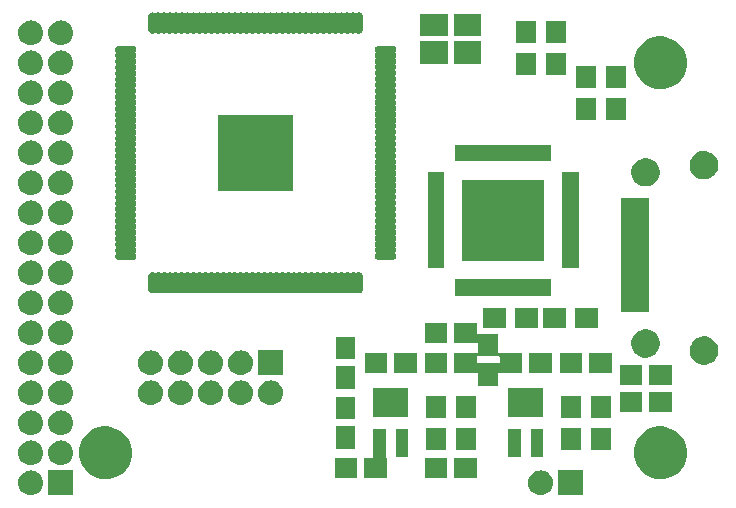
<source format=gts>
G04 #@! TF.FileFunction,Soldermask,Top*
%FSLAX46Y46*%
G04 Gerber Fmt 4.6, Leading zero omitted, Abs format (unit mm)*
G04 Created by KiCad (PCBNEW 4.0.4-stable) date 04/10/17 21:25:14*
%MOMM*%
%LPD*%
G01*
G04 APERTURE LIST*
%ADD10C,0.100000*%
G04 APERTURE END LIST*
D10*
G36*
X134831034Y-82786351D02*
X134831052Y-82786357D01*
X134831132Y-82786365D01*
X135026891Y-82846963D01*
X135207153Y-82944430D01*
X135365049Y-83075053D01*
X135494567Y-83233858D01*
X135590773Y-83414795D01*
X135650003Y-83610973D01*
X135670000Y-83814919D01*
X135670000Y-83825154D01*
X135669927Y-83835685D01*
X135669926Y-83835692D01*
X135669898Y-83839741D01*
X135647055Y-84043388D01*
X135585092Y-84238720D01*
X135486369Y-84418296D01*
X135354647Y-84575277D01*
X135194941Y-84703684D01*
X135013337Y-84798624D01*
X134816750Y-84856483D01*
X134816680Y-84856489D01*
X134816661Y-84856495D01*
X134612675Y-84875059D01*
X134408966Y-84853649D01*
X134408948Y-84853643D01*
X134408868Y-84853635D01*
X134213109Y-84793037D01*
X134032847Y-84695570D01*
X133874951Y-84564947D01*
X133745433Y-84406142D01*
X133649227Y-84225205D01*
X133589997Y-84029027D01*
X133570000Y-83825081D01*
X133570000Y-83814846D01*
X133570073Y-83804315D01*
X133570074Y-83804308D01*
X133570102Y-83800259D01*
X133592945Y-83596612D01*
X133654908Y-83401280D01*
X133753631Y-83221704D01*
X133885353Y-83064723D01*
X134045059Y-82936316D01*
X134226663Y-82841376D01*
X134423250Y-82783517D01*
X134423320Y-82783511D01*
X134423339Y-82783505D01*
X134627325Y-82764941D01*
X134831034Y-82786351D01*
X134831034Y-82786351D01*
G37*
G36*
X138210000Y-84870000D02*
X136110000Y-84870000D01*
X136110000Y-82770000D01*
X138210000Y-82770000D01*
X138210000Y-84870000D01*
X138210000Y-84870000D01*
G37*
G36*
X95030000Y-84870000D02*
X92930000Y-84870000D01*
X92930000Y-82770000D01*
X95030000Y-82770000D01*
X95030000Y-84870000D01*
X95030000Y-84870000D01*
G37*
G36*
X91455685Y-82770073D02*
X91455692Y-82770074D01*
X91459741Y-82770102D01*
X91663388Y-82792945D01*
X91858720Y-82854908D01*
X92038296Y-82953631D01*
X92195277Y-83085353D01*
X92323684Y-83245059D01*
X92418624Y-83426663D01*
X92476483Y-83623250D01*
X92476489Y-83623320D01*
X92476495Y-83623339D01*
X92495059Y-83827325D01*
X92473649Y-84031034D01*
X92473643Y-84031052D01*
X92473635Y-84031132D01*
X92413037Y-84226891D01*
X92315570Y-84407153D01*
X92184947Y-84565049D01*
X92026142Y-84694567D01*
X91845205Y-84790773D01*
X91649027Y-84850003D01*
X91445081Y-84870000D01*
X91434846Y-84870000D01*
X91424315Y-84869927D01*
X91424308Y-84869926D01*
X91420259Y-84869898D01*
X91216612Y-84847055D01*
X91021280Y-84785092D01*
X90841704Y-84686369D01*
X90684723Y-84554647D01*
X90556316Y-84394941D01*
X90461376Y-84213337D01*
X90403517Y-84016750D01*
X90403511Y-84016680D01*
X90403505Y-84016661D01*
X90384941Y-83812675D01*
X90406351Y-83608966D01*
X90406357Y-83608948D01*
X90406365Y-83608868D01*
X90466963Y-83413109D01*
X90564430Y-83232847D01*
X90695053Y-83074951D01*
X90853858Y-82945433D01*
X91034795Y-82849227D01*
X91230973Y-82789997D01*
X91434919Y-82770000D01*
X91445154Y-82770000D01*
X91455685Y-82770073D01*
X91455685Y-82770073D01*
G37*
G36*
X98024437Y-79049483D02*
X98453218Y-79137498D01*
X98856732Y-79307120D01*
X99219619Y-79551891D01*
X99528049Y-79862481D01*
X99770277Y-80227065D01*
X99937080Y-80631758D01*
X100021963Y-81060452D01*
X100021963Y-81060468D01*
X100022096Y-81061141D01*
X100015115Y-81561097D01*
X100014964Y-81561760D01*
X100014964Y-81561784D01*
X99918144Y-81987936D01*
X99740105Y-82387820D01*
X99487793Y-82745493D01*
X99170810Y-83047353D01*
X98801226Y-83281897D01*
X98393139Y-83440184D01*
X97962064Y-83516195D01*
X97524442Y-83507027D01*
X97096935Y-83413035D01*
X96695826Y-83237794D01*
X96336395Y-82987983D01*
X96032330Y-82673114D01*
X95795214Y-82305181D01*
X95634077Y-81898198D01*
X95555061Y-81467673D01*
X95561173Y-81030000D01*
X95652180Y-80601844D01*
X95824617Y-80199518D01*
X96071913Y-79838352D01*
X96384650Y-79532097D01*
X96750916Y-79292419D01*
X97156761Y-79128447D01*
X97586728Y-79046426D01*
X98024437Y-79049483D01*
X98024437Y-79049483D01*
G37*
G36*
X145014437Y-79049483D02*
X145443218Y-79137498D01*
X145846732Y-79307120D01*
X146209619Y-79551891D01*
X146518049Y-79862481D01*
X146760277Y-80227065D01*
X146927080Y-80631758D01*
X147011963Y-81060452D01*
X147011963Y-81060468D01*
X147012096Y-81061141D01*
X147005115Y-81561097D01*
X147004964Y-81561760D01*
X147004964Y-81561784D01*
X146908144Y-81987936D01*
X146730105Y-82387820D01*
X146477793Y-82745493D01*
X146160810Y-83047353D01*
X145791226Y-83281897D01*
X145383139Y-83440184D01*
X144952064Y-83516195D01*
X144514442Y-83507027D01*
X144086935Y-83413035D01*
X143685826Y-83237794D01*
X143326395Y-82987983D01*
X143022330Y-82673114D01*
X142785214Y-82305181D01*
X142624077Y-81898198D01*
X142545061Y-81467673D01*
X142551173Y-81030000D01*
X142642180Y-80601844D01*
X142814617Y-80199518D01*
X143061913Y-79838352D01*
X143374650Y-79532097D01*
X143740916Y-79292419D01*
X144146761Y-79128447D01*
X144576728Y-79046426D01*
X145014437Y-79049483D01*
X145014437Y-79049483D01*
G37*
G36*
X121495000Y-81625000D02*
X121498959Y-81652859D01*
X121510523Y-81678513D01*
X121528776Y-81699929D01*
X121552272Y-81715412D01*
X121579152Y-81723736D01*
X121580000Y-81723804D01*
X121580000Y-83375000D01*
X119680000Y-83375000D01*
X119680000Y-81725000D01*
X120345000Y-81725000D01*
X120372859Y-81721041D01*
X120398513Y-81709477D01*
X120419929Y-81691224D01*
X120435412Y-81667728D01*
X120443736Y-81640848D01*
X120445000Y-81625000D01*
X120445000Y-79250000D01*
X121495000Y-79250000D01*
X121495000Y-81625000D01*
X121495000Y-81625000D01*
G37*
G36*
X119080000Y-83375000D02*
X117180000Y-83375000D01*
X117180000Y-81725000D01*
X119080000Y-81725000D01*
X119080000Y-83375000D01*
X119080000Y-83375000D01*
G37*
G36*
X126700000Y-83375000D02*
X124800000Y-83375000D01*
X124800000Y-81725000D01*
X126700000Y-81725000D01*
X126700000Y-83375000D01*
X126700000Y-83375000D01*
G37*
G36*
X129200000Y-83375000D02*
X127300000Y-83375000D01*
X127300000Y-81725000D01*
X129200000Y-81725000D01*
X129200000Y-83375000D01*
X129200000Y-83375000D01*
G37*
G36*
X91455685Y-80230073D02*
X91455692Y-80230074D01*
X91459741Y-80230102D01*
X91663388Y-80252945D01*
X91858720Y-80314908D01*
X92038296Y-80413631D01*
X92195277Y-80545353D01*
X92323684Y-80705059D01*
X92418624Y-80886663D01*
X92476483Y-81083250D01*
X92476489Y-81083320D01*
X92476495Y-81083339D01*
X92495059Y-81287325D01*
X92473649Y-81491034D01*
X92473643Y-81491052D01*
X92473635Y-81491132D01*
X92413037Y-81686891D01*
X92315570Y-81867153D01*
X92184947Y-82025049D01*
X92026142Y-82154567D01*
X91845205Y-82250773D01*
X91649027Y-82310003D01*
X91445081Y-82330000D01*
X91434846Y-82330000D01*
X91424315Y-82329927D01*
X91424308Y-82329926D01*
X91420259Y-82329898D01*
X91216612Y-82307055D01*
X91021280Y-82245092D01*
X90841704Y-82146369D01*
X90684723Y-82014647D01*
X90556316Y-81854941D01*
X90461376Y-81673337D01*
X90403517Y-81476750D01*
X90403511Y-81476680D01*
X90403505Y-81476661D01*
X90384941Y-81272675D01*
X90406351Y-81068966D01*
X90406357Y-81068948D01*
X90406365Y-81068868D01*
X90466963Y-80873109D01*
X90564430Y-80692847D01*
X90695053Y-80534951D01*
X90853858Y-80405433D01*
X91034795Y-80309227D01*
X91230973Y-80249997D01*
X91434919Y-80230000D01*
X91445154Y-80230000D01*
X91455685Y-80230073D01*
X91455685Y-80230073D01*
G37*
G36*
X93995685Y-80230073D02*
X93995692Y-80230074D01*
X93999741Y-80230102D01*
X94203388Y-80252945D01*
X94398720Y-80314908D01*
X94578296Y-80413631D01*
X94735277Y-80545353D01*
X94863684Y-80705059D01*
X94958624Y-80886663D01*
X95016483Y-81083250D01*
X95016489Y-81083320D01*
X95016495Y-81083339D01*
X95035059Y-81287325D01*
X95013649Y-81491034D01*
X95013643Y-81491052D01*
X95013635Y-81491132D01*
X94953037Y-81686891D01*
X94855570Y-81867153D01*
X94724947Y-82025049D01*
X94566142Y-82154567D01*
X94385205Y-82250773D01*
X94189027Y-82310003D01*
X93985081Y-82330000D01*
X93974846Y-82330000D01*
X93964315Y-82329927D01*
X93964308Y-82329926D01*
X93960259Y-82329898D01*
X93756612Y-82307055D01*
X93561280Y-82245092D01*
X93381704Y-82146369D01*
X93224723Y-82014647D01*
X93096316Y-81854941D01*
X93001376Y-81673337D01*
X92943517Y-81476750D01*
X92943511Y-81476680D01*
X92943505Y-81476661D01*
X92924941Y-81272675D01*
X92946351Y-81068966D01*
X92946357Y-81068948D01*
X92946365Y-81068868D01*
X93006963Y-80873109D01*
X93104430Y-80692847D01*
X93235053Y-80534951D01*
X93393858Y-80405433D01*
X93574795Y-80309227D01*
X93770973Y-80249997D01*
X93974919Y-80230000D01*
X93985154Y-80230000D01*
X93995685Y-80230073D01*
X93995685Y-80230073D01*
G37*
G36*
X132925000Y-81650000D02*
X131875000Y-81650000D01*
X131875000Y-79250000D01*
X132925000Y-79250000D01*
X132925000Y-81650000D01*
X132925000Y-81650000D01*
G37*
G36*
X123395000Y-81650000D02*
X122345000Y-81650000D01*
X122345000Y-79250000D01*
X123395000Y-79250000D01*
X123395000Y-81650000D01*
X123395000Y-81650000D01*
G37*
G36*
X134825000Y-81650000D02*
X133775000Y-81650000D01*
X133775000Y-79250000D01*
X134825000Y-79250000D01*
X134825000Y-81650000D01*
X134825000Y-81650000D01*
G37*
G36*
X129120000Y-81040000D02*
X127420000Y-81040000D01*
X127420000Y-79140000D01*
X129120000Y-79140000D01*
X129120000Y-81040000D01*
X129120000Y-81040000D01*
G37*
G36*
X126580000Y-81040000D02*
X124880000Y-81040000D01*
X124880000Y-79140000D01*
X126580000Y-79140000D01*
X126580000Y-81040000D01*
X126580000Y-81040000D01*
G37*
G36*
X138010000Y-81040000D02*
X136310000Y-81040000D01*
X136310000Y-79140000D01*
X138010000Y-79140000D01*
X138010000Y-81040000D01*
X138010000Y-81040000D01*
G37*
G36*
X140550000Y-81040000D02*
X138850000Y-81040000D01*
X138850000Y-79140000D01*
X140550000Y-79140000D01*
X140550000Y-81040000D01*
X140550000Y-81040000D01*
G37*
G36*
X118935000Y-80940000D02*
X117285000Y-80940000D01*
X117285000Y-79040000D01*
X118935000Y-79040000D01*
X118935000Y-80940000D01*
X118935000Y-80940000D01*
G37*
G36*
X93995685Y-77690073D02*
X93995692Y-77690074D01*
X93999741Y-77690102D01*
X94203388Y-77712945D01*
X94398720Y-77774908D01*
X94578296Y-77873631D01*
X94735277Y-78005353D01*
X94863684Y-78165059D01*
X94958624Y-78346663D01*
X95016483Y-78543250D01*
X95016489Y-78543320D01*
X95016495Y-78543339D01*
X95035059Y-78747325D01*
X95013649Y-78951034D01*
X95013643Y-78951052D01*
X95013635Y-78951132D01*
X94953037Y-79146891D01*
X94855570Y-79327153D01*
X94724947Y-79485049D01*
X94566142Y-79614567D01*
X94385205Y-79710773D01*
X94189027Y-79770003D01*
X93985081Y-79790000D01*
X93974846Y-79790000D01*
X93964315Y-79789927D01*
X93964308Y-79789926D01*
X93960259Y-79789898D01*
X93756612Y-79767055D01*
X93561280Y-79705092D01*
X93381704Y-79606369D01*
X93224723Y-79474647D01*
X93096316Y-79314941D01*
X93001376Y-79133337D01*
X92943517Y-78936750D01*
X92943511Y-78936680D01*
X92943505Y-78936661D01*
X92924941Y-78732675D01*
X92946351Y-78528966D01*
X92946357Y-78528948D01*
X92946365Y-78528868D01*
X93006963Y-78333109D01*
X93104430Y-78152847D01*
X93235053Y-77994951D01*
X93393858Y-77865433D01*
X93574795Y-77769227D01*
X93770973Y-77709997D01*
X93974919Y-77690000D01*
X93985154Y-77690000D01*
X93995685Y-77690073D01*
X93995685Y-77690073D01*
G37*
G36*
X91455685Y-77690073D02*
X91455692Y-77690074D01*
X91459741Y-77690102D01*
X91663388Y-77712945D01*
X91858720Y-77774908D01*
X92038296Y-77873631D01*
X92195277Y-78005353D01*
X92323684Y-78165059D01*
X92418624Y-78346663D01*
X92476483Y-78543250D01*
X92476489Y-78543320D01*
X92476495Y-78543339D01*
X92495059Y-78747325D01*
X92473649Y-78951034D01*
X92473643Y-78951052D01*
X92473635Y-78951132D01*
X92413037Y-79146891D01*
X92315570Y-79327153D01*
X92184947Y-79485049D01*
X92026142Y-79614567D01*
X91845205Y-79710773D01*
X91649027Y-79770003D01*
X91445081Y-79790000D01*
X91434846Y-79790000D01*
X91424315Y-79789927D01*
X91424308Y-79789926D01*
X91420259Y-79789898D01*
X91216612Y-79767055D01*
X91021280Y-79705092D01*
X90841704Y-79606369D01*
X90684723Y-79474647D01*
X90556316Y-79314941D01*
X90461376Y-79133337D01*
X90403517Y-78936750D01*
X90403511Y-78936680D01*
X90403505Y-78936661D01*
X90384941Y-78732675D01*
X90406351Y-78528966D01*
X90406357Y-78528948D01*
X90406365Y-78528868D01*
X90466963Y-78333109D01*
X90564430Y-78152847D01*
X90695053Y-77994951D01*
X90853858Y-77865433D01*
X91034795Y-77769227D01*
X91230973Y-77709997D01*
X91434919Y-77690000D01*
X91445154Y-77690000D01*
X91455685Y-77690073D01*
X91455685Y-77690073D01*
G37*
G36*
X118935000Y-78440000D02*
X117285000Y-78440000D01*
X117285000Y-76540000D01*
X118935000Y-76540000D01*
X118935000Y-78440000D01*
X118935000Y-78440000D01*
G37*
G36*
X138010000Y-78340000D02*
X136310000Y-78340000D01*
X136310000Y-76440000D01*
X138010000Y-76440000D01*
X138010000Y-78340000D01*
X138010000Y-78340000D01*
G37*
G36*
X140550000Y-78340000D02*
X138850000Y-78340000D01*
X138850000Y-76440000D01*
X140550000Y-76440000D01*
X140550000Y-78340000D01*
X140550000Y-78340000D01*
G37*
G36*
X129120000Y-78340000D02*
X127420000Y-78340000D01*
X127420000Y-76440000D01*
X129120000Y-76440000D01*
X129120000Y-78340000D01*
X129120000Y-78340000D01*
G37*
G36*
X126580000Y-78340000D02*
X124880000Y-78340000D01*
X124880000Y-76440000D01*
X126580000Y-76440000D01*
X126580000Y-78340000D01*
X126580000Y-78340000D01*
G37*
G36*
X123395000Y-78230000D02*
X120445000Y-78230000D01*
X120445000Y-75830000D01*
X123395000Y-75830000D01*
X123395000Y-78230000D01*
X123395000Y-78230000D01*
G37*
G36*
X134825000Y-78230000D02*
X131875000Y-78230000D01*
X131875000Y-75830000D01*
X134825000Y-75830000D01*
X134825000Y-78230000D01*
X134825000Y-78230000D01*
G37*
G36*
X143210000Y-77787000D02*
X141310000Y-77787000D01*
X141310000Y-76137000D01*
X143210000Y-76137000D01*
X143210000Y-77787000D01*
X143210000Y-77787000D01*
G37*
G36*
X145710000Y-77787000D02*
X143810000Y-77787000D01*
X143810000Y-76137000D01*
X145710000Y-76137000D01*
X145710000Y-77787000D01*
X145710000Y-77787000D01*
G37*
G36*
X111971034Y-75166351D02*
X111971052Y-75166357D01*
X111971132Y-75166365D01*
X112166891Y-75226963D01*
X112347153Y-75324430D01*
X112505049Y-75455053D01*
X112634567Y-75613858D01*
X112730773Y-75794795D01*
X112790003Y-75990973D01*
X112810000Y-76194919D01*
X112810000Y-76205154D01*
X112809927Y-76215685D01*
X112809926Y-76215692D01*
X112809898Y-76219741D01*
X112787055Y-76423388D01*
X112725092Y-76618720D01*
X112626369Y-76798296D01*
X112494647Y-76955277D01*
X112334941Y-77083684D01*
X112153337Y-77178624D01*
X111956750Y-77236483D01*
X111956680Y-77236489D01*
X111956661Y-77236495D01*
X111752675Y-77255059D01*
X111548966Y-77233649D01*
X111548948Y-77233643D01*
X111548868Y-77233635D01*
X111353109Y-77173037D01*
X111172847Y-77075570D01*
X111014951Y-76944947D01*
X110885433Y-76786142D01*
X110789227Y-76605205D01*
X110729997Y-76409027D01*
X110710000Y-76205081D01*
X110710000Y-76194846D01*
X110710073Y-76184315D01*
X110710074Y-76184308D01*
X110710102Y-76180259D01*
X110732945Y-75976612D01*
X110794908Y-75781280D01*
X110893631Y-75601704D01*
X111025353Y-75444723D01*
X111185059Y-75316316D01*
X111366663Y-75221376D01*
X111563250Y-75163517D01*
X111563320Y-75163511D01*
X111563339Y-75163505D01*
X111767325Y-75144941D01*
X111971034Y-75166351D01*
X111971034Y-75166351D01*
G37*
G36*
X101811034Y-75166351D02*
X101811052Y-75166357D01*
X101811132Y-75166365D01*
X102006891Y-75226963D01*
X102187153Y-75324430D01*
X102345049Y-75455053D01*
X102474567Y-75613858D01*
X102570773Y-75794795D01*
X102630003Y-75990973D01*
X102650000Y-76194919D01*
X102650000Y-76205154D01*
X102649927Y-76215685D01*
X102649926Y-76215692D01*
X102649898Y-76219741D01*
X102627055Y-76423388D01*
X102565092Y-76618720D01*
X102466369Y-76798296D01*
X102334647Y-76955277D01*
X102174941Y-77083684D01*
X101993337Y-77178624D01*
X101796750Y-77236483D01*
X101796680Y-77236489D01*
X101796661Y-77236495D01*
X101592675Y-77255059D01*
X101388966Y-77233649D01*
X101388948Y-77233643D01*
X101388868Y-77233635D01*
X101193109Y-77173037D01*
X101012847Y-77075570D01*
X100854951Y-76944947D01*
X100725433Y-76786142D01*
X100629227Y-76605205D01*
X100569997Y-76409027D01*
X100550000Y-76205081D01*
X100550000Y-76194846D01*
X100550073Y-76184315D01*
X100550074Y-76184308D01*
X100550102Y-76180259D01*
X100572945Y-75976612D01*
X100634908Y-75781280D01*
X100733631Y-75601704D01*
X100865353Y-75444723D01*
X101025059Y-75316316D01*
X101206663Y-75221376D01*
X101403250Y-75163517D01*
X101403320Y-75163511D01*
X101403339Y-75163505D01*
X101607325Y-75144941D01*
X101811034Y-75166351D01*
X101811034Y-75166351D01*
G37*
G36*
X106891034Y-75166351D02*
X106891052Y-75166357D01*
X106891132Y-75166365D01*
X107086891Y-75226963D01*
X107267153Y-75324430D01*
X107425049Y-75455053D01*
X107554567Y-75613858D01*
X107650773Y-75794795D01*
X107710003Y-75990973D01*
X107730000Y-76194919D01*
X107730000Y-76205154D01*
X107729927Y-76215685D01*
X107729926Y-76215692D01*
X107729898Y-76219741D01*
X107707055Y-76423388D01*
X107645092Y-76618720D01*
X107546369Y-76798296D01*
X107414647Y-76955277D01*
X107254941Y-77083684D01*
X107073337Y-77178624D01*
X106876750Y-77236483D01*
X106876680Y-77236489D01*
X106876661Y-77236495D01*
X106672675Y-77255059D01*
X106468966Y-77233649D01*
X106468948Y-77233643D01*
X106468868Y-77233635D01*
X106273109Y-77173037D01*
X106092847Y-77075570D01*
X105934951Y-76944947D01*
X105805433Y-76786142D01*
X105709227Y-76605205D01*
X105649997Y-76409027D01*
X105630000Y-76205081D01*
X105630000Y-76194846D01*
X105630073Y-76184315D01*
X105630074Y-76184308D01*
X105630102Y-76180259D01*
X105652945Y-75976612D01*
X105714908Y-75781280D01*
X105813631Y-75601704D01*
X105945353Y-75444723D01*
X106105059Y-75316316D01*
X106286663Y-75221376D01*
X106483250Y-75163517D01*
X106483320Y-75163511D01*
X106483339Y-75163505D01*
X106687325Y-75144941D01*
X106891034Y-75166351D01*
X106891034Y-75166351D01*
G37*
G36*
X109431034Y-75166351D02*
X109431052Y-75166357D01*
X109431132Y-75166365D01*
X109626891Y-75226963D01*
X109807153Y-75324430D01*
X109965049Y-75455053D01*
X110094567Y-75613858D01*
X110190773Y-75794795D01*
X110250003Y-75990973D01*
X110270000Y-76194919D01*
X110270000Y-76205154D01*
X110269927Y-76215685D01*
X110269926Y-76215692D01*
X110269898Y-76219741D01*
X110247055Y-76423388D01*
X110185092Y-76618720D01*
X110086369Y-76798296D01*
X109954647Y-76955277D01*
X109794941Y-77083684D01*
X109613337Y-77178624D01*
X109416750Y-77236483D01*
X109416680Y-77236489D01*
X109416661Y-77236495D01*
X109212675Y-77255059D01*
X109008966Y-77233649D01*
X109008948Y-77233643D01*
X109008868Y-77233635D01*
X108813109Y-77173037D01*
X108632847Y-77075570D01*
X108474951Y-76944947D01*
X108345433Y-76786142D01*
X108249227Y-76605205D01*
X108189997Y-76409027D01*
X108170000Y-76205081D01*
X108170000Y-76194846D01*
X108170073Y-76184315D01*
X108170074Y-76184308D01*
X108170102Y-76180259D01*
X108192945Y-75976612D01*
X108254908Y-75781280D01*
X108353631Y-75601704D01*
X108485353Y-75444723D01*
X108645059Y-75316316D01*
X108826663Y-75221376D01*
X109023250Y-75163517D01*
X109023320Y-75163511D01*
X109023339Y-75163505D01*
X109227325Y-75144941D01*
X109431034Y-75166351D01*
X109431034Y-75166351D01*
G37*
G36*
X104351034Y-75166351D02*
X104351052Y-75166357D01*
X104351132Y-75166365D01*
X104546891Y-75226963D01*
X104727153Y-75324430D01*
X104885049Y-75455053D01*
X105014567Y-75613858D01*
X105110773Y-75794795D01*
X105170003Y-75990973D01*
X105190000Y-76194919D01*
X105190000Y-76205154D01*
X105189927Y-76215685D01*
X105189926Y-76215692D01*
X105189898Y-76219741D01*
X105167055Y-76423388D01*
X105105092Y-76618720D01*
X105006369Y-76798296D01*
X104874647Y-76955277D01*
X104714941Y-77083684D01*
X104533337Y-77178624D01*
X104336750Y-77236483D01*
X104336680Y-77236489D01*
X104336661Y-77236495D01*
X104132675Y-77255059D01*
X103928966Y-77233649D01*
X103928948Y-77233643D01*
X103928868Y-77233635D01*
X103733109Y-77173037D01*
X103552847Y-77075570D01*
X103394951Y-76944947D01*
X103265433Y-76786142D01*
X103169227Y-76605205D01*
X103109997Y-76409027D01*
X103090000Y-76205081D01*
X103090000Y-76194846D01*
X103090073Y-76184315D01*
X103090074Y-76184308D01*
X103090102Y-76180259D01*
X103112945Y-75976612D01*
X103174908Y-75781280D01*
X103273631Y-75601704D01*
X103405353Y-75444723D01*
X103565059Y-75316316D01*
X103746663Y-75221376D01*
X103943250Y-75163517D01*
X103943320Y-75163511D01*
X103943339Y-75163505D01*
X104147325Y-75144941D01*
X104351034Y-75166351D01*
X104351034Y-75166351D01*
G37*
G36*
X93995685Y-75150073D02*
X93995692Y-75150074D01*
X93999741Y-75150102D01*
X94203388Y-75172945D01*
X94398720Y-75234908D01*
X94578296Y-75333631D01*
X94735277Y-75465353D01*
X94863684Y-75625059D01*
X94958624Y-75806663D01*
X95016483Y-76003250D01*
X95016489Y-76003320D01*
X95016495Y-76003339D01*
X95035059Y-76207325D01*
X95013649Y-76411034D01*
X95013643Y-76411052D01*
X95013635Y-76411132D01*
X94953037Y-76606891D01*
X94855570Y-76787153D01*
X94724947Y-76945049D01*
X94566142Y-77074567D01*
X94385205Y-77170773D01*
X94189027Y-77230003D01*
X93985081Y-77250000D01*
X93974846Y-77250000D01*
X93964315Y-77249927D01*
X93964308Y-77249926D01*
X93960259Y-77249898D01*
X93756612Y-77227055D01*
X93561280Y-77165092D01*
X93381704Y-77066369D01*
X93224723Y-76934647D01*
X93096316Y-76774941D01*
X93001376Y-76593337D01*
X92943517Y-76396750D01*
X92943511Y-76396680D01*
X92943505Y-76396661D01*
X92924941Y-76192675D01*
X92946351Y-75988966D01*
X92946357Y-75988948D01*
X92946365Y-75988868D01*
X93006963Y-75793109D01*
X93104430Y-75612847D01*
X93235053Y-75454951D01*
X93393858Y-75325433D01*
X93574795Y-75229227D01*
X93770973Y-75169997D01*
X93974919Y-75150000D01*
X93985154Y-75150000D01*
X93995685Y-75150073D01*
X93995685Y-75150073D01*
G37*
G36*
X91455685Y-75150073D02*
X91455692Y-75150074D01*
X91459741Y-75150102D01*
X91663388Y-75172945D01*
X91858720Y-75234908D01*
X92038296Y-75333631D01*
X92195277Y-75465353D01*
X92323684Y-75625059D01*
X92418624Y-75806663D01*
X92476483Y-76003250D01*
X92476489Y-76003320D01*
X92476495Y-76003339D01*
X92495059Y-76207325D01*
X92473649Y-76411034D01*
X92473643Y-76411052D01*
X92473635Y-76411132D01*
X92413037Y-76606891D01*
X92315570Y-76787153D01*
X92184947Y-76945049D01*
X92026142Y-77074567D01*
X91845205Y-77170773D01*
X91649027Y-77230003D01*
X91445081Y-77250000D01*
X91434846Y-77250000D01*
X91424315Y-77249927D01*
X91424308Y-77249926D01*
X91420259Y-77249898D01*
X91216612Y-77227055D01*
X91021280Y-77165092D01*
X90841704Y-77066369D01*
X90684723Y-76934647D01*
X90556316Y-76774941D01*
X90461376Y-76593337D01*
X90403517Y-76396750D01*
X90403511Y-76396680D01*
X90403505Y-76396661D01*
X90384941Y-76192675D01*
X90406351Y-75988966D01*
X90406357Y-75988948D01*
X90406365Y-75988868D01*
X90466963Y-75793109D01*
X90564430Y-75612847D01*
X90695053Y-75454951D01*
X90853858Y-75325433D01*
X91034795Y-75229227D01*
X91230973Y-75169997D01*
X91434919Y-75150000D01*
X91445154Y-75150000D01*
X91455685Y-75150073D01*
X91455685Y-75150073D01*
G37*
G36*
X118935000Y-75860000D02*
X117285000Y-75860000D01*
X117285000Y-73960000D01*
X118935000Y-73960000D01*
X118935000Y-75860000D01*
X118935000Y-75860000D01*
G37*
G36*
X129200000Y-71106000D02*
X129203959Y-71133859D01*
X129215523Y-71159513D01*
X129233776Y-71180929D01*
X129257272Y-71196412D01*
X129284152Y-71204736D01*
X129300000Y-71206000D01*
X131000000Y-71206000D01*
X131000000Y-72735000D01*
X131003959Y-72762859D01*
X131015523Y-72788513D01*
X131033776Y-72809929D01*
X131057272Y-72825412D01*
X131084152Y-72833736D01*
X131100000Y-72835000D01*
X133050000Y-72835000D01*
X133050000Y-74485000D01*
X131100000Y-74485000D01*
X131072141Y-74488959D01*
X131046487Y-74500523D01*
X131025071Y-74518776D01*
X131009588Y-74542272D01*
X131001264Y-74569152D01*
X131000000Y-74585000D01*
X131000000Y-75606000D01*
X129350000Y-75606000D01*
X129350000Y-74585000D01*
X129346041Y-74557141D01*
X129334477Y-74531487D01*
X129316224Y-74510071D01*
X129292728Y-74494588D01*
X129265848Y-74486264D01*
X129250000Y-74485000D01*
X127300000Y-74485000D01*
X127300000Y-73206000D01*
X129200000Y-73206000D01*
X129200000Y-73606000D01*
X129203959Y-73633859D01*
X129215523Y-73659513D01*
X129233776Y-73680929D01*
X129257272Y-73696412D01*
X129284152Y-73704736D01*
X129300000Y-73706000D01*
X131050000Y-73706000D01*
X131077859Y-73702041D01*
X131103513Y-73690477D01*
X131124929Y-73672224D01*
X131140412Y-73648728D01*
X131148736Y-73621848D01*
X131150000Y-73606000D01*
X131150000Y-73206000D01*
X131146041Y-73178141D01*
X131134477Y-73152487D01*
X131116224Y-73131071D01*
X131092728Y-73115588D01*
X131065848Y-73107264D01*
X131050000Y-73106000D01*
X129300000Y-73106000D01*
X129272141Y-73109959D01*
X129246487Y-73121523D01*
X129225071Y-73139776D01*
X129209588Y-73163272D01*
X129201264Y-73190152D01*
X129200000Y-73206000D01*
X127300000Y-73206000D01*
X127300000Y-72835000D01*
X129250000Y-72835000D01*
X129277859Y-72831041D01*
X129303513Y-72819477D01*
X129324929Y-72801224D01*
X129340412Y-72777728D01*
X129348736Y-72750848D01*
X129350000Y-72735000D01*
X129350000Y-72045000D01*
X129346041Y-72017141D01*
X129334477Y-71991487D01*
X129316224Y-71970071D01*
X129292728Y-71954588D01*
X129265848Y-71946264D01*
X129250000Y-71945000D01*
X127300000Y-71945000D01*
X127300000Y-70295000D01*
X129200000Y-70295000D01*
X129200000Y-71106000D01*
X129200000Y-71106000D01*
G37*
G36*
X145710000Y-75501000D02*
X143810000Y-75501000D01*
X143810000Y-73851000D01*
X145710000Y-73851000D01*
X145710000Y-75501000D01*
X145710000Y-75501000D01*
G37*
G36*
X143210000Y-75501000D02*
X141310000Y-75501000D01*
X141310000Y-73851000D01*
X143210000Y-73851000D01*
X143210000Y-75501000D01*
X143210000Y-75501000D01*
G37*
G36*
X104351034Y-72626351D02*
X104351052Y-72626357D01*
X104351132Y-72626365D01*
X104546891Y-72686963D01*
X104727153Y-72784430D01*
X104885049Y-72915053D01*
X105014567Y-73073858D01*
X105110773Y-73254795D01*
X105170003Y-73450973D01*
X105190000Y-73654919D01*
X105190000Y-73665154D01*
X105189927Y-73675685D01*
X105189926Y-73675692D01*
X105189898Y-73679741D01*
X105167055Y-73883388D01*
X105105092Y-74078720D01*
X105006369Y-74258296D01*
X104874647Y-74415277D01*
X104714941Y-74543684D01*
X104533337Y-74638624D01*
X104336750Y-74696483D01*
X104336680Y-74696489D01*
X104336661Y-74696495D01*
X104132675Y-74715059D01*
X103928966Y-74693649D01*
X103928948Y-74693643D01*
X103928868Y-74693635D01*
X103733109Y-74633037D01*
X103552847Y-74535570D01*
X103394951Y-74404947D01*
X103265433Y-74246142D01*
X103169227Y-74065205D01*
X103109997Y-73869027D01*
X103090000Y-73665081D01*
X103090000Y-73654846D01*
X103090073Y-73644315D01*
X103090074Y-73644308D01*
X103090102Y-73640259D01*
X103112945Y-73436612D01*
X103174908Y-73241280D01*
X103273631Y-73061704D01*
X103405353Y-72904723D01*
X103565059Y-72776316D01*
X103746663Y-72681376D01*
X103943250Y-72623517D01*
X103943320Y-72623511D01*
X103943339Y-72623505D01*
X104147325Y-72604941D01*
X104351034Y-72626351D01*
X104351034Y-72626351D01*
G37*
G36*
X106891034Y-72626351D02*
X106891052Y-72626357D01*
X106891132Y-72626365D01*
X107086891Y-72686963D01*
X107267153Y-72784430D01*
X107425049Y-72915053D01*
X107554567Y-73073858D01*
X107650773Y-73254795D01*
X107710003Y-73450973D01*
X107730000Y-73654919D01*
X107730000Y-73665154D01*
X107729927Y-73675685D01*
X107729926Y-73675692D01*
X107729898Y-73679741D01*
X107707055Y-73883388D01*
X107645092Y-74078720D01*
X107546369Y-74258296D01*
X107414647Y-74415277D01*
X107254941Y-74543684D01*
X107073337Y-74638624D01*
X106876750Y-74696483D01*
X106876680Y-74696489D01*
X106876661Y-74696495D01*
X106672675Y-74715059D01*
X106468966Y-74693649D01*
X106468948Y-74693643D01*
X106468868Y-74693635D01*
X106273109Y-74633037D01*
X106092847Y-74535570D01*
X105934951Y-74404947D01*
X105805433Y-74246142D01*
X105709227Y-74065205D01*
X105649997Y-73869027D01*
X105630000Y-73665081D01*
X105630000Y-73654846D01*
X105630073Y-73644315D01*
X105630074Y-73644308D01*
X105630102Y-73640259D01*
X105652945Y-73436612D01*
X105714908Y-73241280D01*
X105813631Y-73061704D01*
X105945353Y-72904723D01*
X106105059Y-72776316D01*
X106286663Y-72681376D01*
X106483250Y-72623517D01*
X106483320Y-72623511D01*
X106483339Y-72623505D01*
X106687325Y-72604941D01*
X106891034Y-72626351D01*
X106891034Y-72626351D01*
G37*
G36*
X101811034Y-72626351D02*
X101811052Y-72626357D01*
X101811132Y-72626365D01*
X102006891Y-72686963D01*
X102187153Y-72784430D01*
X102345049Y-72915053D01*
X102474567Y-73073858D01*
X102570773Y-73254795D01*
X102630003Y-73450973D01*
X102650000Y-73654919D01*
X102650000Y-73665154D01*
X102649927Y-73675685D01*
X102649926Y-73675692D01*
X102649898Y-73679741D01*
X102627055Y-73883388D01*
X102565092Y-74078720D01*
X102466369Y-74258296D01*
X102334647Y-74415277D01*
X102174941Y-74543684D01*
X101993337Y-74638624D01*
X101796750Y-74696483D01*
X101796680Y-74696489D01*
X101796661Y-74696495D01*
X101592675Y-74715059D01*
X101388966Y-74693649D01*
X101388948Y-74693643D01*
X101388868Y-74693635D01*
X101193109Y-74633037D01*
X101012847Y-74535570D01*
X100854951Y-74404947D01*
X100725433Y-74246142D01*
X100629227Y-74065205D01*
X100569997Y-73869027D01*
X100550000Y-73665081D01*
X100550000Y-73654846D01*
X100550073Y-73644315D01*
X100550074Y-73644308D01*
X100550102Y-73640259D01*
X100572945Y-73436612D01*
X100634908Y-73241280D01*
X100733631Y-73061704D01*
X100865353Y-72904723D01*
X101025059Y-72776316D01*
X101206663Y-72681376D01*
X101403250Y-72623517D01*
X101403320Y-72623511D01*
X101403339Y-72623505D01*
X101607325Y-72604941D01*
X101811034Y-72626351D01*
X101811034Y-72626351D01*
G37*
G36*
X109431034Y-72626351D02*
X109431052Y-72626357D01*
X109431132Y-72626365D01*
X109626891Y-72686963D01*
X109807153Y-72784430D01*
X109965049Y-72915053D01*
X110094567Y-73073858D01*
X110190773Y-73254795D01*
X110250003Y-73450973D01*
X110270000Y-73654919D01*
X110270000Y-73665154D01*
X110269927Y-73675685D01*
X110269926Y-73675692D01*
X110269898Y-73679741D01*
X110247055Y-73883388D01*
X110185092Y-74078720D01*
X110086369Y-74258296D01*
X109954647Y-74415277D01*
X109794941Y-74543684D01*
X109613337Y-74638624D01*
X109416750Y-74696483D01*
X109416680Y-74696489D01*
X109416661Y-74696495D01*
X109212675Y-74715059D01*
X109008966Y-74693649D01*
X109008948Y-74693643D01*
X109008868Y-74693635D01*
X108813109Y-74633037D01*
X108632847Y-74535570D01*
X108474951Y-74404947D01*
X108345433Y-74246142D01*
X108249227Y-74065205D01*
X108189997Y-73869027D01*
X108170000Y-73665081D01*
X108170000Y-73654846D01*
X108170073Y-73644315D01*
X108170074Y-73644308D01*
X108170102Y-73640259D01*
X108192945Y-73436612D01*
X108254908Y-73241280D01*
X108353631Y-73061704D01*
X108485353Y-72904723D01*
X108645059Y-72776316D01*
X108826663Y-72681376D01*
X109023250Y-72623517D01*
X109023320Y-72623511D01*
X109023339Y-72623505D01*
X109227325Y-72604941D01*
X109431034Y-72626351D01*
X109431034Y-72626351D01*
G37*
G36*
X91455685Y-72610073D02*
X91455692Y-72610074D01*
X91459741Y-72610102D01*
X91663388Y-72632945D01*
X91858720Y-72694908D01*
X92038296Y-72793631D01*
X92195277Y-72925353D01*
X92323684Y-73085059D01*
X92418624Y-73266663D01*
X92476483Y-73463250D01*
X92476489Y-73463320D01*
X92476495Y-73463339D01*
X92495059Y-73667325D01*
X92473649Y-73871034D01*
X92473643Y-73871052D01*
X92473635Y-73871132D01*
X92413037Y-74066891D01*
X92315570Y-74247153D01*
X92184947Y-74405049D01*
X92026142Y-74534567D01*
X91845205Y-74630773D01*
X91649027Y-74690003D01*
X91445081Y-74710000D01*
X91434846Y-74710000D01*
X91424315Y-74709927D01*
X91424308Y-74709926D01*
X91420259Y-74709898D01*
X91216612Y-74687055D01*
X91021280Y-74625092D01*
X90841704Y-74526369D01*
X90684723Y-74394647D01*
X90556316Y-74234941D01*
X90461376Y-74053337D01*
X90403517Y-73856750D01*
X90403511Y-73856680D01*
X90403505Y-73856661D01*
X90384941Y-73652675D01*
X90406351Y-73448966D01*
X90406357Y-73448948D01*
X90406365Y-73448868D01*
X90466963Y-73253109D01*
X90564430Y-73072847D01*
X90695053Y-72914951D01*
X90853858Y-72785433D01*
X91034795Y-72689227D01*
X91230973Y-72629997D01*
X91434919Y-72610000D01*
X91445154Y-72610000D01*
X91455685Y-72610073D01*
X91455685Y-72610073D01*
G37*
G36*
X112810000Y-74710000D02*
X110710000Y-74710000D01*
X110710000Y-72610000D01*
X112810000Y-72610000D01*
X112810000Y-74710000D01*
X112810000Y-74710000D01*
G37*
G36*
X93995685Y-72610073D02*
X93995692Y-72610074D01*
X93999741Y-72610102D01*
X94203388Y-72632945D01*
X94398720Y-72694908D01*
X94578296Y-72793631D01*
X94735277Y-72925353D01*
X94863684Y-73085059D01*
X94958624Y-73266663D01*
X95016483Y-73463250D01*
X95016489Y-73463320D01*
X95016495Y-73463339D01*
X95035059Y-73667325D01*
X95013649Y-73871034D01*
X95013643Y-73871052D01*
X95013635Y-73871132D01*
X94953037Y-74066891D01*
X94855570Y-74247153D01*
X94724947Y-74405049D01*
X94566142Y-74534567D01*
X94385205Y-74630773D01*
X94189027Y-74690003D01*
X93985081Y-74710000D01*
X93974846Y-74710000D01*
X93964315Y-74709927D01*
X93964308Y-74709926D01*
X93960259Y-74709898D01*
X93756612Y-74687055D01*
X93561280Y-74625092D01*
X93381704Y-74526369D01*
X93224723Y-74394647D01*
X93096316Y-74234941D01*
X93001376Y-74053337D01*
X92943517Y-73856750D01*
X92943511Y-73856680D01*
X92943505Y-73856661D01*
X92924941Y-73652675D01*
X92946351Y-73448966D01*
X92946357Y-73448948D01*
X92946365Y-73448868D01*
X93006963Y-73253109D01*
X93104430Y-73072847D01*
X93235053Y-72914951D01*
X93393858Y-72785433D01*
X93574795Y-72689227D01*
X93770973Y-72629997D01*
X93974919Y-72610000D01*
X93985154Y-72610000D01*
X93995685Y-72610073D01*
X93995685Y-72610073D01*
G37*
G36*
X138130000Y-74485000D02*
X136230000Y-74485000D01*
X136230000Y-72835000D01*
X138130000Y-72835000D01*
X138130000Y-74485000D01*
X138130000Y-74485000D01*
G37*
G36*
X121620000Y-74485000D02*
X119720000Y-74485000D01*
X119720000Y-72835000D01*
X121620000Y-72835000D01*
X121620000Y-74485000D01*
X121620000Y-74485000D01*
G37*
G36*
X124120000Y-74485000D02*
X122220000Y-74485000D01*
X122220000Y-72835000D01*
X124120000Y-72835000D01*
X124120000Y-74485000D01*
X124120000Y-74485000D01*
G37*
G36*
X140630000Y-74485000D02*
X138730000Y-74485000D01*
X138730000Y-72835000D01*
X140630000Y-72835000D01*
X140630000Y-74485000D01*
X140630000Y-74485000D01*
G37*
G36*
X126700000Y-74485000D02*
X124800000Y-74485000D01*
X124800000Y-72835000D01*
X126700000Y-72835000D01*
X126700000Y-74485000D01*
X126700000Y-74485000D01*
G37*
G36*
X135550000Y-74485000D02*
X133650000Y-74485000D01*
X133650000Y-72835000D01*
X135550000Y-72835000D01*
X135550000Y-74485000D01*
X135550000Y-74485000D01*
G37*
G36*
X148586041Y-71420796D02*
X148816570Y-71468116D01*
X149033512Y-71559310D01*
X149228615Y-71690908D01*
X149394436Y-71857891D01*
X149524666Y-72053904D01*
X149614347Y-72271486D01*
X149659919Y-72501641D01*
X149659919Y-72501666D01*
X149660051Y-72502334D01*
X149656298Y-72771128D01*
X149656147Y-72771791D01*
X149656147Y-72771815D01*
X149604164Y-73000612D01*
X149508445Y-73215603D01*
X149372794Y-73407900D01*
X149202372Y-73570191D01*
X149003669Y-73696291D01*
X148784270Y-73781391D01*
X148552507Y-73822257D01*
X148317226Y-73817328D01*
X148087385Y-73766795D01*
X147871734Y-73672579D01*
X147678491Y-73538272D01*
X147515015Y-73368987D01*
X147387533Y-73171173D01*
X147300899Y-72952363D01*
X147258418Y-72720900D01*
X147261704Y-72485592D01*
X147310633Y-72255400D01*
X147403341Y-72039094D01*
X147536296Y-71844919D01*
X147704433Y-71680268D01*
X147901354Y-71551406D01*
X148119547Y-71463250D01*
X148350714Y-71419152D01*
X148586041Y-71420796D01*
X148586041Y-71420796D01*
G37*
G36*
X118935000Y-73360000D02*
X117285000Y-73360000D01*
X117285000Y-71460000D01*
X118935000Y-71460000D01*
X118935000Y-73360000D01*
X118935000Y-73360000D01*
G37*
G36*
X143636041Y-70820796D02*
X143866570Y-70868116D01*
X144083512Y-70959310D01*
X144278615Y-71090908D01*
X144444436Y-71257891D01*
X144574666Y-71453904D01*
X144664347Y-71671486D01*
X144709919Y-71901641D01*
X144709919Y-71901666D01*
X144710051Y-71902334D01*
X144706298Y-72171128D01*
X144706147Y-72171791D01*
X144706147Y-72171815D01*
X144654164Y-72400612D01*
X144558445Y-72615603D01*
X144422794Y-72807900D01*
X144252372Y-72970191D01*
X144053669Y-73096291D01*
X143834270Y-73181391D01*
X143602507Y-73222257D01*
X143367226Y-73217328D01*
X143137385Y-73166795D01*
X142921734Y-73072579D01*
X142728491Y-72938272D01*
X142565015Y-72768987D01*
X142437533Y-72571173D01*
X142350899Y-72352363D01*
X142308418Y-72120900D01*
X142311704Y-71885592D01*
X142360633Y-71655400D01*
X142453341Y-71439094D01*
X142586296Y-71244919D01*
X142754433Y-71080268D01*
X142951354Y-70951406D01*
X143169547Y-70863250D01*
X143400714Y-70819152D01*
X143636041Y-70820796D01*
X143636041Y-70820796D01*
G37*
G36*
X93995685Y-70070073D02*
X93995692Y-70070074D01*
X93999741Y-70070102D01*
X94203388Y-70092945D01*
X94398720Y-70154908D01*
X94578296Y-70253631D01*
X94735277Y-70385353D01*
X94863684Y-70545059D01*
X94958624Y-70726663D01*
X95016483Y-70923250D01*
X95016489Y-70923320D01*
X95016495Y-70923339D01*
X95035059Y-71127325D01*
X95013649Y-71331034D01*
X95013643Y-71331052D01*
X95013635Y-71331132D01*
X94953037Y-71526891D01*
X94855570Y-71707153D01*
X94724947Y-71865049D01*
X94566142Y-71994567D01*
X94385205Y-72090773D01*
X94189027Y-72150003D01*
X93985081Y-72170000D01*
X93974846Y-72170000D01*
X93964315Y-72169927D01*
X93964308Y-72169926D01*
X93960259Y-72169898D01*
X93756612Y-72147055D01*
X93561280Y-72085092D01*
X93381704Y-71986369D01*
X93224723Y-71854647D01*
X93096316Y-71694941D01*
X93001376Y-71513337D01*
X92943517Y-71316750D01*
X92943511Y-71316680D01*
X92943505Y-71316661D01*
X92924941Y-71112675D01*
X92946351Y-70908966D01*
X92946357Y-70908948D01*
X92946365Y-70908868D01*
X93006963Y-70713109D01*
X93104430Y-70532847D01*
X93235053Y-70374951D01*
X93393858Y-70245433D01*
X93574795Y-70149227D01*
X93770973Y-70089997D01*
X93974919Y-70070000D01*
X93985154Y-70070000D01*
X93995685Y-70070073D01*
X93995685Y-70070073D01*
G37*
G36*
X91455685Y-70070073D02*
X91455692Y-70070074D01*
X91459741Y-70070102D01*
X91663388Y-70092945D01*
X91858720Y-70154908D01*
X92038296Y-70253631D01*
X92195277Y-70385353D01*
X92323684Y-70545059D01*
X92418624Y-70726663D01*
X92476483Y-70923250D01*
X92476489Y-70923320D01*
X92476495Y-70923339D01*
X92495059Y-71127325D01*
X92473649Y-71331034D01*
X92473643Y-71331052D01*
X92473635Y-71331132D01*
X92413037Y-71526891D01*
X92315570Y-71707153D01*
X92184947Y-71865049D01*
X92026142Y-71994567D01*
X91845205Y-72090773D01*
X91649027Y-72150003D01*
X91445081Y-72170000D01*
X91434846Y-72170000D01*
X91424315Y-72169927D01*
X91424308Y-72169926D01*
X91420259Y-72169898D01*
X91216612Y-72147055D01*
X91021280Y-72085092D01*
X90841704Y-71986369D01*
X90684723Y-71854647D01*
X90556316Y-71694941D01*
X90461376Y-71513337D01*
X90403517Y-71316750D01*
X90403511Y-71316680D01*
X90403505Y-71316661D01*
X90384941Y-71112675D01*
X90406351Y-70908966D01*
X90406357Y-70908948D01*
X90406365Y-70908868D01*
X90466963Y-70713109D01*
X90564430Y-70532847D01*
X90695053Y-70374951D01*
X90853858Y-70245433D01*
X91034795Y-70149227D01*
X91230973Y-70089997D01*
X91434919Y-70070000D01*
X91445154Y-70070000D01*
X91455685Y-70070073D01*
X91455685Y-70070073D01*
G37*
G36*
X126700000Y-71945000D02*
X124800000Y-71945000D01*
X124800000Y-70295000D01*
X126700000Y-70295000D01*
X126700000Y-71945000D01*
X126700000Y-71945000D01*
G37*
G36*
X139460000Y-70700000D02*
X137560000Y-70700000D01*
X137560000Y-69000000D01*
X139460000Y-69000000D01*
X139460000Y-70700000D01*
X139460000Y-70700000D01*
G37*
G36*
X136760000Y-70700000D02*
X134860000Y-70700000D01*
X134860000Y-69000000D01*
X136760000Y-69000000D01*
X136760000Y-70700000D01*
X136760000Y-70700000D01*
G37*
G36*
X134380000Y-70700000D02*
X132480000Y-70700000D01*
X132480000Y-69000000D01*
X134380000Y-69000000D01*
X134380000Y-70700000D01*
X134380000Y-70700000D01*
G37*
G36*
X131680000Y-70700000D02*
X129780000Y-70700000D01*
X129780000Y-69000000D01*
X131680000Y-69000000D01*
X131680000Y-70700000D01*
X131680000Y-70700000D01*
G37*
G36*
X91455685Y-67530073D02*
X91455692Y-67530074D01*
X91459741Y-67530102D01*
X91663388Y-67552945D01*
X91858720Y-67614908D01*
X92038296Y-67713631D01*
X92195277Y-67845353D01*
X92323684Y-68005059D01*
X92418624Y-68186663D01*
X92476483Y-68383250D01*
X92476489Y-68383320D01*
X92476495Y-68383339D01*
X92495059Y-68587325D01*
X92473649Y-68791034D01*
X92473643Y-68791052D01*
X92473635Y-68791132D01*
X92413037Y-68986891D01*
X92315570Y-69167153D01*
X92184947Y-69325049D01*
X92026142Y-69454567D01*
X91845205Y-69550773D01*
X91649027Y-69610003D01*
X91445081Y-69630000D01*
X91434846Y-69630000D01*
X91424315Y-69629927D01*
X91424308Y-69629926D01*
X91420259Y-69629898D01*
X91216612Y-69607055D01*
X91021280Y-69545092D01*
X90841704Y-69446369D01*
X90684723Y-69314647D01*
X90556316Y-69154941D01*
X90461376Y-68973337D01*
X90403517Y-68776750D01*
X90403511Y-68776680D01*
X90403505Y-68776661D01*
X90384941Y-68572675D01*
X90406351Y-68368966D01*
X90406357Y-68368948D01*
X90406365Y-68368868D01*
X90466963Y-68173109D01*
X90564430Y-67992847D01*
X90695053Y-67834951D01*
X90853858Y-67705433D01*
X91034795Y-67609227D01*
X91230973Y-67549997D01*
X91434919Y-67530000D01*
X91445154Y-67530000D01*
X91455685Y-67530073D01*
X91455685Y-67530073D01*
G37*
G36*
X93995685Y-67530073D02*
X93995692Y-67530074D01*
X93999741Y-67530102D01*
X94203388Y-67552945D01*
X94398720Y-67614908D01*
X94578296Y-67713631D01*
X94735277Y-67845353D01*
X94863684Y-68005059D01*
X94958624Y-68186663D01*
X95016483Y-68383250D01*
X95016489Y-68383320D01*
X95016495Y-68383339D01*
X95035059Y-68587325D01*
X95013649Y-68791034D01*
X95013643Y-68791052D01*
X95013635Y-68791132D01*
X94953037Y-68986891D01*
X94855570Y-69167153D01*
X94724947Y-69325049D01*
X94566142Y-69454567D01*
X94385205Y-69550773D01*
X94189027Y-69610003D01*
X93985081Y-69630000D01*
X93974846Y-69630000D01*
X93964315Y-69629927D01*
X93964308Y-69629926D01*
X93960259Y-69629898D01*
X93756612Y-69607055D01*
X93561280Y-69545092D01*
X93381704Y-69446369D01*
X93224723Y-69314647D01*
X93096316Y-69154941D01*
X93001376Y-68973337D01*
X92943517Y-68776750D01*
X92943511Y-68776680D01*
X92943505Y-68776661D01*
X92924941Y-68572675D01*
X92946351Y-68368966D01*
X92946357Y-68368948D01*
X92946365Y-68368868D01*
X93006963Y-68173109D01*
X93104430Y-67992847D01*
X93235053Y-67834951D01*
X93393858Y-67705433D01*
X93574795Y-67609227D01*
X93770973Y-67549997D01*
X93974919Y-67530000D01*
X93985154Y-67530000D01*
X93995685Y-67530073D01*
X93995685Y-67530073D01*
G37*
G36*
X143760000Y-69370000D02*
X141460000Y-69370000D01*
X141460000Y-59670000D01*
X143760000Y-59670000D01*
X143760000Y-69370000D01*
X143760000Y-69370000D01*
G37*
G36*
X135520000Y-67995000D02*
X127370000Y-67995000D01*
X127370000Y-66595000D01*
X135520000Y-66595000D01*
X135520000Y-67995000D01*
X135520000Y-67995000D01*
G37*
G36*
X119305254Y-65982269D02*
X119305273Y-65982275D01*
X119305350Y-65982283D01*
X119365943Y-66001039D01*
X119421738Y-66031208D01*
X119470610Y-66071639D01*
X119510699Y-66120793D01*
X119540477Y-66176797D01*
X119558810Y-66237519D01*
X119565000Y-66300645D01*
X119565000Y-67459437D01*
X119564997Y-67459839D01*
X119564968Y-67463893D01*
X119557898Y-67526926D01*
X119538719Y-67587386D01*
X119508162Y-67642969D01*
X119467391Y-67691559D01*
X119417958Y-67731303D01*
X119361747Y-67760690D01*
X119300899Y-67778598D01*
X119300838Y-67778604D01*
X119300809Y-67778612D01*
X119237736Y-67784352D01*
X119174746Y-67777731D01*
X119174727Y-67777725D01*
X119174650Y-67777717D01*
X119114057Y-67758961D01*
X119058262Y-67728792D01*
X119052866Y-67724328D01*
X119029504Y-67710005D01*
X119002367Y-67702564D01*
X118974231Y-67702977D01*
X118947324Y-67711213D01*
X118927799Y-67723391D01*
X118917958Y-67731303D01*
X118861747Y-67760690D01*
X118800899Y-67778598D01*
X118800838Y-67778604D01*
X118800809Y-67778612D01*
X118737736Y-67784352D01*
X118674746Y-67777731D01*
X118674727Y-67777725D01*
X118674650Y-67777717D01*
X118614057Y-67758961D01*
X118558262Y-67728792D01*
X118552866Y-67724328D01*
X118529504Y-67710005D01*
X118502367Y-67702564D01*
X118474231Y-67702977D01*
X118447324Y-67711213D01*
X118427799Y-67723391D01*
X118417958Y-67731303D01*
X118361747Y-67760690D01*
X118300899Y-67778598D01*
X118300838Y-67778604D01*
X118300809Y-67778612D01*
X118237736Y-67784352D01*
X118174746Y-67777731D01*
X118174727Y-67777725D01*
X118174650Y-67777717D01*
X118114057Y-67758961D01*
X118058262Y-67728792D01*
X118052866Y-67724328D01*
X118029504Y-67710005D01*
X118002367Y-67702564D01*
X117974231Y-67702977D01*
X117947324Y-67711213D01*
X117927799Y-67723391D01*
X117917958Y-67731303D01*
X117861747Y-67760690D01*
X117800899Y-67778598D01*
X117800838Y-67778604D01*
X117800809Y-67778612D01*
X117737736Y-67784352D01*
X117674746Y-67777731D01*
X117674727Y-67777725D01*
X117674650Y-67777717D01*
X117614057Y-67758961D01*
X117558262Y-67728792D01*
X117552866Y-67724328D01*
X117529504Y-67710005D01*
X117502367Y-67702564D01*
X117474231Y-67702977D01*
X117447324Y-67711213D01*
X117427799Y-67723391D01*
X117417958Y-67731303D01*
X117361747Y-67760690D01*
X117300899Y-67778598D01*
X117300838Y-67778604D01*
X117300809Y-67778612D01*
X117237736Y-67784352D01*
X117174746Y-67777731D01*
X117174727Y-67777725D01*
X117174650Y-67777717D01*
X117114057Y-67758961D01*
X117058262Y-67728792D01*
X117052866Y-67724328D01*
X117029504Y-67710005D01*
X117002367Y-67702564D01*
X116974231Y-67702977D01*
X116947324Y-67711213D01*
X116927799Y-67723391D01*
X116917958Y-67731303D01*
X116861747Y-67760690D01*
X116800899Y-67778598D01*
X116800838Y-67778604D01*
X116800809Y-67778612D01*
X116737736Y-67784352D01*
X116674746Y-67777731D01*
X116674727Y-67777725D01*
X116674650Y-67777717D01*
X116614057Y-67758961D01*
X116558262Y-67728792D01*
X116552866Y-67724328D01*
X116529504Y-67710005D01*
X116502367Y-67702564D01*
X116474231Y-67702977D01*
X116447324Y-67711213D01*
X116427799Y-67723391D01*
X116417958Y-67731303D01*
X116361747Y-67760690D01*
X116300899Y-67778598D01*
X116300838Y-67778604D01*
X116300809Y-67778612D01*
X116237736Y-67784352D01*
X116174746Y-67777731D01*
X116174727Y-67777725D01*
X116174650Y-67777717D01*
X116114057Y-67758961D01*
X116058262Y-67728792D01*
X116052866Y-67724328D01*
X116029504Y-67710005D01*
X116002367Y-67702564D01*
X115974231Y-67702977D01*
X115947324Y-67711213D01*
X115927799Y-67723391D01*
X115917958Y-67731303D01*
X115861747Y-67760690D01*
X115800899Y-67778598D01*
X115800838Y-67778604D01*
X115800809Y-67778612D01*
X115737736Y-67784352D01*
X115674746Y-67777731D01*
X115674727Y-67777725D01*
X115674650Y-67777717D01*
X115614057Y-67758961D01*
X115558262Y-67728792D01*
X115552866Y-67724328D01*
X115529504Y-67710005D01*
X115502367Y-67702564D01*
X115474231Y-67702977D01*
X115447324Y-67711213D01*
X115427799Y-67723391D01*
X115417958Y-67731303D01*
X115361747Y-67760690D01*
X115300899Y-67778598D01*
X115300838Y-67778604D01*
X115300809Y-67778612D01*
X115237736Y-67784352D01*
X115174746Y-67777731D01*
X115174727Y-67777725D01*
X115174650Y-67777717D01*
X115114057Y-67758961D01*
X115058262Y-67728792D01*
X115052866Y-67724328D01*
X115029504Y-67710005D01*
X115002367Y-67702564D01*
X114974231Y-67702977D01*
X114947324Y-67711213D01*
X114927799Y-67723391D01*
X114917958Y-67731303D01*
X114861747Y-67760690D01*
X114800899Y-67778598D01*
X114800838Y-67778604D01*
X114800809Y-67778612D01*
X114737736Y-67784352D01*
X114674746Y-67777731D01*
X114674727Y-67777725D01*
X114674650Y-67777717D01*
X114614057Y-67758961D01*
X114558262Y-67728792D01*
X114552866Y-67724328D01*
X114529504Y-67710005D01*
X114502367Y-67702564D01*
X114474231Y-67702977D01*
X114447324Y-67711213D01*
X114427799Y-67723391D01*
X114417958Y-67731303D01*
X114361747Y-67760690D01*
X114300899Y-67778598D01*
X114300838Y-67778604D01*
X114300809Y-67778612D01*
X114237736Y-67784352D01*
X114174746Y-67777731D01*
X114174727Y-67777725D01*
X114174650Y-67777717D01*
X114114057Y-67758961D01*
X114058262Y-67728792D01*
X114052866Y-67724328D01*
X114029504Y-67710005D01*
X114002367Y-67702564D01*
X113974231Y-67702977D01*
X113947324Y-67711213D01*
X113927799Y-67723391D01*
X113917958Y-67731303D01*
X113861747Y-67760690D01*
X113800899Y-67778598D01*
X113800838Y-67778604D01*
X113800809Y-67778612D01*
X113737736Y-67784352D01*
X113674746Y-67777731D01*
X113674727Y-67777725D01*
X113674650Y-67777717D01*
X113614057Y-67758961D01*
X113558262Y-67728792D01*
X113552866Y-67724328D01*
X113529504Y-67710005D01*
X113502367Y-67702564D01*
X113474231Y-67702977D01*
X113447324Y-67711213D01*
X113427799Y-67723391D01*
X113417958Y-67731303D01*
X113361747Y-67760690D01*
X113300899Y-67778598D01*
X113300838Y-67778604D01*
X113300809Y-67778612D01*
X113237736Y-67784352D01*
X113174746Y-67777731D01*
X113174727Y-67777725D01*
X113174650Y-67777717D01*
X113114057Y-67758961D01*
X113058262Y-67728792D01*
X113052866Y-67724328D01*
X113029504Y-67710005D01*
X113002367Y-67702564D01*
X112974231Y-67702977D01*
X112947324Y-67711213D01*
X112927799Y-67723391D01*
X112917958Y-67731303D01*
X112861747Y-67760690D01*
X112800899Y-67778598D01*
X112800838Y-67778604D01*
X112800809Y-67778612D01*
X112737736Y-67784352D01*
X112674746Y-67777731D01*
X112674727Y-67777725D01*
X112674650Y-67777717D01*
X112614057Y-67758961D01*
X112558262Y-67728792D01*
X112552866Y-67724328D01*
X112529504Y-67710005D01*
X112502367Y-67702564D01*
X112474231Y-67702977D01*
X112447324Y-67711213D01*
X112427799Y-67723391D01*
X112417958Y-67731303D01*
X112361747Y-67760690D01*
X112300899Y-67778598D01*
X112300838Y-67778604D01*
X112300809Y-67778612D01*
X112237736Y-67784352D01*
X112174746Y-67777731D01*
X112174727Y-67777725D01*
X112174650Y-67777717D01*
X112114057Y-67758961D01*
X112058262Y-67728792D01*
X112052866Y-67724328D01*
X112029504Y-67710005D01*
X112002367Y-67702564D01*
X111974231Y-67702977D01*
X111947324Y-67711213D01*
X111927799Y-67723391D01*
X111917958Y-67731303D01*
X111861747Y-67760690D01*
X111800899Y-67778598D01*
X111800838Y-67778604D01*
X111800809Y-67778612D01*
X111737736Y-67784352D01*
X111674746Y-67777731D01*
X111674727Y-67777725D01*
X111674650Y-67777717D01*
X111614057Y-67758961D01*
X111558262Y-67728792D01*
X111552866Y-67724328D01*
X111529504Y-67710005D01*
X111502367Y-67702564D01*
X111474231Y-67702977D01*
X111447324Y-67711213D01*
X111427799Y-67723391D01*
X111417958Y-67731303D01*
X111361747Y-67760690D01*
X111300899Y-67778598D01*
X111300838Y-67778604D01*
X111300809Y-67778612D01*
X111237736Y-67784352D01*
X111174746Y-67777731D01*
X111174727Y-67777725D01*
X111174650Y-67777717D01*
X111114057Y-67758961D01*
X111058262Y-67728792D01*
X111052866Y-67724328D01*
X111029504Y-67710005D01*
X111002367Y-67702564D01*
X110974231Y-67702977D01*
X110947324Y-67711213D01*
X110927799Y-67723391D01*
X110917958Y-67731303D01*
X110861747Y-67760690D01*
X110800899Y-67778598D01*
X110800838Y-67778604D01*
X110800809Y-67778612D01*
X110737736Y-67784352D01*
X110674746Y-67777731D01*
X110674727Y-67777725D01*
X110674650Y-67777717D01*
X110614057Y-67758961D01*
X110558262Y-67728792D01*
X110552866Y-67724328D01*
X110529504Y-67710005D01*
X110502367Y-67702564D01*
X110474231Y-67702977D01*
X110447324Y-67711213D01*
X110427799Y-67723391D01*
X110417958Y-67731303D01*
X110361747Y-67760690D01*
X110300899Y-67778598D01*
X110300838Y-67778604D01*
X110300809Y-67778612D01*
X110237736Y-67784352D01*
X110174746Y-67777731D01*
X110174727Y-67777725D01*
X110174650Y-67777717D01*
X110114057Y-67758961D01*
X110058262Y-67728792D01*
X110052866Y-67724328D01*
X110029504Y-67710005D01*
X110002367Y-67702564D01*
X109974231Y-67702977D01*
X109947324Y-67711213D01*
X109927799Y-67723391D01*
X109917958Y-67731303D01*
X109861747Y-67760690D01*
X109800899Y-67778598D01*
X109800838Y-67778604D01*
X109800809Y-67778612D01*
X109737736Y-67784352D01*
X109674746Y-67777731D01*
X109674727Y-67777725D01*
X109674650Y-67777717D01*
X109614057Y-67758961D01*
X109558262Y-67728792D01*
X109552866Y-67724328D01*
X109529504Y-67710005D01*
X109502367Y-67702564D01*
X109474231Y-67702977D01*
X109447324Y-67711213D01*
X109427799Y-67723391D01*
X109417958Y-67731303D01*
X109361747Y-67760690D01*
X109300899Y-67778598D01*
X109300838Y-67778604D01*
X109300809Y-67778612D01*
X109237736Y-67784352D01*
X109174746Y-67777731D01*
X109174727Y-67777725D01*
X109174650Y-67777717D01*
X109114057Y-67758961D01*
X109058262Y-67728792D01*
X109052866Y-67724328D01*
X109029504Y-67710005D01*
X109002367Y-67702564D01*
X108974231Y-67702977D01*
X108947324Y-67711213D01*
X108927799Y-67723391D01*
X108917958Y-67731303D01*
X108861747Y-67760690D01*
X108800899Y-67778598D01*
X108800838Y-67778604D01*
X108800809Y-67778612D01*
X108737736Y-67784352D01*
X108674746Y-67777731D01*
X108674727Y-67777725D01*
X108674650Y-67777717D01*
X108614057Y-67758961D01*
X108558262Y-67728792D01*
X108552866Y-67724328D01*
X108529504Y-67710005D01*
X108502367Y-67702564D01*
X108474231Y-67702977D01*
X108447324Y-67711213D01*
X108427799Y-67723391D01*
X108417958Y-67731303D01*
X108361747Y-67760690D01*
X108300899Y-67778598D01*
X108300838Y-67778604D01*
X108300809Y-67778612D01*
X108237736Y-67784352D01*
X108174746Y-67777731D01*
X108174727Y-67777725D01*
X108174650Y-67777717D01*
X108114057Y-67758961D01*
X108058262Y-67728792D01*
X108052866Y-67724328D01*
X108029504Y-67710005D01*
X108002367Y-67702564D01*
X107974231Y-67702977D01*
X107947324Y-67711213D01*
X107927799Y-67723391D01*
X107917958Y-67731303D01*
X107861747Y-67760690D01*
X107800899Y-67778598D01*
X107800838Y-67778604D01*
X107800809Y-67778612D01*
X107737736Y-67784352D01*
X107674746Y-67777731D01*
X107674727Y-67777725D01*
X107674650Y-67777717D01*
X107614057Y-67758961D01*
X107558262Y-67728792D01*
X107552866Y-67724328D01*
X107529504Y-67710005D01*
X107502367Y-67702564D01*
X107474231Y-67702977D01*
X107447324Y-67711213D01*
X107427799Y-67723391D01*
X107417958Y-67731303D01*
X107361747Y-67760690D01*
X107300899Y-67778598D01*
X107300838Y-67778604D01*
X107300809Y-67778612D01*
X107237736Y-67784352D01*
X107174746Y-67777731D01*
X107174727Y-67777725D01*
X107174650Y-67777717D01*
X107114057Y-67758961D01*
X107058262Y-67728792D01*
X107052866Y-67724328D01*
X107029504Y-67710005D01*
X107002367Y-67702564D01*
X106974231Y-67702977D01*
X106947324Y-67711213D01*
X106927799Y-67723391D01*
X106917958Y-67731303D01*
X106861747Y-67760690D01*
X106800899Y-67778598D01*
X106800838Y-67778604D01*
X106800809Y-67778612D01*
X106737736Y-67784352D01*
X106674746Y-67777731D01*
X106674727Y-67777725D01*
X106674650Y-67777717D01*
X106614057Y-67758961D01*
X106558262Y-67728792D01*
X106552866Y-67724328D01*
X106529504Y-67710005D01*
X106502367Y-67702564D01*
X106474231Y-67702977D01*
X106447324Y-67711213D01*
X106427799Y-67723391D01*
X106417958Y-67731303D01*
X106361747Y-67760690D01*
X106300899Y-67778598D01*
X106300838Y-67778604D01*
X106300809Y-67778612D01*
X106237736Y-67784352D01*
X106174746Y-67777731D01*
X106174727Y-67777725D01*
X106174650Y-67777717D01*
X106114057Y-67758961D01*
X106058262Y-67728792D01*
X106052866Y-67724328D01*
X106029504Y-67710005D01*
X106002367Y-67702564D01*
X105974231Y-67702977D01*
X105947324Y-67711213D01*
X105927799Y-67723391D01*
X105917958Y-67731303D01*
X105861747Y-67760690D01*
X105800899Y-67778598D01*
X105800838Y-67778604D01*
X105800809Y-67778612D01*
X105737736Y-67784352D01*
X105674746Y-67777731D01*
X105674727Y-67777725D01*
X105674650Y-67777717D01*
X105614057Y-67758961D01*
X105558262Y-67728792D01*
X105552866Y-67724328D01*
X105529504Y-67710005D01*
X105502367Y-67702564D01*
X105474231Y-67702977D01*
X105447324Y-67711213D01*
X105427799Y-67723391D01*
X105417958Y-67731303D01*
X105361747Y-67760690D01*
X105300899Y-67778598D01*
X105300838Y-67778604D01*
X105300809Y-67778612D01*
X105237736Y-67784352D01*
X105174746Y-67777731D01*
X105174727Y-67777725D01*
X105174650Y-67777717D01*
X105114057Y-67758961D01*
X105058262Y-67728792D01*
X105052866Y-67724328D01*
X105029504Y-67710005D01*
X105002367Y-67702564D01*
X104974231Y-67702977D01*
X104947324Y-67711213D01*
X104927799Y-67723391D01*
X104917958Y-67731303D01*
X104861747Y-67760690D01*
X104800899Y-67778598D01*
X104800838Y-67778604D01*
X104800809Y-67778612D01*
X104737736Y-67784352D01*
X104674746Y-67777731D01*
X104674727Y-67777725D01*
X104674650Y-67777717D01*
X104614057Y-67758961D01*
X104558262Y-67728792D01*
X104552866Y-67724328D01*
X104529504Y-67710005D01*
X104502367Y-67702564D01*
X104474231Y-67702977D01*
X104447324Y-67711213D01*
X104427799Y-67723391D01*
X104417958Y-67731303D01*
X104361747Y-67760690D01*
X104300899Y-67778598D01*
X104300838Y-67778604D01*
X104300809Y-67778612D01*
X104237736Y-67784352D01*
X104174746Y-67777731D01*
X104174727Y-67777725D01*
X104174650Y-67777717D01*
X104114057Y-67758961D01*
X104058262Y-67728792D01*
X104052866Y-67724328D01*
X104029504Y-67710005D01*
X104002367Y-67702564D01*
X103974231Y-67702977D01*
X103947324Y-67711213D01*
X103927799Y-67723391D01*
X103917958Y-67731303D01*
X103861747Y-67760690D01*
X103800899Y-67778598D01*
X103800838Y-67778604D01*
X103800809Y-67778612D01*
X103737736Y-67784352D01*
X103674746Y-67777731D01*
X103674727Y-67777725D01*
X103674650Y-67777717D01*
X103614057Y-67758961D01*
X103558262Y-67728792D01*
X103552866Y-67724328D01*
X103529504Y-67710005D01*
X103502367Y-67702564D01*
X103474231Y-67702977D01*
X103447324Y-67711213D01*
X103427799Y-67723391D01*
X103417958Y-67731303D01*
X103361747Y-67760690D01*
X103300899Y-67778598D01*
X103300838Y-67778604D01*
X103300809Y-67778612D01*
X103237736Y-67784352D01*
X103174746Y-67777731D01*
X103174727Y-67777725D01*
X103174650Y-67777717D01*
X103114057Y-67758961D01*
X103058262Y-67728792D01*
X103052866Y-67724328D01*
X103029504Y-67710005D01*
X103002367Y-67702564D01*
X102974231Y-67702977D01*
X102947324Y-67711213D01*
X102927799Y-67723391D01*
X102917958Y-67731303D01*
X102861747Y-67760690D01*
X102800899Y-67778598D01*
X102800838Y-67778604D01*
X102800809Y-67778612D01*
X102737736Y-67784352D01*
X102674746Y-67777731D01*
X102674727Y-67777725D01*
X102674650Y-67777717D01*
X102614057Y-67758961D01*
X102558262Y-67728792D01*
X102552866Y-67724328D01*
X102529504Y-67710005D01*
X102502367Y-67702564D01*
X102474231Y-67702977D01*
X102447324Y-67711213D01*
X102427799Y-67723391D01*
X102417958Y-67731303D01*
X102361747Y-67760690D01*
X102300899Y-67778598D01*
X102300838Y-67778604D01*
X102300809Y-67778612D01*
X102237736Y-67784352D01*
X102174746Y-67777731D01*
X102174727Y-67777725D01*
X102174650Y-67777717D01*
X102114057Y-67758961D01*
X102058262Y-67728792D01*
X102052866Y-67724328D01*
X102029504Y-67710005D01*
X102002367Y-67702564D01*
X101974231Y-67702977D01*
X101947324Y-67711213D01*
X101927799Y-67723391D01*
X101917958Y-67731303D01*
X101861747Y-67760690D01*
X101800899Y-67778598D01*
X101800838Y-67778604D01*
X101800809Y-67778612D01*
X101737736Y-67784352D01*
X101674746Y-67777731D01*
X101674727Y-67777725D01*
X101674650Y-67777717D01*
X101614057Y-67758961D01*
X101558262Y-67728792D01*
X101509390Y-67688361D01*
X101469301Y-67639207D01*
X101439523Y-67583203D01*
X101421190Y-67522481D01*
X101415000Y-67459355D01*
X101415000Y-66300563D01*
X101415003Y-66300161D01*
X101415003Y-66300157D01*
X101415032Y-66296107D01*
X101422102Y-66233074D01*
X101441281Y-66172614D01*
X101471838Y-66117031D01*
X101512609Y-66068441D01*
X101562042Y-66028697D01*
X101618253Y-65999310D01*
X101679101Y-65981402D01*
X101679162Y-65981396D01*
X101679191Y-65981388D01*
X101742264Y-65975648D01*
X101805254Y-65982269D01*
X101805273Y-65982275D01*
X101805350Y-65982283D01*
X101865943Y-66001039D01*
X101921738Y-66031208D01*
X101927134Y-66035672D01*
X101950496Y-66049995D01*
X101977633Y-66057436D01*
X102005769Y-66057023D01*
X102032676Y-66048787D01*
X102052201Y-66036609D01*
X102062042Y-66028697D01*
X102118253Y-65999310D01*
X102179101Y-65981402D01*
X102179162Y-65981396D01*
X102179191Y-65981388D01*
X102242264Y-65975648D01*
X102305254Y-65982269D01*
X102305273Y-65982275D01*
X102305350Y-65982283D01*
X102365943Y-66001039D01*
X102421738Y-66031208D01*
X102427134Y-66035672D01*
X102450496Y-66049995D01*
X102477633Y-66057436D01*
X102505769Y-66057023D01*
X102532676Y-66048787D01*
X102552201Y-66036609D01*
X102562042Y-66028697D01*
X102618253Y-65999310D01*
X102679101Y-65981402D01*
X102679162Y-65981396D01*
X102679191Y-65981388D01*
X102742264Y-65975648D01*
X102805254Y-65982269D01*
X102805273Y-65982275D01*
X102805350Y-65982283D01*
X102865943Y-66001039D01*
X102921738Y-66031208D01*
X102927134Y-66035672D01*
X102950496Y-66049995D01*
X102977633Y-66057436D01*
X103005769Y-66057023D01*
X103032676Y-66048787D01*
X103052201Y-66036609D01*
X103062042Y-66028697D01*
X103118253Y-65999310D01*
X103179101Y-65981402D01*
X103179162Y-65981396D01*
X103179191Y-65981388D01*
X103242264Y-65975648D01*
X103305254Y-65982269D01*
X103305273Y-65982275D01*
X103305350Y-65982283D01*
X103365943Y-66001039D01*
X103421738Y-66031208D01*
X103427134Y-66035672D01*
X103450496Y-66049995D01*
X103477633Y-66057436D01*
X103505769Y-66057023D01*
X103532676Y-66048787D01*
X103552201Y-66036609D01*
X103562042Y-66028697D01*
X103618253Y-65999310D01*
X103679101Y-65981402D01*
X103679162Y-65981396D01*
X103679191Y-65981388D01*
X103742264Y-65975648D01*
X103805254Y-65982269D01*
X103805273Y-65982275D01*
X103805350Y-65982283D01*
X103865943Y-66001039D01*
X103921738Y-66031208D01*
X103927134Y-66035672D01*
X103950496Y-66049995D01*
X103977633Y-66057436D01*
X104005769Y-66057023D01*
X104032676Y-66048787D01*
X104052201Y-66036609D01*
X104062042Y-66028697D01*
X104118253Y-65999310D01*
X104179101Y-65981402D01*
X104179162Y-65981396D01*
X104179191Y-65981388D01*
X104242264Y-65975648D01*
X104305254Y-65982269D01*
X104305273Y-65982275D01*
X104305350Y-65982283D01*
X104365943Y-66001039D01*
X104421738Y-66031208D01*
X104427134Y-66035672D01*
X104450496Y-66049995D01*
X104477633Y-66057436D01*
X104505769Y-66057023D01*
X104532676Y-66048787D01*
X104552201Y-66036609D01*
X104562042Y-66028697D01*
X104618253Y-65999310D01*
X104679101Y-65981402D01*
X104679162Y-65981396D01*
X104679191Y-65981388D01*
X104742264Y-65975648D01*
X104805254Y-65982269D01*
X104805273Y-65982275D01*
X104805350Y-65982283D01*
X104865943Y-66001039D01*
X104921738Y-66031208D01*
X104927134Y-66035672D01*
X104950496Y-66049995D01*
X104977633Y-66057436D01*
X105005769Y-66057023D01*
X105032676Y-66048787D01*
X105052201Y-66036609D01*
X105062042Y-66028697D01*
X105118253Y-65999310D01*
X105179101Y-65981402D01*
X105179162Y-65981396D01*
X105179191Y-65981388D01*
X105242264Y-65975648D01*
X105305254Y-65982269D01*
X105305273Y-65982275D01*
X105305350Y-65982283D01*
X105365943Y-66001039D01*
X105421738Y-66031208D01*
X105427134Y-66035672D01*
X105450496Y-66049995D01*
X105477633Y-66057436D01*
X105505769Y-66057023D01*
X105532676Y-66048787D01*
X105552201Y-66036609D01*
X105562042Y-66028697D01*
X105618253Y-65999310D01*
X105679101Y-65981402D01*
X105679162Y-65981396D01*
X105679191Y-65981388D01*
X105742264Y-65975648D01*
X105805254Y-65982269D01*
X105805273Y-65982275D01*
X105805350Y-65982283D01*
X105865943Y-66001039D01*
X105921738Y-66031208D01*
X105927134Y-66035672D01*
X105950496Y-66049995D01*
X105977633Y-66057436D01*
X106005769Y-66057023D01*
X106032676Y-66048787D01*
X106052201Y-66036609D01*
X106062042Y-66028697D01*
X106118253Y-65999310D01*
X106179101Y-65981402D01*
X106179162Y-65981396D01*
X106179191Y-65981388D01*
X106242264Y-65975648D01*
X106305254Y-65982269D01*
X106305273Y-65982275D01*
X106305350Y-65982283D01*
X106365943Y-66001039D01*
X106421738Y-66031208D01*
X106427134Y-66035672D01*
X106450496Y-66049995D01*
X106477633Y-66057436D01*
X106505769Y-66057023D01*
X106532676Y-66048787D01*
X106552201Y-66036609D01*
X106562042Y-66028697D01*
X106618253Y-65999310D01*
X106679101Y-65981402D01*
X106679162Y-65981396D01*
X106679191Y-65981388D01*
X106742264Y-65975648D01*
X106805254Y-65982269D01*
X106805273Y-65982275D01*
X106805350Y-65982283D01*
X106865943Y-66001039D01*
X106921738Y-66031208D01*
X106927134Y-66035672D01*
X106950496Y-66049995D01*
X106977633Y-66057436D01*
X107005769Y-66057023D01*
X107032676Y-66048787D01*
X107052201Y-66036609D01*
X107062042Y-66028697D01*
X107118253Y-65999310D01*
X107179101Y-65981402D01*
X107179162Y-65981396D01*
X107179191Y-65981388D01*
X107242264Y-65975648D01*
X107305254Y-65982269D01*
X107305273Y-65982275D01*
X107305350Y-65982283D01*
X107365943Y-66001039D01*
X107421738Y-66031208D01*
X107427134Y-66035672D01*
X107450496Y-66049995D01*
X107477633Y-66057436D01*
X107505769Y-66057023D01*
X107532676Y-66048787D01*
X107552201Y-66036609D01*
X107562042Y-66028697D01*
X107618253Y-65999310D01*
X107679101Y-65981402D01*
X107679162Y-65981396D01*
X107679191Y-65981388D01*
X107742264Y-65975648D01*
X107805254Y-65982269D01*
X107805273Y-65982275D01*
X107805350Y-65982283D01*
X107865943Y-66001039D01*
X107921738Y-66031208D01*
X107927134Y-66035672D01*
X107950496Y-66049995D01*
X107977633Y-66057436D01*
X108005769Y-66057023D01*
X108032676Y-66048787D01*
X108052201Y-66036609D01*
X108062042Y-66028697D01*
X108118253Y-65999310D01*
X108179101Y-65981402D01*
X108179162Y-65981396D01*
X108179191Y-65981388D01*
X108242264Y-65975648D01*
X108305254Y-65982269D01*
X108305273Y-65982275D01*
X108305350Y-65982283D01*
X108365943Y-66001039D01*
X108421738Y-66031208D01*
X108427134Y-66035672D01*
X108450496Y-66049995D01*
X108477633Y-66057436D01*
X108505769Y-66057023D01*
X108532676Y-66048787D01*
X108552201Y-66036609D01*
X108562042Y-66028697D01*
X108618253Y-65999310D01*
X108679101Y-65981402D01*
X108679162Y-65981396D01*
X108679191Y-65981388D01*
X108742264Y-65975648D01*
X108805254Y-65982269D01*
X108805273Y-65982275D01*
X108805350Y-65982283D01*
X108865943Y-66001039D01*
X108921738Y-66031208D01*
X108927134Y-66035672D01*
X108950496Y-66049995D01*
X108977633Y-66057436D01*
X109005769Y-66057023D01*
X109032676Y-66048787D01*
X109052201Y-66036609D01*
X109062042Y-66028697D01*
X109118253Y-65999310D01*
X109179101Y-65981402D01*
X109179162Y-65981396D01*
X109179191Y-65981388D01*
X109242264Y-65975648D01*
X109305254Y-65982269D01*
X109305273Y-65982275D01*
X109305350Y-65982283D01*
X109365943Y-66001039D01*
X109421738Y-66031208D01*
X109427134Y-66035672D01*
X109450496Y-66049995D01*
X109477633Y-66057436D01*
X109505769Y-66057023D01*
X109532676Y-66048787D01*
X109552201Y-66036609D01*
X109562042Y-66028697D01*
X109618253Y-65999310D01*
X109679101Y-65981402D01*
X109679162Y-65981396D01*
X109679191Y-65981388D01*
X109742264Y-65975648D01*
X109805254Y-65982269D01*
X109805273Y-65982275D01*
X109805350Y-65982283D01*
X109865943Y-66001039D01*
X109921738Y-66031208D01*
X109927134Y-66035672D01*
X109950496Y-66049995D01*
X109977633Y-66057436D01*
X110005769Y-66057023D01*
X110032676Y-66048787D01*
X110052201Y-66036609D01*
X110062042Y-66028697D01*
X110118253Y-65999310D01*
X110179101Y-65981402D01*
X110179162Y-65981396D01*
X110179191Y-65981388D01*
X110242264Y-65975648D01*
X110305254Y-65982269D01*
X110305273Y-65982275D01*
X110305350Y-65982283D01*
X110365943Y-66001039D01*
X110421738Y-66031208D01*
X110427134Y-66035672D01*
X110450496Y-66049995D01*
X110477633Y-66057436D01*
X110505769Y-66057023D01*
X110532676Y-66048787D01*
X110552201Y-66036609D01*
X110562042Y-66028697D01*
X110618253Y-65999310D01*
X110679101Y-65981402D01*
X110679162Y-65981396D01*
X110679191Y-65981388D01*
X110742264Y-65975648D01*
X110805254Y-65982269D01*
X110805273Y-65982275D01*
X110805350Y-65982283D01*
X110865943Y-66001039D01*
X110921738Y-66031208D01*
X110927134Y-66035672D01*
X110950496Y-66049995D01*
X110977633Y-66057436D01*
X111005769Y-66057023D01*
X111032676Y-66048787D01*
X111052201Y-66036609D01*
X111062042Y-66028697D01*
X111118253Y-65999310D01*
X111179101Y-65981402D01*
X111179162Y-65981396D01*
X111179191Y-65981388D01*
X111242264Y-65975648D01*
X111305254Y-65982269D01*
X111305273Y-65982275D01*
X111305350Y-65982283D01*
X111365943Y-66001039D01*
X111421738Y-66031208D01*
X111427134Y-66035672D01*
X111450496Y-66049995D01*
X111477633Y-66057436D01*
X111505769Y-66057023D01*
X111532676Y-66048787D01*
X111552201Y-66036609D01*
X111562042Y-66028697D01*
X111618253Y-65999310D01*
X111679101Y-65981402D01*
X111679162Y-65981396D01*
X111679191Y-65981388D01*
X111742264Y-65975648D01*
X111805254Y-65982269D01*
X111805273Y-65982275D01*
X111805350Y-65982283D01*
X111865943Y-66001039D01*
X111921738Y-66031208D01*
X111927134Y-66035672D01*
X111950496Y-66049995D01*
X111977633Y-66057436D01*
X112005769Y-66057023D01*
X112032676Y-66048787D01*
X112052201Y-66036609D01*
X112062042Y-66028697D01*
X112118253Y-65999310D01*
X112179101Y-65981402D01*
X112179162Y-65981396D01*
X112179191Y-65981388D01*
X112242264Y-65975648D01*
X112305254Y-65982269D01*
X112305273Y-65982275D01*
X112305350Y-65982283D01*
X112365943Y-66001039D01*
X112421738Y-66031208D01*
X112427134Y-66035672D01*
X112450496Y-66049995D01*
X112477633Y-66057436D01*
X112505769Y-66057023D01*
X112532676Y-66048787D01*
X112552201Y-66036609D01*
X112562042Y-66028697D01*
X112618253Y-65999310D01*
X112679101Y-65981402D01*
X112679162Y-65981396D01*
X112679191Y-65981388D01*
X112742264Y-65975648D01*
X112805254Y-65982269D01*
X112805273Y-65982275D01*
X112805350Y-65982283D01*
X112865943Y-66001039D01*
X112921738Y-66031208D01*
X112927134Y-66035672D01*
X112950496Y-66049995D01*
X112977633Y-66057436D01*
X113005769Y-66057023D01*
X113032676Y-66048787D01*
X113052201Y-66036609D01*
X113062042Y-66028697D01*
X113118253Y-65999310D01*
X113179101Y-65981402D01*
X113179162Y-65981396D01*
X113179191Y-65981388D01*
X113242264Y-65975648D01*
X113305254Y-65982269D01*
X113305273Y-65982275D01*
X113305350Y-65982283D01*
X113365943Y-66001039D01*
X113421738Y-66031208D01*
X113427134Y-66035672D01*
X113450496Y-66049995D01*
X113477633Y-66057436D01*
X113505769Y-66057023D01*
X113532676Y-66048787D01*
X113552201Y-66036609D01*
X113562042Y-66028697D01*
X113618253Y-65999310D01*
X113679101Y-65981402D01*
X113679162Y-65981396D01*
X113679191Y-65981388D01*
X113742264Y-65975648D01*
X113805254Y-65982269D01*
X113805273Y-65982275D01*
X113805350Y-65982283D01*
X113865943Y-66001039D01*
X113921738Y-66031208D01*
X113927134Y-66035672D01*
X113950496Y-66049995D01*
X113977633Y-66057436D01*
X114005769Y-66057023D01*
X114032676Y-66048787D01*
X114052201Y-66036609D01*
X114062042Y-66028697D01*
X114118253Y-65999310D01*
X114179101Y-65981402D01*
X114179162Y-65981396D01*
X114179191Y-65981388D01*
X114242264Y-65975648D01*
X114305254Y-65982269D01*
X114305273Y-65982275D01*
X114305350Y-65982283D01*
X114365943Y-66001039D01*
X114421738Y-66031208D01*
X114427134Y-66035672D01*
X114450496Y-66049995D01*
X114477633Y-66057436D01*
X114505769Y-66057023D01*
X114532676Y-66048787D01*
X114552201Y-66036609D01*
X114562042Y-66028697D01*
X114618253Y-65999310D01*
X114679101Y-65981402D01*
X114679162Y-65981396D01*
X114679191Y-65981388D01*
X114742264Y-65975648D01*
X114805254Y-65982269D01*
X114805273Y-65982275D01*
X114805350Y-65982283D01*
X114865943Y-66001039D01*
X114921738Y-66031208D01*
X114927134Y-66035672D01*
X114950496Y-66049995D01*
X114977633Y-66057436D01*
X115005769Y-66057023D01*
X115032676Y-66048787D01*
X115052201Y-66036609D01*
X115062042Y-66028697D01*
X115118253Y-65999310D01*
X115179101Y-65981402D01*
X115179162Y-65981396D01*
X115179191Y-65981388D01*
X115242264Y-65975648D01*
X115305254Y-65982269D01*
X115305273Y-65982275D01*
X115305350Y-65982283D01*
X115365943Y-66001039D01*
X115421738Y-66031208D01*
X115427134Y-66035672D01*
X115450496Y-66049995D01*
X115477633Y-66057436D01*
X115505769Y-66057023D01*
X115532676Y-66048787D01*
X115552201Y-66036609D01*
X115562042Y-66028697D01*
X115618253Y-65999310D01*
X115679101Y-65981402D01*
X115679162Y-65981396D01*
X115679191Y-65981388D01*
X115742264Y-65975648D01*
X115805254Y-65982269D01*
X115805273Y-65982275D01*
X115805350Y-65982283D01*
X115865943Y-66001039D01*
X115921738Y-66031208D01*
X115927134Y-66035672D01*
X115950496Y-66049995D01*
X115977633Y-66057436D01*
X116005769Y-66057023D01*
X116032676Y-66048787D01*
X116052201Y-66036609D01*
X116062042Y-66028697D01*
X116118253Y-65999310D01*
X116179101Y-65981402D01*
X116179162Y-65981396D01*
X116179191Y-65981388D01*
X116242264Y-65975648D01*
X116305254Y-65982269D01*
X116305273Y-65982275D01*
X116305350Y-65982283D01*
X116365943Y-66001039D01*
X116421738Y-66031208D01*
X116427134Y-66035672D01*
X116450496Y-66049995D01*
X116477633Y-66057436D01*
X116505769Y-66057023D01*
X116532676Y-66048787D01*
X116552201Y-66036609D01*
X116562042Y-66028697D01*
X116618253Y-65999310D01*
X116679101Y-65981402D01*
X116679162Y-65981396D01*
X116679191Y-65981388D01*
X116742264Y-65975648D01*
X116805254Y-65982269D01*
X116805273Y-65982275D01*
X116805350Y-65982283D01*
X116865943Y-66001039D01*
X116921738Y-66031208D01*
X116927134Y-66035672D01*
X116950496Y-66049995D01*
X116977633Y-66057436D01*
X117005769Y-66057023D01*
X117032676Y-66048787D01*
X117052201Y-66036609D01*
X117062042Y-66028697D01*
X117118253Y-65999310D01*
X117179101Y-65981402D01*
X117179162Y-65981396D01*
X117179191Y-65981388D01*
X117242264Y-65975648D01*
X117305254Y-65982269D01*
X117305273Y-65982275D01*
X117305350Y-65982283D01*
X117365943Y-66001039D01*
X117421738Y-66031208D01*
X117427134Y-66035672D01*
X117450496Y-66049995D01*
X117477633Y-66057436D01*
X117505769Y-66057023D01*
X117532676Y-66048787D01*
X117552201Y-66036609D01*
X117562042Y-66028697D01*
X117618253Y-65999310D01*
X117679101Y-65981402D01*
X117679162Y-65981396D01*
X117679191Y-65981388D01*
X117742264Y-65975648D01*
X117805254Y-65982269D01*
X117805273Y-65982275D01*
X117805350Y-65982283D01*
X117865943Y-66001039D01*
X117921738Y-66031208D01*
X117927134Y-66035672D01*
X117950496Y-66049995D01*
X117977633Y-66057436D01*
X118005769Y-66057023D01*
X118032676Y-66048787D01*
X118052201Y-66036609D01*
X118062042Y-66028697D01*
X118118253Y-65999310D01*
X118179101Y-65981402D01*
X118179162Y-65981396D01*
X118179191Y-65981388D01*
X118242264Y-65975648D01*
X118305254Y-65982269D01*
X118305273Y-65982275D01*
X118305350Y-65982283D01*
X118365943Y-66001039D01*
X118421738Y-66031208D01*
X118427134Y-66035672D01*
X118450496Y-66049995D01*
X118477633Y-66057436D01*
X118505769Y-66057023D01*
X118532676Y-66048787D01*
X118552201Y-66036609D01*
X118562042Y-66028697D01*
X118618253Y-65999310D01*
X118679101Y-65981402D01*
X118679162Y-65981396D01*
X118679191Y-65981388D01*
X118742264Y-65975648D01*
X118805254Y-65982269D01*
X118805273Y-65982275D01*
X118805350Y-65982283D01*
X118865943Y-66001039D01*
X118921738Y-66031208D01*
X118927134Y-66035672D01*
X118950496Y-66049995D01*
X118977633Y-66057436D01*
X119005769Y-66057023D01*
X119032676Y-66048787D01*
X119052201Y-66036609D01*
X119062042Y-66028697D01*
X119118253Y-65999310D01*
X119179101Y-65981402D01*
X119179162Y-65981396D01*
X119179191Y-65981388D01*
X119242264Y-65975648D01*
X119305254Y-65982269D01*
X119305254Y-65982269D01*
G37*
G36*
X91455685Y-64990073D02*
X91455692Y-64990074D01*
X91459741Y-64990102D01*
X91663388Y-65012945D01*
X91858720Y-65074908D01*
X92038296Y-65173631D01*
X92195277Y-65305353D01*
X92323684Y-65465059D01*
X92418624Y-65646663D01*
X92476483Y-65843250D01*
X92476489Y-65843320D01*
X92476495Y-65843339D01*
X92495059Y-66047325D01*
X92473649Y-66251034D01*
X92473643Y-66251052D01*
X92473635Y-66251132D01*
X92413037Y-66446891D01*
X92315570Y-66627153D01*
X92184947Y-66785049D01*
X92026142Y-66914567D01*
X91845205Y-67010773D01*
X91649027Y-67070003D01*
X91445081Y-67090000D01*
X91434846Y-67090000D01*
X91424315Y-67089927D01*
X91424308Y-67089926D01*
X91420259Y-67089898D01*
X91216612Y-67067055D01*
X91021280Y-67005092D01*
X90841704Y-66906369D01*
X90684723Y-66774647D01*
X90556316Y-66614941D01*
X90461376Y-66433337D01*
X90403517Y-66236750D01*
X90403511Y-66236680D01*
X90403505Y-66236661D01*
X90384941Y-66032675D01*
X90406351Y-65828966D01*
X90406357Y-65828948D01*
X90406365Y-65828868D01*
X90466963Y-65633109D01*
X90564430Y-65452847D01*
X90695053Y-65294951D01*
X90853858Y-65165433D01*
X91034795Y-65069227D01*
X91230973Y-65009997D01*
X91434919Y-64990000D01*
X91445154Y-64990000D01*
X91455685Y-64990073D01*
X91455685Y-64990073D01*
G37*
G36*
X93995685Y-64990073D02*
X93995692Y-64990074D01*
X93999741Y-64990102D01*
X94203388Y-65012945D01*
X94398720Y-65074908D01*
X94578296Y-65173631D01*
X94735277Y-65305353D01*
X94863684Y-65465059D01*
X94958624Y-65646663D01*
X95016483Y-65843250D01*
X95016489Y-65843320D01*
X95016495Y-65843339D01*
X95035059Y-66047325D01*
X95013649Y-66251034D01*
X95013643Y-66251052D01*
X95013635Y-66251132D01*
X94953037Y-66446891D01*
X94855570Y-66627153D01*
X94724947Y-66785049D01*
X94566142Y-66914567D01*
X94385205Y-67010773D01*
X94189027Y-67070003D01*
X93985081Y-67090000D01*
X93974846Y-67090000D01*
X93964315Y-67089927D01*
X93964308Y-67089926D01*
X93960259Y-67089898D01*
X93756612Y-67067055D01*
X93561280Y-67005092D01*
X93381704Y-66906369D01*
X93224723Y-66774647D01*
X93096316Y-66614941D01*
X93001376Y-66433337D01*
X92943517Y-66236750D01*
X92943511Y-66236680D01*
X92943505Y-66236661D01*
X92924941Y-66032675D01*
X92946351Y-65828966D01*
X92946357Y-65828948D01*
X92946365Y-65828868D01*
X93006963Y-65633109D01*
X93104430Y-65452847D01*
X93235053Y-65294951D01*
X93393858Y-65165433D01*
X93574795Y-65069227D01*
X93770973Y-65009997D01*
X93974919Y-64990000D01*
X93985154Y-64990000D01*
X93995685Y-64990073D01*
X93995685Y-64990073D01*
G37*
G36*
X126445000Y-65670000D02*
X125045000Y-65670000D01*
X125045000Y-57520000D01*
X126445000Y-57520000D01*
X126445000Y-65670000D01*
X126445000Y-65670000D01*
G37*
G36*
X137845000Y-65670000D02*
X136445000Y-65670000D01*
X136445000Y-57520000D01*
X137845000Y-57520000D01*
X137845000Y-65670000D01*
X137845000Y-65670000D01*
G37*
G36*
X134895000Y-65045000D02*
X127995000Y-65045000D01*
X127995000Y-58145000D01*
X134895000Y-58145000D01*
X134895000Y-65045000D01*
X134895000Y-65045000D01*
G37*
G36*
X100069839Y-46805003D02*
X100069843Y-46805003D01*
X100073893Y-46805032D01*
X100136926Y-46812102D01*
X100197386Y-46831281D01*
X100252969Y-46861838D01*
X100301559Y-46902609D01*
X100341303Y-46952042D01*
X100370690Y-47008253D01*
X100388598Y-47069101D01*
X100388604Y-47069162D01*
X100388612Y-47069191D01*
X100394352Y-47132264D01*
X100387731Y-47195254D01*
X100387725Y-47195273D01*
X100387717Y-47195350D01*
X100368961Y-47255943D01*
X100338792Y-47311738D01*
X100334328Y-47317134D01*
X100320005Y-47340496D01*
X100312564Y-47367633D01*
X100312977Y-47395769D01*
X100321213Y-47422676D01*
X100333391Y-47442201D01*
X100341303Y-47452042D01*
X100370690Y-47508253D01*
X100388598Y-47569101D01*
X100388604Y-47569162D01*
X100388612Y-47569191D01*
X100394352Y-47632264D01*
X100387731Y-47695254D01*
X100387725Y-47695273D01*
X100387717Y-47695350D01*
X100368961Y-47755943D01*
X100338792Y-47811738D01*
X100334328Y-47817134D01*
X100320005Y-47840496D01*
X100312564Y-47867633D01*
X100312977Y-47895769D01*
X100321213Y-47922676D01*
X100333391Y-47942201D01*
X100341303Y-47952042D01*
X100370690Y-48008253D01*
X100388598Y-48069101D01*
X100388604Y-48069162D01*
X100388612Y-48069191D01*
X100394352Y-48132264D01*
X100387731Y-48195254D01*
X100387725Y-48195273D01*
X100387717Y-48195350D01*
X100368961Y-48255943D01*
X100338792Y-48311738D01*
X100334328Y-48317134D01*
X100320005Y-48340496D01*
X100312564Y-48367633D01*
X100312977Y-48395769D01*
X100321213Y-48422676D01*
X100333391Y-48442201D01*
X100341303Y-48452042D01*
X100370690Y-48508253D01*
X100388598Y-48569101D01*
X100388604Y-48569162D01*
X100388612Y-48569191D01*
X100394352Y-48632264D01*
X100387731Y-48695254D01*
X100387725Y-48695273D01*
X100387717Y-48695350D01*
X100368961Y-48755943D01*
X100338792Y-48811738D01*
X100334328Y-48817134D01*
X100320005Y-48840496D01*
X100312564Y-48867633D01*
X100312977Y-48895769D01*
X100321213Y-48922676D01*
X100333391Y-48942201D01*
X100341303Y-48952042D01*
X100370690Y-49008253D01*
X100388598Y-49069101D01*
X100388604Y-49069162D01*
X100388612Y-49069191D01*
X100394352Y-49132264D01*
X100387731Y-49195254D01*
X100387725Y-49195273D01*
X100387717Y-49195350D01*
X100368961Y-49255943D01*
X100338792Y-49311738D01*
X100334328Y-49317134D01*
X100320005Y-49340496D01*
X100312564Y-49367633D01*
X100312977Y-49395769D01*
X100321213Y-49422676D01*
X100333391Y-49442201D01*
X100341303Y-49452042D01*
X100370690Y-49508253D01*
X100388598Y-49569101D01*
X100388604Y-49569162D01*
X100388612Y-49569191D01*
X100394352Y-49632264D01*
X100387731Y-49695254D01*
X100387725Y-49695273D01*
X100387717Y-49695350D01*
X100368961Y-49755943D01*
X100338792Y-49811738D01*
X100334328Y-49817134D01*
X100320005Y-49840496D01*
X100312564Y-49867633D01*
X100312977Y-49895769D01*
X100321213Y-49922676D01*
X100333391Y-49942201D01*
X100341303Y-49952042D01*
X100370690Y-50008253D01*
X100388598Y-50069101D01*
X100388604Y-50069162D01*
X100388612Y-50069191D01*
X100394352Y-50132264D01*
X100387731Y-50195254D01*
X100387725Y-50195273D01*
X100387717Y-50195350D01*
X100368961Y-50255943D01*
X100338792Y-50311738D01*
X100334328Y-50317134D01*
X100320005Y-50340496D01*
X100312564Y-50367633D01*
X100312977Y-50395769D01*
X100321213Y-50422676D01*
X100333391Y-50442201D01*
X100341303Y-50452042D01*
X100370690Y-50508253D01*
X100388598Y-50569101D01*
X100388604Y-50569162D01*
X100388612Y-50569191D01*
X100394352Y-50632264D01*
X100387731Y-50695254D01*
X100387725Y-50695273D01*
X100387717Y-50695350D01*
X100368961Y-50755943D01*
X100338792Y-50811738D01*
X100334328Y-50817134D01*
X100320005Y-50840496D01*
X100312564Y-50867633D01*
X100312977Y-50895769D01*
X100321213Y-50922676D01*
X100333391Y-50942201D01*
X100341303Y-50952042D01*
X100370690Y-51008253D01*
X100388598Y-51069101D01*
X100388604Y-51069162D01*
X100388612Y-51069191D01*
X100394352Y-51132264D01*
X100387731Y-51195254D01*
X100387725Y-51195273D01*
X100387717Y-51195350D01*
X100368961Y-51255943D01*
X100338792Y-51311738D01*
X100334328Y-51317134D01*
X100320005Y-51340496D01*
X100312564Y-51367633D01*
X100312977Y-51395769D01*
X100321213Y-51422676D01*
X100333391Y-51442201D01*
X100341303Y-51452042D01*
X100370690Y-51508253D01*
X100388598Y-51569101D01*
X100388604Y-51569162D01*
X100388612Y-51569191D01*
X100394352Y-51632264D01*
X100387731Y-51695254D01*
X100387725Y-51695273D01*
X100387717Y-51695350D01*
X100368961Y-51755943D01*
X100338792Y-51811738D01*
X100334328Y-51817134D01*
X100320005Y-51840496D01*
X100312564Y-51867633D01*
X100312977Y-51895769D01*
X100321213Y-51922676D01*
X100333391Y-51942201D01*
X100341303Y-51952042D01*
X100370690Y-52008253D01*
X100388598Y-52069101D01*
X100388604Y-52069162D01*
X100388612Y-52069191D01*
X100394352Y-52132264D01*
X100387731Y-52195254D01*
X100387725Y-52195273D01*
X100387717Y-52195350D01*
X100368961Y-52255943D01*
X100338792Y-52311738D01*
X100334328Y-52317134D01*
X100320005Y-52340496D01*
X100312564Y-52367633D01*
X100312977Y-52395769D01*
X100321213Y-52422676D01*
X100333391Y-52442201D01*
X100341303Y-52452042D01*
X100370690Y-52508253D01*
X100388598Y-52569101D01*
X100388604Y-52569162D01*
X100388612Y-52569191D01*
X100394352Y-52632264D01*
X100387731Y-52695254D01*
X100387725Y-52695273D01*
X100387717Y-52695350D01*
X100368961Y-52755943D01*
X100338792Y-52811738D01*
X100334328Y-52817134D01*
X100320005Y-52840496D01*
X100312564Y-52867633D01*
X100312977Y-52895769D01*
X100321213Y-52922676D01*
X100333391Y-52942201D01*
X100341303Y-52952042D01*
X100370690Y-53008253D01*
X100388598Y-53069101D01*
X100388604Y-53069162D01*
X100388612Y-53069191D01*
X100394352Y-53132264D01*
X100387731Y-53195254D01*
X100387725Y-53195273D01*
X100387717Y-53195350D01*
X100368961Y-53255943D01*
X100338792Y-53311738D01*
X100334328Y-53317134D01*
X100320005Y-53340496D01*
X100312564Y-53367633D01*
X100312977Y-53395769D01*
X100321213Y-53422676D01*
X100333391Y-53442201D01*
X100341303Y-53452042D01*
X100370690Y-53508253D01*
X100388598Y-53569101D01*
X100388604Y-53569162D01*
X100388612Y-53569191D01*
X100394352Y-53632264D01*
X100387731Y-53695254D01*
X100387725Y-53695273D01*
X100387717Y-53695350D01*
X100368961Y-53755943D01*
X100338792Y-53811738D01*
X100334328Y-53817134D01*
X100320005Y-53840496D01*
X100312564Y-53867633D01*
X100312977Y-53895769D01*
X100321213Y-53922676D01*
X100333391Y-53942201D01*
X100341303Y-53952042D01*
X100370690Y-54008253D01*
X100388598Y-54069101D01*
X100388604Y-54069162D01*
X100388612Y-54069191D01*
X100394352Y-54132264D01*
X100387731Y-54195254D01*
X100387725Y-54195273D01*
X100387717Y-54195350D01*
X100368961Y-54255943D01*
X100338792Y-54311738D01*
X100334328Y-54317134D01*
X100320005Y-54340496D01*
X100312564Y-54367633D01*
X100312977Y-54395769D01*
X100321213Y-54422676D01*
X100333391Y-54442201D01*
X100341303Y-54452042D01*
X100370690Y-54508253D01*
X100388598Y-54569101D01*
X100388604Y-54569162D01*
X100388612Y-54569191D01*
X100394352Y-54632264D01*
X100387731Y-54695254D01*
X100387725Y-54695273D01*
X100387717Y-54695350D01*
X100368961Y-54755943D01*
X100338792Y-54811738D01*
X100334328Y-54817134D01*
X100320005Y-54840496D01*
X100312564Y-54867633D01*
X100312977Y-54895769D01*
X100321213Y-54922676D01*
X100333391Y-54942201D01*
X100341303Y-54952042D01*
X100370690Y-55008253D01*
X100388598Y-55069101D01*
X100388604Y-55069162D01*
X100388612Y-55069191D01*
X100394352Y-55132264D01*
X100387731Y-55195254D01*
X100387725Y-55195273D01*
X100387717Y-55195350D01*
X100368961Y-55255943D01*
X100338792Y-55311738D01*
X100334328Y-55317134D01*
X100320005Y-55340496D01*
X100312564Y-55367633D01*
X100312977Y-55395769D01*
X100321213Y-55422676D01*
X100333391Y-55442201D01*
X100341303Y-55452042D01*
X100370690Y-55508253D01*
X100388598Y-55569101D01*
X100388604Y-55569162D01*
X100388612Y-55569191D01*
X100394352Y-55632264D01*
X100387731Y-55695254D01*
X100387725Y-55695273D01*
X100387717Y-55695350D01*
X100368961Y-55755943D01*
X100338792Y-55811738D01*
X100334328Y-55817134D01*
X100320005Y-55840496D01*
X100312564Y-55867633D01*
X100312977Y-55895769D01*
X100321213Y-55922676D01*
X100333391Y-55942201D01*
X100341303Y-55952042D01*
X100370690Y-56008253D01*
X100388598Y-56069101D01*
X100388604Y-56069162D01*
X100388612Y-56069191D01*
X100394352Y-56132264D01*
X100387731Y-56195254D01*
X100387725Y-56195273D01*
X100387717Y-56195350D01*
X100368961Y-56255943D01*
X100338792Y-56311738D01*
X100334328Y-56317134D01*
X100320005Y-56340496D01*
X100312564Y-56367633D01*
X100312977Y-56395769D01*
X100321213Y-56422676D01*
X100333391Y-56442201D01*
X100341303Y-56452042D01*
X100370690Y-56508253D01*
X100388598Y-56569101D01*
X100388604Y-56569162D01*
X100388612Y-56569191D01*
X100394352Y-56632263D01*
X100387731Y-56695254D01*
X100387725Y-56695273D01*
X100387717Y-56695350D01*
X100368961Y-56755943D01*
X100338792Y-56811738D01*
X100334328Y-56817134D01*
X100320005Y-56840496D01*
X100312564Y-56867633D01*
X100312977Y-56895769D01*
X100321213Y-56922676D01*
X100333391Y-56942201D01*
X100341303Y-56952042D01*
X100370690Y-57008253D01*
X100388598Y-57069101D01*
X100388604Y-57069162D01*
X100388612Y-57069191D01*
X100394352Y-57132264D01*
X100387731Y-57195254D01*
X100387725Y-57195273D01*
X100387717Y-57195350D01*
X100368961Y-57255943D01*
X100338792Y-57311738D01*
X100334328Y-57317134D01*
X100320005Y-57340496D01*
X100312564Y-57367633D01*
X100312977Y-57395769D01*
X100321213Y-57422676D01*
X100333391Y-57442201D01*
X100341303Y-57452042D01*
X100370690Y-57508253D01*
X100388598Y-57569101D01*
X100388604Y-57569162D01*
X100388612Y-57569191D01*
X100394352Y-57632264D01*
X100387731Y-57695254D01*
X100387725Y-57695273D01*
X100387717Y-57695350D01*
X100368961Y-57755943D01*
X100338792Y-57811738D01*
X100334328Y-57817134D01*
X100320005Y-57840496D01*
X100312564Y-57867633D01*
X100312977Y-57895769D01*
X100321213Y-57922676D01*
X100333391Y-57942201D01*
X100341303Y-57952042D01*
X100370690Y-58008253D01*
X100388598Y-58069101D01*
X100388604Y-58069162D01*
X100388612Y-58069191D01*
X100394352Y-58132264D01*
X100387731Y-58195254D01*
X100387725Y-58195273D01*
X100387717Y-58195350D01*
X100368961Y-58255943D01*
X100338792Y-58311738D01*
X100334328Y-58317134D01*
X100320005Y-58340496D01*
X100312564Y-58367633D01*
X100312977Y-58395769D01*
X100321213Y-58422676D01*
X100333391Y-58442201D01*
X100341303Y-58452042D01*
X100370690Y-58508253D01*
X100388598Y-58569101D01*
X100388604Y-58569162D01*
X100388612Y-58569191D01*
X100394352Y-58632264D01*
X100387731Y-58695254D01*
X100387725Y-58695273D01*
X100387717Y-58695350D01*
X100368961Y-58755943D01*
X100338792Y-58811738D01*
X100334328Y-58817134D01*
X100320005Y-58840496D01*
X100312564Y-58867633D01*
X100312977Y-58895769D01*
X100321213Y-58922676D01*
X100333391Y-58942201D01*
X100341303Y-58952042D01*
X100370690Y-59008253D01*
X100388598Y-59069101D01*
X100388604Y-59069162D01*
X100388612Y-59069191D01*
X100394352Y-59132264D01*
X100387731Y-59195254D01*
X100387725Y-59195273D01*
X100387717Y-59195350D01*
X100368961Y-59255943D01*
X100338792Y-59311738D01*
X100334328Y-59317134D01*
X100320005Y-59340496D01*
X100312564Y-59367633D01*
X100312977Y-59395769D01*
X100321213Y-59422676D01*
X100333391Y-59442201D01*
X100341303Y-59452042D01*
X100370690Y-59508253D01*
X100388598Y-59569101D01*
X100388604Y-59569162D01*
X100388612Y-59569191D01*
X100394352Y-59632264D01*
X100387731Y-59695254D01*
X100387725Y-59695273D01*
X100387717Y-59695350D01*
X100368961Y-59755943D01*
X100338792Y-59811738D01*
X100334328Y-59817134D01*
X100320005Y-59840496D01*
X100312564Y-59867633D01*
X100312977Y-59895769D01*
X100321213Y-59922676D01*
X100333391Y-59942201D01*
X100341303Y-59952042D01*
X100370690Y-60008253D01*
X100388598Y-60069101D01*
X100388604Y-60069162D01*
X100388612Y-60069191D01*
X100394352Y-60132264D01*
X100387731Y-60195254D01*
X100387725Y-60195273D01*
X100387717Y-60195350D01*
X100368961Y-60255943D01*
X100338792Y-60311738D01*
X100334328Y-60317134D01*
X100320005Y-60340496D01*
X100312564Y-60367633D01*
X100312977Y-60395769D01*
X100321213Y-60422676D01*
X100333391Y-60442201D01*
X100341303Y-60452042D01*
X100370690Y-60508253D01*
X100388598Y-60569101D01*
X100388604Y-60569162D01*
X100388612Y-60569191D01*
X100394352Y-60632264D01*
X100387731Y-60695254D01*
X100387725Y-60695273D01*
X100387717Y-60695350D01*
X100368961Y-60755943D01*
X100338792Y-60811738D01*
X100334328Y-60817134D01*
X100320005Y-60840496D01*
X100312564Y-60867633D01*
X100312977Y-60895769D01*
X100321213Y-60922676D01*
X100333391Y-60942201D01*
X100341303Y-60952042D01*
X100370690Y-61008253D01*
X100388598Y-61069101D01*
X100388604Y-61069162D01*
X100388612Y-61069191D01*
X100394352Y-61132264D01*
X100387731Y-61195254D01*
X100387725Y-61195273D01*
X100387717Y-61195350D01*
X100368961Y-61255943D01*
X100338792Y-61311738D01*
X100334328Y-61317134D01*
X100320005Y-61340496D01*
X100312564Y-61367633D01*
X100312977Y-61395769D01*
X100321213Y-61422676D01*
X100333391Y-61442201D01*
X100341303Y-61452042D01*
X100370690Y-61508253D01*
X100388598Y-61569101D01*
X100388604Y-61569162D01*
X100388612Y-61569191D01*
X100394352Y-61632264D01*
X100387731Y-61695254D01*
X100387725Y-61695273D01*
X100387717Y-61695350D01*
X100368961Y-61755943D01*
X100338792Y-61811738D01*
X100334328Y-61817134D01*
X100320005Y-61840496D01*
X100312564Y-61867633D01*
X100312977Y-61895769D01*
X100321213Y-61922676D01*
X100333391Y-61942201D01*
X100341303Y-61952042D01*
X100370690Y-62008253D01*
X100388598Y-62069101D01*
X100388604Y-62069162D01*
X100388612Y-62069191D01*
X100394352Y-62132264D01*
X100387731Y-62195254D01*
X100387725Y-62195273D01*
X100387717Y-62195350D01*
X100368961Y-62255943D01*
X100338792Y-62311738D01*
X100334328Y-62317134D01*
X100320005Y-62340496D01*
X100312564Y-62367633D01*
X100312977Y-62395769D01*
X100321213Y-62422676D01*
X100333391Y-62442201D01*
X100341303Y-62452042D01*
X100370690Y-62508253D01*
X100388598Y-62569101D01*
X100388604Y-62569162D01*
X100388612Y-62569191D01*
X100394352Y-62632264D01*
X100387731Y-62695254D01*
X100387725Y-62695273D01*
X100387717Y-62695350D01*
X100368961Y-62755943D01*
X100338792Y-62811738D01*
X100334328Y-62817134D01*
X100320005Y-62840496D01*
X100312564Y-62867633D01*
X100312977Y-62895769D01*
X100321213Y-62922676D01*
X100333391Y-62942201D01*
X100341303Y-62952042D01*
X100370690Y-63008253D01*
X100388598Y-63069101D01*
X100388604Y-63069162D01*
X100388612Y-63069191D01*
X100394352Y-63132264D01*
X100387731Y-63195254D01*
X100387725Y-63195273D01*
X100387717Y-63195350D01*
X100368961Y-63255943D01*
X100338792Y-63311738D01*
X100334328Y-63317134D01*
X100320005Y-63340496D01*
X100312564Y-63367633D01*
X100312977Y-63395769D01*
X100321213Y-63422676D01*
X100333391Y-63442201D01*
X100341303Y-63452042D01*
X100370690Y-63508253D01*
X100388598Y-63569101D01*
X100388604Y-63569162D01*
X100388612Y-63569191D01*
X100394352Y-63632264D01*
X100387731Y-63695254D01*
X100387725Y-63695273D01*
X100387717Y-63695350D01*
X100368961Y-63755943D01*
X100338792Y-63811738D01*
X100334328Y-63817134D01*
X100320005Y-63840496D01*
X100312564Y-63867633D01*
X100312977Y-63895769D01*
X100321213Y-63922676D01*
X100333391Y-63942201D01*
X100341303Y-63952042D01*
X100370690Y-64008253D01*
X100388598Y-64069101D01*
X100388604Y-64069162D01*
X100388612Y-64069191D01*
X100394352Y-64132264D01*
X100387731Y-64195254D01*
X100387725Y-64195273D01*
X100387717Y-64195350D01*
X100368961Y-64255943D01*
X100338792Y-64311738D01*
X100334328Y-64317134D01*
X100320005Y-64340496D01*
X100312564Y-64367633D01*
X100312977Y-64395769D01*
X100321213Y-64422676D01*
X100333391Y-64442201D01*
X100341303Y-64452042D01*
X100370690Y-64508253D01*
X100388598Y-64569101D01*
X100388604Y-64569162D01*
X100388612Y-64569191D01*
X100394352Y-64632264D01*
X100387731Y-64695254D01*
X100387725Y-64695273D01*
X100387717Y-64695350D01*
X100368961Y-64755943D01*
X100338792Y-64811738D01*
X100298361Y-64860610D01*
X100249207Y-64900699D01*
X100193203Y-64930477D01*
X100132481Y-64948810D01*
X100069355Y-64955000D01*
X98910563Y-64955000D01*
X98910161Y-64954997D01*
X98910157Y-64954997D01*
X98906107Y-64954968D01*
X98843074Y-64947898D01*
X98782614Y-64928719D01*
X98727031Y-64898162D01*
X98678441Y-64857391D01*
X98638697Y-64807958D01*
X98609310Y-64751747D01*
X98591402Y-64690899D01*
X98591396Y-64690838D01*
X98591388Y-64690809D01*
X98585648Y-64627736D01*
X98592269Y-64564746D01*
X98592275Y-64564727D01*
X98592283Y-64564650D01*
X98611039Y-64504057D01*
X98641208Y-64448262D01*
X98645672Y-64442866D01*
X98659995Y-64419504D01*
X98667436Y-64392367D01*
X98667023Y-64364231D01*
X98658787Y-64337324D01*
X98646609Y-64317799D01*
X98638697Y-64307958D01*
X98609310Y-64251747D01*
X98591402Y-64190899D01*
X98591396Y-64190838D01*
X98591388Y-64190809D01*
X98585648Y-64127736D01*
X98592269Y-64064746D01*
X98592275Y-64064727D01*
X98592283Y-64064650D01*
X98611039Y-64004057D01*
X98641208Y-63948262D01*
X98645672Y-63942866D01*
X98659995Y-63919504D01*
X98667436Y-63892367D01*
X98667023Y-63864231D01*
X98658787Y-63837324D01*
X98646609Y-63817799D01*
X98638697Y-63807958D01*
X98609310Y-63751747D01*
X98591402Y-63690899D01*
X98591396Y-63690838D01*
X98591388Y-63690809D01*
X98585648Y-63627736D01*
X98592269Y-63564746D01*
X98592275Y-63564727D01*
X98592283Y-63564650D01*
X98611039Y-63504057D01*
X98641208Y-63448262D01*
X98645672Y-63442866D01*
X98659995Y-63419504D01*
X98667436Y-63392367D01*
X98667023Y-63364231D01*
X98658787Y-63337324D01*
X98646609Y-63317799D01*
X98638697Y-63307958D01*
X98609310Y-63251747D01*
X98591402Y-63190899D01*
X98591396Y-63190838D01*
X98591388Y-63190809D01*
X98585648Y-63127736D01*
X98592269Y-63064746D01*
X98592275Y-63064727D01*
X98592283Y-63064650D01*
X98611039Y-63004057D01*
X98641208Y-62948262D01*
X98645672Y-62942866D01*
X98659995Y-62919504D01*
X98667436Y-62892367D01*
X98667023Y-62864231D01*
X98658787Y-62837324D01*
X98646609Y-62817799D01*
X98638697Y-62807958D01*
X98609310Y-62751747D01*
X98591402Y-62690899D01*
X98591396Y-62690838D01*
X98591388Y-62690809D01*
X98585648Y-62627736D01*
X98592269Y-62564746D01*
X98592275Y-62564727D01*
X98592283Y-62564650D01*
X98611039Y-62504057D01*
X98641208Y-62448262D01*
X98645672Y-62442866D01*
X98659995Y-62419504D01*
X98667436Y-62392367D01*
X98667023Y-62364231D01*
X98658787Y-62337324D01*
X98646609Y-62317799D01*
X98638697Y-62307958D01*
X98609310Y-62251747D01*
X98591402Y-62190899D01*
X98591396Y-62190838D01*
X98591388Y-62190809D01*
X98585648Y-62127736D01*
X98592269Y-62064746D01*
X98592275Y-62064727D01*
X98592283Y-62064650D01*
X98611039Y-62004057D01*
X98641208Y-61948262D01*
X98645672Y-61942866D01*
X98659995Y-61919504D01*
X98667436Y-61892367D01*
X98667023Y-61864231D01*
X98658787Y-61837324D01*
X98646609Y-61817799D01*
X98638697Y-61807958D01*
X98609310Y-61751747D01*
X98591402Y-61690899D01*
X98591396Y-61690838D01*
X98591388Y-61690809D01*
X98585648Y-61627736D01*
X98592269Y-61564746D01*
X98592275Y-61564727D01*
X98592283Y-61564650D01*
X98611039Y-61504057D01*
X98641208Y-61448262D01*
X98645672Y-61442866D01*
X98659995Y-61419504D01*
X98667436Y-61392367D01*
X98667023Y-61364231D01*
X98658787Y-61337324D01*
X98646609Y-61317799D01*
X98638697Y-61307958D01*
X98609310Y-61251747D01*
X98591402Y-61190899D01*
X98591396Y-61190838D01*
X98591388Y-61190809D01*
X98585648Y-61127736D01*
X98592269Y-61064746D01*
X98592275Y-61064727D01*
X98592283Y-61064650D01*
X98611039Y-61004057D01*
X98641208Y-60948262D01*
X98645672Y-60942866D01*
X98659995Y-60919504D01*
X98667436Y-60892367D01*
X98667023Y-60864231D01*
X98658787Y-60837324D01*
X98646609Y-60817799D01*
X98638697Y-60807958D01*
X98609310Y-60751747D01*
X98591402Y-60690899D01*
X98591396Y-60690838D01*
X98591388Y-60690809D01*
X98585648Y-60627736D01*
X98592269Y-60564746D01*
X98592275Y-60564727D01*
X98592283Y-60564650D01*
X98611039Y-60504057D01*
X98641208Y-60448262D01*
X98645672Y-60442866D01*
X98659995Y-60419504D01*
X98667436Y-60392367D01*
X98667023Y-60364231D01*
X98658787Y-60337324D01*
X98646609Y-60317799D01*
X98638697Y-60307958D01*
X98609310Y-60251747D01*
X98591402Y-60190899D01*
X98591396Y-60190838D01*
X98591388Y-60190809D01*
X98585648Y-60127736D01*
X98592269Y-60064746D01*
X98592275Y-60064727D01*
X98592283Y-60064650D01*
X98611039Y-60004057D01*
X98641208Y-59948262D01*
X98645672Y-59942866D01*
X98659995Y-59919504D01*
X98667436Y-59892367D01*
X98667023Y-59864231D01*
X98658787Y-59837324D01*
X98646609Y-59817799D01*
X98638697Y-59807958D01*
X98609310Y-59751747D01*
X98591402Y-59690899D01*
X98591396Y-59690838D01*
X98591388Y-59690809D01*
X98585648Y-59627736D01*
X98592269Y-59564746D01*
X98592275Y-59564727D01*
X98592283Y-59564650D01*
X98611039Y-59504057D01*
X98641208Y-59448262D01*
X98645672Y-59442866D01*
X98659995Y-59419504D01*
X98667436Y-59392367D01*
X98667023Y-59364231D01*
X98658787Y-59337324D01*
X98646609Y-59317799D01*
X98638697Y-59307958D01*
X98609310Y-59251747D01*
X98591402Y-59190899D01*
X98591396Y-59190838D01*
X98591388Y-59190809D01*
X98585648Y-59127736D01*
X98592269Y-59064746D01*
X98592275Y-59064727D01*
X98592283Y-59064650D01*
X98611039Y-59004057D01*
X98641208Y-58948262D01*
X98645672Y-58942866D01*
X98659995Y-58919504D01*
X98667436Y-58892367D01*
X98667023Y-58864231D01*
X98658787Y-58837324D01*
X98646609Y-58817799D01*
X98638697Y-58807958D01*
X98609310Y-58751747D01*
X98591402Y-58690899D01*
X98591396Y-58690838D01*
X98591388Y-58690809D01*
X98585648Y-58627736D01*
X98592269Y-58564746D01*
X98592275Y-58564727D01*
X98592283Y-58564650D01*
X98611039Y-58504057D01*
X98641208Y-58448262D01*
X98645672Y-58442866D01*
X98659995Y-58419504D01*
X98667436Y-58392367D01*
X98667023Y-58364231D01*
X98658787Y-58337324D01*
X98646609Y-58317799D01*
X98638697Y-58307958D01*
X98609310Y-58251747D01*
X98591402Y-58190899D01*
X98591396Y-58190838D01*
X98591388Y-58190809D01*
X98585648Y-58127736D01*
X98592269Y-58064746D01*
X98592275Y-58064727D01*
X98592283Y-58064650D01*
X98611039Y-58004057D01*
X98641208Y-57948262D01*
X98645672Y-57942866D01*
X98659995Y-57919504D01*
X98667436Y-57892367D01*
X98667023Y-57864231D01*
X98658787Y-57837324D01*
X98646609Y-57817799D01*
X98638697Y-57807958D01*
X98609310Y-57751747D01*
X98591402Y-57690899D01*
X98591396Y-57690838D01*
X98591388Y-57690809D01*
X98585648Y-57627736D01*
X98592269Y-57564746D01*
X98592275Y-57564727D01*
X98592283Y-57564650D01*
X98611039Y-57504057D01*
X98641208Y-57448262D01*
X98645672Y-57442866D01*
X98659995Y-57419504D01*
X98667436Y-57392367D01*
X98667023Y-57364231D01*
X98658787Y-57337324D01*
X98646609Y-57317799D01*
X98638697Y-57307958D01*
X98609310Y-57251747D01*
X98591402Y-57190899D01*
X98591396Y-57190838D01*
X98591388Y-57190809D01*
X98585648Y-57127736D01*
X98592269Y-57064746D01*
X98592275Y-57064727D01*
X98592283Y-57064650D01*
X98611039Y-57004057D01*
X98641208Y-56948262D01*
X98645672Y-56942866D01*
X98659995Y-56919504D01*
X98667436Y-56892367D01*
X98667023Y-56864231D01*
X98658787Y-56837324D01*
X98646609Y-56817799D01*
X98638697Y-56807958D01*
X98609310Y-56751747D01*
X98591402Y-56690899D01*
X98591396Y-56690838D01*
X98591388Y-56690809D01*
X98585648Y-56627736D01*
X98592269Y-56564746D01*
X98592275Y-56564727D01*
X98592283Y-56564650D01*
X98611039Y-56504057D01*
X98641208Y-56448262D01*
X98645672Y-56442866D01*
X98659995Y-56419504D01*
X98667436Y-56392367D01*
X98667023Y-56364231D01*
X98658787Y-56337324D01*
X98646609Y-56317799D01*
X98638697Y-56307958D01*
X98609310Y-56251747D01*
X98591402Y-56190899D01*
X98591396Y-56190838D01*
X98591388Y-56190809D01*
X98585648Y-56127736D01*
X98592269Y-56064746D01*
X98592275Y-56064727D01*
X98592283Y-56064650D01*
X98611039Y-56004057D01*
X98641208Y-55948262D01*
X98645672Y-55942866D01*
X98659995Y-55919504D01*
X98667436Y-55892367D01*
X98667023Y-55864231D01*
X98658787Y-55837324D01*
X98646609Y-55817799D01*
X98638697Y-55807958D01*
X98609310Y-55751747D01*
X98591402Y-55690899D01*
X98591396Y-55690838D01*
X98591388Y-55690809D01*
X98585648Y-55627736D01*
X98592269Y-55564746D01*
X98592275Y-55564727D01*
X98592283Y-55564650D01*
X98611039Y-55504057D01*
X98641208Y-55448262D01*
X98645672Y-55442866D01*
X98659995Y-55419504D01*
X98667436Y-55392367D01*
X98667023Y-55364231D01*
X98658787Y-55337324D01*
X98646609Y-55317799D01*
X98638697Y-55307958D01*
X98609310Y-55251747D01*
X98591402Y-55190899D01*
X98591396Y-55190838D01*
X98591388Y-55190809D01*
X98585648Y-55127736D01*
X98592269Y-55064746D01*
X98592275Y-55064727D01*
X98592283Y-55064650D01*
X98611039Y-55004057D01*
X98641208Y-54948262D01*
X98645672Y-54942866D01*
X98659995Y-54919504D01*
X98667436Y-54892367D01*
X98667023Y-54864231D01*
X98658787Y-54837324D01*
X98646609Y-54817799D01*
X98638697Y-54807958D01*
X98609310Y-54751747D01*
X98591402Y-54690899D01*
X98591396Y-54690838D01*
X98591388Y-54690809D01*
X98585648Y-54627736D01*
X98592269Y-54564746D01*
X98592275Y-54564727D01*
X98592283Y-54564650D01*
X98611039Y-54504057D01*
X98641208Y-54448262D01*
X98645672Y-54442866D01*
X98659995Y-54419504D01*
X98667436Y-54392367D01*
X98667023Y-54364231D01*
X98658787Y-54337324D01*
X98646609Y-54317799D01*
X98638697Y-54307958D01*
X98609310Y-54251747D01*
X98591402Y-54190899D01*
X98591396Y-54190838D01*
X98591388Y-54190809D01*
X98585648Y-54127736D01*
X98592269Y-54064746D01*
X98592275Y-54064727D01*
X98592283Y-54064650D01*
X98611039Y-54004057D01*
X98641208Y-53948262D01*
X98645672Y-53942866D01*
X98659995Y-53919504D01*
X98667436Y-53892367D01*
X98667023Y-53864231D01*
X98658787Y-53837324D01*
X98646609Y-53817799D01*
X98638697Y-53807958D01*
X98609310Y-53751747D01*
X98591402Y-53690899D01*
X98591396Y-53690838D01*
X98591388Y-53690809D01*
X98585648Y-53627736D01*
X98592269Y-53564746D01*
X98592275Y-53564727D01*
X98592283Y-53564650D01*
X98611039Y-53504057D01*
X98641208Y-53448262D01*
X98645672Y-53442866D01*
X98659995Y-53419504D01*
X98667436Y-53392367D01*
X98667023Y-53364231D01*
X98658787Y-53337324D01*
X98646609Y-53317799D01*
X98638697Y-53307958D01*
X98609310Y-53251747D01*
X98591402Y-53190899D01*
X98591396Y-53190838D01*
X98591388Y-53190809D01*
X98585648Y-53127736D01*
X98592269Y-53064746D01*
X98592275Y-53064727D01*
X98592283Y-53064650D01*
X98611039Y-53004057D01*
X98641208Y-52948262D01*
X98645672Y-52942866D01*
X98659995Y-52919504D01*
X98667436Y-52892367D01*
X98667023Y-52864231D01*
X98658787Y-52837324D01*
X98646609Y-52817799D01*
X98638697Y-52807958D01*
X98609310Y-52751747D01*
X98591402Y-52690899D01*
X98591396Y-52690838D01*
X98591388Y-52690809D01*
X98585648Y-52627736D01*
X98592269Y-52564746D01*
X98592275Y-52564727D01*
X98592283Y-52564650D01*
X98611039Y-52504057D01*
X98641208Y-52448262D01*
X98645672Y-52442866D01*
X98659995Y-52419504D01*
X98667436Y-52392367D01*
X98667023Y-52364231D01*
X98658787Y-52337324D01*
X98646609Y-52317799D01*
X98638697Y-52307958D01*
X98609310Y-52251747D01*
X98591402Y-52190899D01*
X98591396Y-52190838D01*
X98591388Y-52190809D01*
X98585648Y-52127736D01*
X98592269Y-52064746D01*
X98592275Y-52064727D01*
X98592283Y-52064650D01*
X98611039Y-52004057D01*
X98641208Y-51948262D01*
X98645672Y-51942866D01*
X98659995Y-51919504D01*
X98667436Y-51892367D01*
X98667023Y-51864231D01*
X98658787Y-51837324D01*
X98646609Y-51817799D01*
X98638697Y-51807958D01*
X98609310Y-51751747D01*
X98591402Y-51690899D01*
X98591396Y-51690838D01*
X98591388Y-51690809D01*
X98585648Y-51627736D01*
X98592269Y-51564746D01*
X98592275Y-51564727D01*
X98592283Y-51564650D01*
X98611039Y-51504057D01*
X98641208Y-51448262D01*
X98645672Y-51442866D01*
X98659995Y-51419504D01*
X98667436Y-51392367D01*
X98667023Y-51364231D01*
X98658787Y-51337324D01*
X98646609Y-51317799D01*
X98638697Y-51307958D01*
X98609310Y-51251747D01*
X98591402Y-51190899D01*
X98591396Y-51190838D01*
X98591388Y-51190809D01*
X98585648Y-51127736D01*
X98592269Y-51064746D01*
X98592275Y-51064727D01*
X98592283Y-51064650D01*
X98611039Y-51004057D01*
X98641208Y-50948262D01*
X98645672Y-50942866D01*
X98659995Y-50919504D01*
X98667436Y-50892367D01*
X98667023Y-50864231D01*
X98658787Y-50837324D01*
X98646609Y-50817799D01*
X98638697Y-50807958D01*
X98609310Y-50751747D01*
X98591402Y-50690899D01*
X98591396Y-50690838D01*
X98591388Y-50690809D01*
X98585648Y-50627736D01*
X98592269Y-50564746D01*
X98592275Y-50564727D01*
X98592283Y-50564650D01*
X98611039Y-50504057D01*
X98641208Y-50448262D01*
X98645672Y-50442866D01*
X98659995Y-50419504D01*
X98667436Y-50392367D01*
X98667023Y-50364231D01*
X98658787Y-50337324D01*
X98646609Y-50317799D01*
X98638697Y-50307958D01*
X98609310Y-50251747D01*
X98591402Y-50190899D01*
X98591396Y-50190838D01*
X98591388Y-50190809D01*
X98585648Y-50127736D01*
X98592269Y-50064746D01*
X98592275Y-50064727D01*
X98592283Y-50064650D01*
X98611039Y-50004057D01*
X98641208Y-49948262D01*
X98645672Y-49942866D01*
X98659995Y-49919504D01*
X98667436Y-49892367D01*
X98667023Y-49864231D01*
X98658787Y-49837324D01*
X98646609Y-49817799D01*
X98638697Y-49807958D01*
X98609310Y-49751747D01*
X98591402Y-49690899D01*
X98591396Y-49690838D01*
X98591388Y-49690809D01*
X98585648Y-49627736D01*
X98592269Y-49564746D01*
X98592275Y-49564727D01*
X98592283Y-49564650D01*
X98611039Y-49504057D01*
X98641208Y-49448262D01*
X98645672Y-49442866D01*
X98659995Y-49419504D01*
X98667436Y-49392367D01*
X98667023Y-49364231D01*
X98658787Y-49337324D01*
X98646609Y-49317799D01*
X98638697Y-49307958D01*
X98609310Y-49251747D01*
X98591402Y-49190899D01*
X98591396Y-49190838D01*
X98591388Y-49190809D01*
X98585648Y-49127736D01*
X98592269Y-49064746D01*
X98592275Y-49064727D01*
X98592283Y-49064650D01*
X98611039Y-49004057D01*
X98641208Y-48948262D01*
X98645672Y-48942866D01*
X98659995Y-48919504D01*
X98667436Y-48892367D01*
X98667023Y-48864231D01*
X98658787Y-48837324D01*
X98646609Y-48817799D01*
X98638697Y-48807958D01*
X98609310Y-48751747D01*
X98591402Y-48690899D01*
X98591396Y-48690838D01*
X98591388Y-48690809D01*
X98585648Y-48627736D01*
X98592269Y-48564746D01*
X98592275Y-48564727D01*
X98592283Y-48564650D01*
X98611039Y-48504057D01*
X98641208Y-48448262D01*
X98645672Y-48442866D01*
X98659995Y-48419504D01*
X98667436Y-48392367D01*
X98667023Y-48364231D01*
X98658787Y-48337324D01*
X98646609Y-48317799D01*
X98638697Y-48307958D01*
X98609310Y-48251747D01*
X98591402Y-48190899D01*
X98591396Y-48190838D01*
X98591388Y-48190809D01*
X98585648Y-48127736D01*
X98592269Y-48064746D01*
X98592275Y-48064727D01*
X98592283Y-48064650D01*
X98611039Y-48004057D01*
X98641208Y-47948262D01*
X98645672Y-47942866D01*
X98659995Y-47919504D01*
X98667436Y-47892367D01*
X98667023Y-47864231D01*
X98658787Y-47837324D01*
X98646609Y-47817799D01*
X98638697Y-47807958D01*
X98609310Y-47751747D01*
X98591402Y-47690899D01*
X98591396Y-47690838D01*
X98591388Y-47690809D01*
X98585648Y-47627736D01*
X98592269Y-47564746D01*
X98592275Y-47564727D01*
X98592283Y-47564650D01*
X98611039Y-47504057D01*
X98641208Y-47448262D01*
X98645672Y-47442866D01*
X98659995Y-47419504D01*
X98667436Y-47392367D01*
X98667023Y-47364231D01*
X98658787Y-47337324D01*
X98646609Y-47317799D01*
X98638697Y-47307958D01*
X98609310Y-47251747D01*
X98591402Y-47190899D01*
X98591396Y-47190838D01*
X98591388Y-47190809D01*
X98585648Y-47127736D01*
X98592269Y-47064746D01*
X98592275Y-47064727D01*
X98592283Y-47064650D01*
X98611039Y-47004057D01*
X98641208Y-46948262D01*
X98681639Y-46899390D01*
X98730793Y-46859301D01*
X98786797Y-46829523D01*
X98847519Y-46811190D01*
X98910645Y-46805000D01*
X100069437Y-46805000D01*
X100069839Y-46805003D01*
X100069839Y-46805003D01*
G37*
G36*
X122069839Y-46805003D02*
X122069843Y-46805003D01*
X122073893Y-46805032D01*
X122136926Y-46812102D01*
X122197386Y-46831281D01*
X122252969Y-46861838D01*
X122301559Y-46902609D01*
X122341303Y-46952042D01*
X122370690Y-47008253D01*
X122388598Y-47069101D01*
X122388604Y-47069162D01*
X122388612Y-47069191D01*
X122394352Y-47132264D01*
X122387731Y-47195254D01*
X122387725Y-47195273D01*
X122387717Y-47195350D01*
X122368961Y-47255943D01*
X122338792Y-47311738D01*
X122334328Y-47317134D01*
X122320005Y-47340496D01*
X122312564Y-47367633D01*
X122312977Y-47395769D01*
X122321213Y-47422676D01*
X122333391Y-47442201D01*
X122341303Y-47452042D01*
X122370690Y-47508253D01*
X122388598Y-47569101D01*
X122388604Y-47569162D01*
X122388612Y-47569191D01*
X122394352Y-47632264D01*
X122387731Y-47695254D01*
X122387725Y-47695273D01*
X122387717Y-47695350D01*
X122368961Y-47755943D01*
X122338792Y-47811738D01*
X122334328Y-47817134D01*
X122320005Y-47840496D01*
X122312564Y-47867633D01*
X122312977Y-47895769D01*
X122321213Y-47922676D01*
X122333391Y-47942201D01*
X122341303Y-47952042D01*
X122370690Y-48008253D01*
X122388598Y-48069101D01*
X122388604Y-48069162D01*
X122388612Y-48069191D01*
X122394352Y-48132264D01*
X122387731Y-48195254D01*
X122387725Y-48195273D01*
X122387717Y-48195350D01*
X122368961Y-48255943D01*
X122338792Y-48311738D01*
X122334328Y-48317134D01*
X122320005Y-48340496D01*
X122312564Y-48367633D01*
X122312977Y-48395769D01*
X122321213Y-48422676D01*
X122333391Y-48442201D01*
X122341303Y-48452042D01*
X122370690Y-48508253D01*
X122388598Y-48569101D01*
X122388604Y-48569162D01*
X122388612Y-48569191D01*
X122394352Y-48632264D01*
X122387731Y-48695254D01*
X122387725Y-48695273D01*
X122387717Y-48695350D01*
X122368961Y-48755943D01*
X122338792Y-48811738D01*
X122334328Y-48817134D01*
X122320005Y-48840496D01*
X122312564Y-48867633D01*
X122312977Y-48895769D01*
X122321213Y-48922676D01*
X122333391Y-48942201D01*
X122341303Y-48952042D01*
X122370690Y-49008253D01*
X122388598Y-49069101D01*
X122388604Y-49069162D01*
X122388612Y-49069191D01*
X122394352Y-49132264D01*
X122387731Y-49195254D01*
X122387725Y-49195273D01*
X122387717Y-49195350D01*
X122368961Y-49255943D01*
X122338792Y-49311738D01*
X122334328Y-49317134D01*
X122320005Y-49340496D01*
X122312564Y-49367633D01*
X122312977Y-49395769D01*
X122321213Y-49422676D01*
X122333391Y-49442201D01*
X122341303Y-49452042D01*
X122370690Y-49508253D01*
X122388598Y-49569101D01*
X122388604Y-49569162D01*
X122388612Y-49569191D01*
X122394352Y-49632264D01*
X122387731Y-49695254D01*
X122387725Y-49695273D01*
X122387717Y-49695350D01*
X122368961Y-49755943D01*
X122338792Y-49811738D01*
X122334328Y-49817134D01*
X122320005Y-49840496D01*
X122312564Y-49867633D01*
X122312977Y-49895769D01*
X122321213Y-49922676D01*
X122333391Y-49942201D01*
X122341303Y-49952042D01*
X122370690Y-50008253D01*
X122388598Y-50069101D01*
X122388604Y-50069162D01*
X122388612Y-50069191D01*
X122394352Y-50132264D01*
X122387731Y-50195254D01*
X122387725Y-50195273D01*
X122387717Y-50195350D01*
X122368961Y-50255943D01*
X122338792Y-50311738D01*
X122334328Y-50317134D01*
X122320005Y-50340496D01*
X122312564Y-50367633D01*
X122312977Y-50395769D01*
X122321213Y-50422676D01*
X122333391Y-50442201D01*
X122341303Y-50452042D01*
X122370690Y-50508253D01*
X122388598Y-50569101D01*
X122388604Y-50569162D01*
X122388612Y-50569191D01*
X122394352Y-50632264D01*
X122387731Y-50695254D01*
X122387725Y-50695273D01*
X122387717Y-50695350D01*
X122368961Y-50755943D01*
X122338792Y-50811738D01*
X122334328Y-50817134D01*
X122320005Y-50840496D01*
X122312564Y-50867633D01*
X122312977Y-50895769D01*
X122321213Y-50922676D01*
X122333391Y-50942201D01*
X122341303Y-50952042D01*
X122370690Y-51008253D01*
X122388598Y-51069101D01*
X122388604Y-51069162D01*
X122388612Y-51069191D01*
X122394352Y-51132264D01*
X122387731Y-51195254D01*
X122387725Y-51195273D01*
X122387717Y-51195350D01*
X122368961Y-51255943D01*
X122338792Y-51311738D01*
X122334328Y-51317134D01*
X122320005Y-51340496D01*
X122312564Y-51367633D01*
X122312977Y-51395769D01*
X122321213Y-51422676D01*
X122333391Y-51442201D01*
X122341303Y-51452042D01*
X122370690Y-51508253D01*
X122388598Y-51569101D01*
X122388604Y-51569162D01*
X122388612Y-51569191D01*
X122394352Y-51632264D01*
X122387731Y-51695254D01*
X122387725Y-51695273D01*
X122387717Y-51695350D01*
X122368961Y-51755943D01*
X122338792Y-51811738D01*
X122334328Y-51817134D01*
X122320005Y-51840496D01*
X122312564Y-51867633D01*
X122312977Y-51895769D01*
X122321213Y-51922676D01*
X122333391Y-51942201D01*
X122341303Y-51952042D01*
X122370690Y-52008253D01*
X122388598Y-52069101D01*
X122388604Y-52069162D01*
X122388612Y-52069191D01*
X122394352Y-52132264D01*
X122387731Y-52195254D01*
X122387725Y-52195273D01*
X122387717Y-52195350D01*
X122368961Y-52255943D01*
X122338792Y-52311738D01*
X122334328Y-52317134D01*
X122320005Y-52340496D01*
X122312564Y-52367633D01*
X122312977Y-52395769D01*
X122321213Y-52422676D01*
X122333391Y-52442201D01*
X122341303Y-52452042D01*
X122370690Y-52508253D01*
X122388598Y-52569101D01*
X122388604Y-52569162D01*
X122388612Y-52569191D01*
X122394352Y-52632264D01*
X122387731Y-52695254D01*
X122387725Y-52695273D01*
X122387717Y-52695350D01*
X122368961Y-52755943D01*
X122338792Y-52811738D01*
X122334328Y-52817134D01*
X122320005Y-52840496D01*
X122312564Y-52867633D01*
X122312977Y-52895769D01*
X122321213Y-52922676D01*
X122333391Y-52942201D01*
X122341303Y-52952042D01*
X122370690Y-53008253D01*
X122388598Y-53069101D01*
X122388604Y-53069162D01*
X122388612Y-53069191D01*
X122394352Y-53132264D01*
X122387731Y-53195254D01*
X122387725Y-53195273D01*
X122387717Y-53195350D01*
X122368961Y-53255943D01*
X122338792Y-53311738D01*
X122334328Y-53317134D01*
X122320005Y-53340496D01*
X122312564Y-53367633D01*
X122312977Y-53395769D01*
X122321213Y-53422676D01*
X122333391Y-53442201D01*
X122341303Y-53452042D01*
X122370690Y-53508253D01*
X122388598Y-53569101D01*
X122388604Y-53569162D01*
X122388612Y-53569191D01*
X122394352Y-53632264D01*
X122387731Y-53695254D01*
X122387725Y-53695273D01*
X122387717Y-53695350D01*
X122368961Y-53755943D01*
X122338792Y-53811738D01*
X122334328Y-53817134D01*
X122320005Y-53840496D01*
X122312564Y-53867633D01*
X122312977Y-53895769D01*
X122321213Y-53922676D01*
X122333391Y-53942201D01*
X122341303Y-53952042D01*
X122370690Y-54008253D01*
X122388598Y-54069101D01*
X122388604Y-54069162D01*
X122388612Y-54069191D01*
X122394352Y-54132264D01*
X122387731Y-54195254D01*
X122387725Y-54195273D01*
X122387717Y-54195350D01*
X122368961Y-54255943D01*
X122338792Y-54311738D01*
X122334328Y-54317134D01*
X122320005Y-54340496D01*
X122312564Y-54367633D01*
X122312977Y-54395769D01*
X122321213Y-54422676D01*
X122333391Y-54442201D01*
X122341303Y-54452042D01*
X122370690Y-54508253D01*
X122388598Y-54569101D01*
X122388604Y-54569162D01*
X122388612Y-54569191D01*
X122394352Y-54632264D01*
X122387731Y-54695254D01*
X122387725Y-54695273D01*
X122387717Y-54695350D01*
X122368961Y-54755943D01*
X122338792Y-54811738D01*
X122334328Y-54817134D01*
X122320005Y-54840496D01*
X122312564Y-54867633D01*
X122312977Y-54895769D01*
X122321213Y-54922676D01*
X122333391Y-54942201D01*
X122341303Y-54952042D01*
X122370690Y-55008253D01*
X122388598Y-55069101D01*
X122388604Y-55069162D01*
X122388612Y-55069191D01*
X122394352Y-55132264D01*
X122387731Y-55195254D01*
X122387725Y-55195273D01*
X122387717Y-55195350D01*
X122368961Y-55255943D01*
X122338792Y-55311738D01*
X122334328Y-55317134D01*
X122320005Y-55340496D01*
X122312564Y-55367633D01*
X122312977Y-55395769D01*
X122321213Y-55422676D01*
X122333391Y-55442201D01*
X122341303Y-55452042D01*
X122370690Y-55508253D01*
X122388598Y-55569101D01*
X122388604Y-55569162D01*
X122388612Y-55569191D01*
X122394352Y-55632264D01*
X122387731Y-55695254D01*
X122387725Y-55695273D01*
X122387717Y-55695350D01*
X122368961Y-55755943D01*
X122338792Y-55811738D01*
X122334328Y-55817134D01*
X122320005Y-55840496D01*
X122312564Y-55867633D01*
X122312977Y-55895769D01*
X122321213Y-55922676D01*
X122333391Y-55942201D01*
X122341303Y-55952042D01*
X122370690Y-56008253D01*
X122388598Y-56069101D01*
X122388604Y-56069162D01*
X122388612Y-56069191D01*
X122394352Y-56132264D01*
X122387731Y-56195254D01*
X122387725Y-56195273D01*
X122387717Y-56195350D01*
X122368961Y-56255943D01*
X122338792Y-56311738D01*
X122334328Y-56317134D01*
X122320005Y-56340496D01*
X122312564Y-56367633D01*
X122312977Y-56395769D01*
X122321213Y-56422676D01*
X122333391Y-56442201D01*
X122341303Y-56452042D01*
X122370690Y-56508253D01*
X122388598Y-56569101D01*
X122388604Y-56569162D01*
X122388612Y-56569191D01*
X122394352Y-56632263D01*
X122387731Y-56695254D01*
X122387725Y-56695273D01*
X122387717Y-56695350D01*
X122368961Y-56755943D01*
X122338792Y-56811738D01*
X122334328Y-56817134D01*
X122320005Y-56840496D01*
X122312564Y-56867633D01*
X122312977Y-56895769D01*
X122321213Y-56922676D01*
X122333391Y-56942201D01*
X122341303Y-56952042D01*
X122370690Y-57008253D01*
X122388598Y-57069101D01*
X122388604Y-57069162D01*
X122388612Y-57069191D01*
X122394352Y-57132264D01*
X122387731Y-57195254D01*
X122387725Y-57195273D01*
X122387717Y-57195350D01*
X122368961Y-57255943D01*
X122338792Y-57311738D01*
X122334328Y-57317134D01*
X122320005Y-57340496D01*
X122312564Y-57367633D01*
X122312977Y-57395769D01*
X122321213Y-57422676D01*
X122333391Y-57442201D01*
X122341303Y-57452042D01*
X122370690Y-57508253D01*
X122388598Y-57569101D01*
X122388604Y-57569162D01*
X122388612Y-57569191D01*
X122394352Y-57632264D01*
X122387731Y-57695254D01*
X122387725Y-57695273D01*
X122387717Y-57695350D01*
X122368961Y-57755943D01*
X122338792Y-57811738D01*
X122334328Y-57817134D01*
X122320005Y-57840496D01*
X122312564Y-57867633D01*
X122312977Y-57895769D01*
X122321213Y-57922676D01*
X122333391Y-57942201D01*
X122341303Y-57952042D01*
X122370690Y-58008253D01*
X122388598Y-58069101D01*
X122388604Y-58069162D01*
X122388612Y-58069191D01*
X122394352Y-58132264D01*
X122387731Y-58195254D01*
X122387725Y-58195273D01*
X122387717Y-58195350D01*
X122368961Y-58255943D01*
X122338792Y-58311738D01*
X122334328Y-58317134D01*
X122320005Y-58340496D01*
X122312564Y-58367633D01*
X122312977Y-58395769D01*
X122321213Y-58422676D01*
X122333391Y-58442201D01*
X122341303Y-58452042D01*
X122370690Y-58508253D01*
X122388598Y-58569101D01*
X122388604Y-58569162D01*
X122388612Y-58569191D01*
X122394352Y-58632264D01*
X122387731Y-58695254D01*
X122387725Y-58695273D01*
X122387717Y-58695350D01*
X122368961Y-58755943D01*
X122338792Y-58811738D01*
X122334328Y-58817134D01*
X122320005Y-58840496D01*
X122312564Y-58867633D01*
X122312977Y-58895769D01*
X122321213Y-58922676D01*
X122333391Y-58942201D01*
X122341303Y-58952042D01*
X122370690Y-59008253D01*
X122388598Y-59069101D01*
X122388604Y-59069162D01*
X122388612Y-59069191D01*
X122394352Y-59132264D01*
X122387731Y-59195254D01*
X122387725Y-59195273D01*
X122387717Y-59195350D01*
X122368961Y-59255943D01*
X122338792Y-59311738D01*
X122334328Y-59317134D01*
X122320005Y-59340496D01*
X122312564Y-59367633D01*
X122312977Y-59395769D01*
X122321213Y-59422676D01*
X122333391Y-59442201D01*
X122341303Y-59452042D01*
X122370690Y-59508253D01*
X122388598Y-59569101D01*
X122388604Y-59569162D01*
X122388612Y-59569191D01*
X122394352Y-59632264D01*
X122387731Y-59695254D01*
X122387725Y-59695273D01*
X122387717Y-59695350D01*
X122368961Y-59755943D01*
X122338792Y-59811738D01*
X122334328Y-59817134D01*
X122320005Y-59840496D01*
X122312564Y-59867633D01*
X122312977Y-59895769D01*
X122321213Y-59922676D01*
X122333391Y-59942201D01*
X122341303Y-59952042D01*
X122370690Y-60008253D01*
X122388598Y-60069101D01*
X122388604Y-60069162D01*
X122388612Y-60069191D01*
X122394352Y-60132264D01*
X122387731Y-60195254D01*
X122387725Y-60195273D01*
X122387717Y-60195350D01*
X122368961Y-60255943D01*
X122338792Y-60311738D01*
X122334328Y-60317134D01*
X122320005Y-60340496D01*
X122312564Y-60367633D01*
X122312977Y-60395769D01*
X122321213Y-60422676D01*
X122333391Y-60442201D01*
X122341303Y-60452042D01*
X122370690Y-60508253D01*
X122388598Y-60569101D01*
X122388604Y-60569162D01*
X122388612Y-60569191D01*
X122394352Y-60632264D01*
X122387731Y-60695254D01*
X122387725Y-60695273D01*
X122387717Y-60695350D01*
X122368961Y-60755943D01*
X122338792Y-60811738D01*
X122334328Y-60817134D01*
X122320005Y-60840496D01*
X122312564Y-60867633D01*
X122312977Y-60895769D01*
X122321213Y-60922676D01*
X122333391Y-60942201D01*
X122341303Y-60952042D01*
X122370690Y-61008253D01*
X122388598Y-61069101D01*
X122388604Y-61069162D01*
X122388612Y-61069191D01*
X122394352Y-61132264D01*
X122387731Y-61195254D01*
X122387725Y-61195273D01*
X122387717Y-61195350D01*
X122368961Y-61255943D01*
X122338792Y-61311738D01*
X122334328Y-61317134D01*
X122320005Y-61340496D01*
X122312564Y-61367633D01*
X122312977Y-61395769D01*
X122321213Y-61422676D01*
X122333391Y-61442201D01*
X122341303Y-61452042D01*
X122370690Y-61508253D01*
X122388598Y-61569101D01*
X122388604Y-61569162D01*
X122388612Y-61569191D01*
X122394352Y-61632264D01*
X122387731Y-61695254D01*
X122387725Y-61695273D01*
X122387717Y-61695350D01*
X122368961Y-61755943D01*
X122338792Y-61811738D01*
X122334328Y-61817134D01*
X122320005Y-61840496D01*
X122312564Y-61867633D01*
X122312977Y-61895769D01*
X122321213Y-61922676D01*
X122333391Y-61942201D01*
X122341303Y-61952042D01*
X122370690Y-62008253D01*
X122388598Y-62069101D01*
X122388604Y-62069162D01*
X122388612Y-62069191D01*
X122394352Y-62132264D01*
X122387731Y-62195254D01*
X122387725Y-62195273D01*
X122387717Y-62195350D01*
X122368961Y-62255943D01*
X122338792Y-62311738D01*
X122334328Y-62317134D01*
X122320005Y-62340496D01*
X122312564Y-62367633D01*
X122312977Y-62395769D01*
X122321213Y-62422676D01*
X122333391Y-62442201D01*
X122341303Y-62452042D01*
X122370690Y-62508253D01*
X122388598Y-62569101D01*
X122388604Y-62569162D01*
X122388612Y-62569191D01*
X122394352Y-62632264D01*
X122387731Y-62695254D01*
X122387725Y-62695273D01*
X122387717Y-62695350D01*
X122368961Y-62755943D01*
X122338792Y-62811738D01*
X122334328Y-62817134D01*
X122320005Y-62840496D01*
X122312564Y-62867633D01*
X122312977Y-62895769D01*
X122321213Y-62922676D01*
X122333391Y-62942201D01*
X122341303Y-62952042D01*
X122370690Y-63008253D01*
X122388598Y-63069101D01*
X122388604Y-63069162D01*
X122388612Y-63069191D01*
X122394352Y-63132264D01*
X122387731Y-63195254D01*
X122387725Y-63195273D01*
X122387717Y-63195350D01*
X122368961Y-63255943D01*
X122338792Y-63311738D01*
X122334328Y-63317134D01*
X122320005Y-63340496D01*
X122312564Y-63367633D01*
X122312977Y-63395769D01*
X122321213Y-63422676D01*
X122333391Y-63442201D01*
X122341303Y-63452042D01*
X122370690Y-63508253D01*
X122388598Y-63569101D01*
X122388604Y-63569162D01*
X122388612Y-63569191D01*
X122394352Y-63632264D01*
X122387731Y-63695254D01*
X122387725Y-63695273D01*
X122387717Y-63695350D01*
X122368961Y-63755943D01*
X122338792Y-63811738D01*
X122334328Y-63817134D01*
X122320005Y-63840496D01*
X122312564Y-63867633D01*
X122312977Y-63895769D01*
X122321213Y-63922676D01*
X122333391Y-63942201D01*
X122341303Y-63952042D01*
X122370690Y-64008253D01*
X122388598Y-64069101D01*
X122388604Y-64069162D01*
X122388612Y-64069191D01*
X122394352Y-64132264D01*
X122387731Y-64195254D01*
X122387725Y-64195273D01*
X122387717Y-64195350D01*
X122368961Y-64255943D01*
X122338792Y-64311738D01*
X122334328Y-64317134D01*
X122320005Y-64340496D01*
X122312564Y-64367633D01*
X122312977Y-64395769D01*
X122321213Y-64422676D01*
X122333391Y-64442201D01*
X122341303Y-64452042D01*
X122370690Y-64508253D01*
X122388598Y-64569101D01*
X122388604Y-64569162D01*
X122388612Y-64569191D01*
X122394352Y-64632264D01*
X122387731Y-64695254D01*
X122387725Y-64695273D01*
X122387717Y-64695350D01*
X122368961Y-64755943D01*
X122338792Y-64811738D01*
X122298361Y-64860610D01*
X122249207Y-64900699D01*
X122193203Y-64930477D01*
X122132481Y-64948810D01*
X122069355Y-64955000D01*
X120910563Y-64955000D01*
X120910161Y-64954997D01*
X120910157Y-64954997D01*
X120906107Y-64954968D01*
X120843074Y-64947898D01*
X120782614Y-64928719D01*
X120727031Y-64898162D01*
X120678441Y-64857391D01*
X120638697Y-64807958D01*
X120609310Y-64751747D01*
X120591402Y-64690899D01*
X120591396Y-64690838D01*
X120591388Y-64690809D01*
X120585648Y-64627736D01*
X120592269Y-64564746D01*
X120592275Y-64564727D01*
X120592283Y-64564650D01*
X120611039Y-64504057D01*
X120641208Y-64448262D01*
X120645672Y-64442866D01*
X120659995Y-64419504D01*
X120667436Y-64392367D01*
X120667023Y-64364231D01*
X120658787Y-64337324D01*
X120646609Y-64317799D01*
X120638697Y-64307958D01*
X120609310Y-64251747D01*
X120591402Y-64190899D01*
X120591396Y-64190838D01*
X120591388Y-64190809D01*
X120585648Y-64127736D01*
X120592269Y-64064746D01*
X120592275Y-64064727D01*
X120592283Y-64064650D01*
X120611039Y-64004057D01*
X120641208Y-63948262D01*
X120645672Y-63942866D01*
X120659995Y-63919504D01*
X120667436Y-63892367D01*
X120667023Y-63864231D01*
X120658787Y-63837324D01*
X120646609Y-63817799D01*
X120638697Y-63807958D01*
X120609310Y-63751747D01*
X120591402Y-63690899D01*
X120591396Y-63690838D01*
X120591388Y-63690809D01*
X120585648Y-63627736D01*
X120592269Y-63564746D01*
X120592275Y-63564727D01*
X120592283Y-63564650D01*
X120611039Y-63504057D01*
X120641208Y-63448262D01*
X120645672Y-63442866D01*
X120659995Y-63419504D01*
X120667436Y-63392367D01*
X120667023Y-63364231D01*
X120658787Y-63337324D01*
X120646609Y-63317799D01*
X120638697Y-63307958D01*
X120609310Y-63251747D01*
X120591402Y-63190899D01*
X120591396Y-63190838D01*
X120591388Y-63190809D01*
X120585648Y-63127736D01*
X120592269Y-63064746D01*
X120592275Y-63064727D01*
X120592283Y-63064650D01*
X120611039Y-63004057D01*
X120641208Y-62948262D01*
X120645672Y-62942866D01*
X120659995Y-62919504D01*
X120667436Y-62892367D01*
X120667023Y-62864231D01*
X120658787Y-62837324D01*
X120646609Y-62817799D01*
X120638697Y-62807958D01*
X120609310Y-62751747D01*
X120591402Y-62690899D01*
X120591396Y-62690838D01*
X120591388Y-62690809D01*
X120585648Y-62627736D01*
X120592269Y-62564746D01*
X120592275Y-62564727D01*
X120592283Y-62564650D01*
X120611039Y-62504057D01*
X120641208Y-62448262D01*
X120645672Y-62442866D01*
X120659995Y-62419504D01*
X120667436Y-62392367D01*
X120667023Y-62364231D01*
X120658787Y-62337324D01*
X120646609Y-62317799D01*
X120638697Y-62307958D01*
X120609310Y-62251747D01*
X120591402Y-62190899D01*
X120591396Y-62190838D01*
X120591388Y-62190809D01*
X120585648Y-62127736D01*
X120592269Y-62064746D01*
X120592275Y-62064727D01*
X120592283Y-62064650D01*
X120611039Y-62004057D01*
X120641208Y-61948262D01*
X120645672Y-61942866D01*
X120659995Y-61919504D01*
X120667436Y-61892367D01*
X120667023Y-61864231D01*
X120658787Y-61837324D01*
X120646609Y-61817799D01*
X120638697Y-61807958D01*
X120609310Y-61751747D01*
X120591402Y-61690899D01*
X120591396Y-61690838D01*
X120591388Y-61690809D01*
X120585648Y-61627736D01*
X120592269Y-61564746D01*
X120592275Y-61564727D01*
X120592283Y-61564650D01*
X120611039Y-61504057D01*
X120641208Y-61448262D01*
X120645672Y-61442866D01*
X120659995Y-61419504D01*
X120667436Y-61392367D01*
X120667023Y-61364231D01*
X120658787Y-61337324D01*
X120646609Y-61317799D01*
X120638697Y-61307958D01*
X120609310Y-61251747D01*
X120591402Y-61190899D01*
X120591396Y-61190838D01*
X120591388Y-61190809D01*
X120585648Y-61127736D01*
X120592269Y-61064746D01*
X120592275Y-61064727D01*
X120592283Y-61064650D01*
X120611039Y-61004057D01*
X120641208Y-60948262D01*
X120645672Y-60942866D01*
X120659995Y-60919504D01*
X120667436Y-60892367D01*
X120667023Y-60864231D01*
X120658787Y-60837324D01*
X120646609Y-60817799D01*
X120638697Y-60807958D01*
X120609310Y-60751747D01*
X120591402Y-60690899D01*
X120591396Y-60690838D01*
X120591388Y-60690809D01*
X120585648Y-60627736D01*
X120592269Y-60564746D01*
X120592275Y-60564727D01*
X120592283Y-60564650D01*
X120611039Y-60504057D01*
X120641208Y-60448262D01*
X120645672Y-60442866D01*
X120659995Y-60419504D01*
X120667436Y-60392367D01*
X120667023Y-60364231D01*
X120658787Y-60337324D01*
X120646609Y-60317799D01*
X120638697Y-60307958D01*
X120609310Y-60251747D01*
X120591402Y-60190899D01*
X120591396Y-60190838D01*
X120591388Y-60190809D01*
X120585648Y-60127736D01*
X120592269Y-60064746D01*
X120592275Y-60064727D01*
X120592283Y-60064650D01*
X120611039Y-60004057D01*
X120641208Y-59948262D01*
X120645672Y-59942866D01*
X120659995Y-59919504D01*
X120667436Y-59892367D01*
X120667023Y-59864231D01*
X120658787Y-59837324D01*
X120646609Y-59817799D01*
X120638697Y-59807958D01*
X120609310Y-59751747D01*
X120591402Y-59690899D01*
X120591396Y-59690838D01*
X120591388Y-59690809D01*
X120585648Y-59627736D01*
X120592269Y-59564746D01*
X120592275Y-59564727D01*
X120592283Y-59564650D01*
X120611039Y-59504057D01*
X120641208Y-59448262D01*
X120645672Y-59442866D01*
X120659995Y-59419504D01*
X120667436Y-59392367D01*
X120667023Y-59364231D01*
X120658787Y-59337324D01*
X120646609Y-59317799D01*
X120638697Y-59307958D01*
X120609310Y-59251747D01*
X120591402Y-59190899D01*
X120591396Y-59190838D01*
X120591388Y-59190809D01*
X120585648Y-59127736D01*
X120592269Y-59064746D01*
X120592275Y-59064727D01*
X120592283Y-59064650D01*
X120611039Y-59004057D01*
X120641208Y-58948262D01*
X120645672Y-58942866D01*
X120659995Y-58919504D01*
X120667436Y-58892367D01*
X120667023Y-58864231D01*
X120658787Y-58837324D01*
X120646609Y-58817799D01*
X120638697Y-58807958D01*
X120609310Y-58751747D01*
X120591402Y-58690899D01*
X120591396Y-58690838D01*
X120591388Y-58690809D01*
X120585648Y-58627736D01*
X120592269Y-58564746D01*
X120592275Y-58564727D01*
X120592283Y-58564650D01*
X120611039Y-58504057D01*
X120641208Y-58448262D01*
X120645672Y-58442866D01*
X120659995Y-58419504D01*
X120667436Y-58392367D01*
X120667023Y-58364231D01*
X120658787Y-58337324D01*
X120646609Y-58317799D01*
X120638697Y-58307958D01*
X120609310Y-58251747D01*
X120591402Y-58190899D01*
X120591396Y-58190838D01*
X120591388Y-58190809D01*
X120585648Y-58127736D01*
X120592269Y-58064746D01*
X120592275Y-58064727D01*
X120592283Y-58064650D01*
X120611039Y-58004057D01*
X120641208Y-57948262D01*
X120645672Y-57942866D01*
X120659995Y-57919504D01*
X120667436Y-57892367D01*
X120667023Y-57864231D01*
X120658787Y-57837324D01*
X120646609Y-57817799D01*
X120638697Y-57807958D01*
X120609310Y-57751747D01*
X120591402Y-57690899D01*
X120591396Y-57690838D01*
X120591388Y-57690809D01*
X120585648Y-57627736D01*
X120592269Y-57564746D01*
X120592275Y-57564727D01*
X120592283Y-57564650D01*
X120611039Y-57504057D01*
X120641208Y-57448262D01*
X120645672Y-57442866D01*
X120659995Y-57419504D01*
X120667436Y-57392367D01*
X120667023Y-57364231D01*
X120658787Y-57337324D01*
X120646609Y-57317799D01*
X120638697Y-57307958D01*
X120609310Y-57251747D01*
X120591402Y-57190899D01*
X120591396Y-57190838D01*
X120591388Y-57190809D01*
X120585648Y-57127736D01*
X120592269Y-57064746D01*
X120592275Y-57064727D01*
X120592283Y-57064650D01*
X120611039Y-57004057D01*
X120641208Y-56948262D01*
X120645672Y-56942866D01*
X120659995Y-56919504D01*
X120667436Y-56892367D01*
X120667023Y-56864231D01*
X120658787Y-56837324D01*
X120646609Y-56817799D01*
X120638697Y-56807958D01*
X120609310Y-56751747D01*
X120591402Y-56690899D01*
X120591396Y-56690838D01*
X120591388Y-56690809D01*
X120585648Y-56627736D01*
X120592269Y-56564746D01*
X120592275Y-56564727D01*
X120592283Y-56564650D01*
X120611039Y-56504057D01*
X120641208Y-56448262D01*
X120645672Y-56442866D01*
X120659995Y-56419504D01*
X120667436Y-56392367D01*
X120667023Y-56364231D01*
X120658787Y-56337324D01*
X120646609Y-56317799D01*
X120638697Y-56307958D01*
X120609310Y-56251747D01*
X120591402Y-56190899D01*
X120591396Y-56190838D01*
X120591388Y-56190809D01*
X120585648Y-56127736D01*
X120592269Y-56064746D01*
X120592275Y-56064727D01*
X120592283Y-56064650D01*
X120611039Y-56004057D01*
X120641208Y-55948262D01*
X120645672Y-55942866D01*
X120659995Y-55919504D01*
X120667436Y-55892367D01*
X120667023Y-55864231D01*
X120658787Y-55837324D01*
X120646609Y-55817799D01*
X120638697Y-55807958D01*
X120609310Y-55751747D01*
X120591402Y-55690899D01*
X120591396Y-55690838D01*
X120591388Y-55690809D01*
X120585648Y-55627736D01*
X120592269Y-55564746D01*
X120592275Y-55564727D01*
X120592283Y-55564650D01*
X120611039Y-55504057D01*
X120641208Y-55448262D01*
X120645672Y-55442866D01*
X120659995Y-55419504D01*
X120667436Y-55392367D01*
X120667023Y-55364231D01*
X120658787Y-55337324D01*
X120646609Y-55317799D01*
X120638697Y-55307958D01*
X120609310Y-55251747D01*
X120591402Y-55190899D01*
X120591396Y-55190838D01*
X120591388Y-55190809D01*
X120585648Y-55127736D01*
X120592269Y-55064746D01*
X120592275Y-55064727D01*
X120592283Y-55064650D01*
X120611039Y-55004057D01*
X120641208Y-54948262D01*
X120645672Y-54942866D01*
X120659995Y-54919504D01*
X120667436Y-54892367D01*
X120667023Y-54864231D01*
X120658787Y-54837324D01*
X120646609Y-54817799D01*
X120638697Y-54807958D01*
X120609310Y-54751747D01*
X120591402Y-54690899D01*
X120591396Y-54690838D01*
X120591388Y-54690809D01*
X120585648Y-54627736D01*
X120592269Y-54564746D01*
X120592275Y-54564727D01*
X120592283Y-54564650D01*
X120611039Y-54504057D01*
X120641208Y-54448262D01*
X120645672Y-54442866D01*
X120659995Y-54419504D01*
X120667436Y-54392367D01*
X120667023Y-54364231D01*
X120658787Y-54337324D01*
X120646609Y-54317799D01*
X120638697Y-54307958D01*
X120609310Y-54251747D01*
X120591402Y-54190899D01*
X120591396Y-54190838D01*
X120591388Y-54190809D01*
X120585648Y-54127736D01*
X120592269Y-54064746D01*
X120592275Y-54064727D01*
X120592283Y-54064650D01*
X120611039Y-54004057D01*
X120641208Y-53948262D01*
X120645672Y-53942866D01*
X120659995Y-53919504D01*
X120667436Y-53892367D01*
X120667023Y-53864231D01*
X120658787Y-53837324D01*
X120646609Y-53817799D01*
X120638697Y-53807958D01*
X120609310Y-53751747D01*
X120591402Y-53690899D01*
X120591396Y-53690838D01*
X120591388Y-53690809D01*
X120585648Y-53627736D01*
X120592269Y-53564746D01*
X120592275Y-53564727D01*
X120592283Y-53564650D01*
X120611039Y-53504057D01*
X120641208Y-53448262D01*
X120645672Y-53442866D01*
X120659995Y-53419504D01*
X120667436Y-53392367D01*
X120667023Y-53364231D01*
X120658787Y-53337324D01*
X120646609Y-53317799D01*
X120638697Y-53307958D01*
X120609310Y-53251747D01*
X120591402Y-53190899D01*
X120591396Y-53190838D01*
X120591388Y-53190809D01*
X120585648Y-53127736D01*
X120592269Y-53064746D01*
X120592275Y-53064727D01*
X120592283Y-53064650D01*
X120611039Y-53004057D01*
X120641208Y-52948262D01*
X120645672Y-52942866D01*
X120659995Y-52919504D01*
X120667436Y-52892367D01*
X120667023Y-52864231D01*
X120658787Y-52837324D01*
X120646609Y-52817799D01*
X120638697Y-52807958D01*
X120609310Y-52751747D01*
X120591402Y-52690899D01*
X120591396Y-52690838D01*
X120591388Y-52690809D01*
X120585648Y-52627736D01*
X120592269Y-52564746D01*
X120592275Y-52564727D01*
X120592283Y-52564650D01*
X120611039Y-52504057D01*
X120641208Y-52448262D01*
X120645672Y-52442866D01*
X120659995Y-52419504D01*
X120667436Y-52392367D01*
X120667023Y-52364231D01*
X120658787Y-52337324D01*
X120646609Y-52317799D01*
X120638697Y-52307958D01*
X120609310Y-52251747D01*
X120591402Y-52190899D01*
X120591396Y-52190838D01*
X120591388Y-52190809D01*
X120585648Y-52127736D01*
X120592269Y-52064746D01*
X120592275Y-52064727D01*
X120592283Y-52064650D01*
X120611039Y-52004057D01*
X120641208Y-51948262D01*
X120645672Y-51942866D01*
X120659995Y-51919504D01*
X120667436Y-51892367D01*
X120667023Y-51864231D01*
X120658787Y-51837324D01*
X120646609Y-51817799D01*
X120638697Y-51807958D01*
X120609310Y-51751747D01*
X120591402Y-51690899D01*
X120591396Y-51690838D01*
X120591388Y-51690809D01*
X120585648Y-51627736D01*
X120592269Y-51564746D01*
X120592275Y-51564727D01*
X120592283Y-51564650D01*
X120611039Y-51504057D01*
X120641208Y-51448262D01*
X120645672Y-51442866D01*
X120659995Y-51419504D01*
X120667436Y-51392367D01*
X120667023Y-51364231D01*
X120658787Y-51337324D01*
X120646609Y-51317799D01*
X120638697Y-51307958D01*
X120609310Y-51251747D01*
X120591402Y-51190899D01*
X120591396Y-51190838D01*
X120591388Y-51190809D01*
X120585648Y-51127736D01*
X120592269Y-51064746D01*
X120592275Y-51064727D01*
X120592283Y-51064650D01*
X120611039Y-51004057D01*
X120641208Y-50948262D01*
X120645672Y-50942866D01*
X120659995Y-50919504D01*
X120667436Y-50892367D01*
X120667023Y-50864231D01*
X120658787Y-50837324D01*
X120646609Y-50817799D01*
X120638697Y-50807958D01*
X120609310Y-50751747D01*
X120591402Y-50690899D01*
X120591396Y-50690838D01*
X120591388Y-50690809D01*
X120585648Y-50627736D01*
X120592269Y-50564746D01*
X120592275Y-50564727D01*
X120592283Y-50564650D01*
X120611039Y-50504057D01*
X120641208Y-50448262D01*
X120645672Y-50442866D01*
X120659995Y-50419504D01*
X120667436Y-50392367D01*
X120667023Y-50364231D01*
X120658787Y-50337324D01*
X120646609Y-50317799D01*
X120638697Y-50307958D01*
X120609310Y-50251747D01*
X120591402Y-50190899D01*
X120591396Y-50190838D01*
X120591388Y-50190809D01*
X120585648Y-50127736D01*
X120592269Y-50064746D01*
X120592275Y-50064727D01*
X120592283Y-50064650D01*
X120611039Y-50004057D01*
X120641208Y-49948262D01*
X120645672Y-49942866D01*
X120659995Y-49919504D01*
X120667436Y-49892367D01*
X120667023Y-49864231D01*
X120658787Y-49837324D01*
X120646609Y-49817799D01*
X120638697Y-49807958D01*
X120609310Y-49751747D01*
X120591402Y-49690899D01*
X120591396Y-49690838D01*
X120591388Y-49690809D01*
X120585648Y-49627736D01*
X120592269Y-49564746D01*
X120592275Y-49564727D01*
X120592283Y-49564650D01*
X120611039Y-49504057D01*
X120641208Y-49448262D01*
X120645672Y-49442866D01*
X120659995Y-49419504D01*
X120667436Y-49392367D01*
X120667023Y-49364231D01*
X120658787Y-49337324D01*
X120646609Y-49317799D01*
X120638697Y-49307958D01*
X120609310Y-49251747D01*
X120591402Y-49190899D01*
X120591396Y-49190838D01*
X120591388Y-49190809D01*
X120585648Y-49127736D01*
X120592269Y-49064746D01*
X120592275Y-49064727D01*
X120592283Y-49064650D01*
X120611039Y-49004057D01*
X120641208Y-48948262D01*
X120645672Y-48942866D01*
X120659995Y-48919504D01*
X120667436Y-48892367D01*
X120667023Y-48864231D01*
X120658787Y-48837324D01*
X120646609Y-48817799D01*
X120638697Y-48807958D01*
X120609310Y-48751747D01*
X120591402Y-48690899D01*
X120591396Y-48690838D01*
X120591388Y-48690809D01*
X120585648Y-48627736D01*
X120592269Y-48564746D01*
X120592275Y-48564727D01*
X120592283Y-48564650D01*
X120611039Y-48504057D01*
X120641208Y-48448262D01*
X120645672Y-48442866D01*
X120659995Y-48419504D01*
X120667436Y-48392367D01*
X120667023Y-48364231D01*
X120658787Y-48337324D01*
X120646609Y-48317799D01*
X120638697Y-48307958D01*
X120609310Y-48251747D01*
X120591402Y-48190899D01*
X120591396Y-48190838D01*
X120591388Y-48190809D01*
X120585648Y-48127736D01*
X120592269Y-48064746D01*
X120592275Y-48064727D01*
X120592283Y-48064650D01*
X120611039Y-48004057D01*
X120641208Y-47948262D01*
X120645672Y-47942866D01*
X120659995Y-47919504D01*
X120667436Y-47892367D01*
X120667023Y-47864231D01*
X120658787Y-47837324D01*
X120646609Y-47817799D01*
X120638697Y-47807958D01*
X120609310Y-47751747D01*
X120591402Y-47690899D01*
X120591396Y-47690838D01*
X120591388Y-47690809D01*
X120585648Y-47627736D01*
X120592269Y-47564746D01*
X120592275Y-47564727D01*
X120592283Y-47564650D01*
X120611039Y-47504057D01*
X120641208Y-47448262D01*
X120645672Y-47442866D01*
X120659995Y-47419504D01*
X120667436Y-47392367D01*
X120667023Y-47364231D01*
X120658787Y-47337324D01*
X120646609Y-47317799D01*
X120638697Y-47307958D01*
X120609310Y-47251747D01*
X120591402Y-47190899D01*
X120591396Y-47190838D01*
X120591388Y-47190809D01*
X120585648Y-47127736D01*
X120592269Y-47064746D01*
X120592275Y-47064727D01*
X120592283Y-47064650D01*
X120611039Y-47004057D01*
X120641208Y-46948262D01*
X120681639Y-46899390D01*
X120730793Y-46859301D01*
X120786797Y-46829523D01*
X120847519Y-46811190D01*
X120910645Y-46805000D01*
X122069437Y-46805000D01*
X122069839Y-46805003D01*
X122069839Y-46805003D01*
G37*
G36*
X93995685Y-62450073D02*
X93995692Y-62450074D01*
X93999741Y-62450102D01*
X94203388Y-62472945D01*
X94398720Y-62534908D01*
X94578296Y-62633631D01*
X94735277Y-62765353D01*
X94863684Y-62925059D01*
X94958624Y-63106663D01*
X95016483Y-63303250D01*
X95016489Y-63303320D01*
X95016495Y-63303339D01*
X95035059Y-63507325D01*
X95013649Y-63711034D01*
X95013643Y-63711052D01*
X95013635Y-63711132D01*
X94953037Y-63906891D01*
X94855570Y-64087153D01*
X94724947Y-64245049D01*
X94566142Y-64374567D01*
X94385205Y-64470773D01*
X94189027Y-64530003D01*
X93985081Y-64550000D01*
X93974846Y-64550000D01*
X93964315Y-64549927D01*
X93964308Y-64549926D01*
X93960259Y-64549898D01*
X93756612Y-64527055D01*
X93561280Y-64465092D01*
X93381704Y-64366369D01*
X93224723Y-64234647D01*
X93096316Y-64074941D01*
X93001376Y-63893337D01*
X92943517Y-63696750D01*
X92943511Y-63696680D01*
X92943505Y-63696661D01*
X92924941Y-63492675D01*
X92946351Y-63288966D01*
X92946357Y-63288948D01*
X92946365Y-63288868D01*
X93006963Y-63093109D01*
X93104430Y-62912847D01*
X93235053Y-62754951D01*
X93393858Y-62625433D01*
X93574795Y-62529227D01*
X93770973Y-62469997D01*
X93974919Y-62450000D01*
X93985154Y-62450000D01*
X93995685Y-62450073D01*
X93995685Y-62450073D01*
G37*
G36*
X91455685Y-62450073D02*
X91455692Y-62450074D01*
X91459741Y-62450102D01*
X91663388Y-62472945D01*
X91858720Y-62534908D01*
X92038296Y-62633631D01*
X92195277Y-62765353D01*
X92323684Y-62925059D01*
X92418624Y-63106663D01*
X92476483Y-63303250D01*
X92476489Y-63303320D01*
X92476495Y-63303339D01*
X92495059Y-63507325D01*
X92473649Y-63711034D01*
X92473643Y-63711052D01*
X92473635Y-63711132D01*
X92413037Y-63906891D01*
X92315570Y-64087153D01*
X92184947Y-64245049D01*
X92026142Y-64374567D01*
X91845205Y-64470773D01*
X91649027Y-64530003D01*
X91445081Y-64550000D01*
X91434846Y-64550000D01*
X91424315Y-64549927D01*
X91424308Y-64549926D01*
X91420259Y-64549898D01*
X91216612Y-64527055D01*
X91021280Y-64465092D01*
X90841704Y-64366369D01*
X90684723Y-64234647D01*
X90556316Y-64074941D01*
X90461376Y-63893337D01*
X90403517Y-63696750D01*
X90403511Y-63696680D01*
X90403505Y-63696661D01*
X90384941Y-63492675D01*
X90406351Y-63288966D01*
X90406357Y-63288948D01*
X90406365Y-63288868D01*
X90466963Y-63093109D01*
X90564430Y-62912847D01*
X90695053Y-62754951D01*
X90853858Y-62625433D01*
X91034795Y-62529227D01*
X91230973Y-62469997D01*
X91434919Y-62450000D01*
X91445154Y-62450000D01*
X91455685Y-62450073D01*
X91455685Y-62450073D01*
G37*
G36*
X93995685Y-59910073D02*
X93995692Y-59910074D01*
X93999741Y-59910102D01*
X94203388Y-59932945D01*
X94398720Y-59994908D01*
X94578296Y-60093631D01*
X94735277Y-60225353D01*
X94863684Y-60385059D01*
X94958624Y-60566663D01*
X95016483Y-60763250D01*
X95016489Y-60763320D01*
X95016495Y-60763339D01*
X95035059Y-60967325D01*
X95013649Y-61171034D01*
X95013643Y-61171052D01*
X95013635Y-61171132D01*
X94953037Y-61366891D01*
X94855570Y-61547153D01*
X94724947Y-61705049D01*
X94566142Y-61834567D01*
X94385205Y-61930773D01*
X94189027Y-61990003D01*
X93985081Y-62010000D01*
X93974846Y-62010000D01*
X93964315Y-62009927D01*
X93964308Y-62009926D01*
X93960259Y-62009898D01*
X93756612Y-61987055D01*
X93561280Y-61925092D01*
X93381704Y-61826369D01*
X93224723Y-61694647D01*
X93096316Y-61534941D01*
X93001376Y-61353337D01*
X92943517Y-61156750D01*
X92943511Y-61156680D01*
X92943505Y-61156661D01*
X92924941Y-60952675D01*
X92946351Y-60748966D01*
X92946357Y-60748948D01*
X92946365Y-60748868D01*
X93006963Y-60553109D01*
X93104430Y-60372847D01*
X93235053Y-60214951D01*
X93393858Y-60085433D01*
X93574795Y-59989227D01*
X93770973Y-59929997D01*
X93974919Y-59910000D01*
X93985154Y-59910000D01*
X93995685Y-59910073D01*
X93995685Y-59910073D01*
G37*
G36*
X91455685Y-59910073D02*
X91455692Y-59910074D01*
X91459741Y-59910102D01*
X91663388Y-59932945D01*
X91858720Y-59994908D01*
X92038296Y-60093631D01*
X92195277Y-60225353D01*
X92323684Y-60385059D01*
X92418624Y-60566663D01*
X92476483Y-60763250D01*
X92476489Y-60763320D01*
X92476495Y-60763339D01*
X92495059Y-60967325D01*
X92473649Y-61171034D01*
X92473643Y-61171052D01*
X92473635Y-61171132D01*
X92413037Y-61366891D01*
X92315570Y-61547153D01*
X92184947Y-61705049D01*
X92026142Y-61834567D01*
X91845205Y-61930773D01*
X91649027Y-61990003D01*
X91445081Y-62010000D01*
X91434846Y-62010000D01*
X91424315Y-62009927D01*
X91424308Y-62009926D01*
X91420259Y-62009898D01*
X91216612Y-61987055D01*
X91021280Y-61925092D01*
X90841704Y-61826369D01*
X90684723Y-61694647D01*
X90556316Y-61534941D01*
X90461376Y-61353337D01*
X90403517Y-61156750D01*
X90403511Y-61156680D01*
X90403505Y-61156661D01*
X90384941Y-60952675D01*
X90406351Y-60748966D01*
X90406357Y-60748948D01*
X90406365Y-60748868D01*
X90466963Y-60553109D01*
X90564430Y-60372847D01*
X90695053Y-60214951D01*
X90853858Y-60085433D01*
X91034795Y-59989227D01*
X91230973Y-59929997D01*
X91434919Y-59910000D01*
X91445154Y-59910000D01*
X91455685Y-59910073D01*
X91455685Y-59910073D01*
G37*
G36*
X91455685Y-57370073D02*
X91455692Y-57370074D01*
X91459741Y-57370102D01*
X91663388Y-57392945D01*
X91858720Y-57454908D01*
X92038296Y-57553631D01*
X92195277Y-57685353D01*
X92323684Y-57845059D01*
X92418624Y-58026663D01*
X92476483Y-58223250D01*
X92476489Y-58223320D01*
X92476495Y-58223339D01*
X92495059Y-58427325D01*
X92473649Y-58631034D01*
X92473643Y-58631052D01*
X92473635Y-58631132D01*
X92413037Y-58826891D01*
X92315570Y-59007153D01*
X92184947Y-59165049D01*
X92026142Y-59294567D01*
X91845205Y-59390773D01*
X91649027Y-59450003D01*
X91445081Y-59470000D01*
X91434846Y-59470000D01*
X91424315Y-59469927D01*
X91424308Y-59469926D01*
X91420259Y-59469898D01*
X91216612Y-59447055D01*
X91021280Y-59385092D01*
X90841704Y-59286369D01*
X90684723Y-59154647D01*
X90556316Y-58994941D01*
X90461376Y-58813337D01*
X90403517Y-58616750D01*
X90403511Y-58616680D01*
X90403505Y-58616661D01*
X90384941Y-58412675D01*
X90406351Y-58208966D01*
X90406357Y-58208948D01*
X90406365Y-58208868D01*
X90466963Y-58013109D01*
X90564430Y-57832847D01*
X90695053Y-57674951D01*
X90853858Y-57545433D01*
X91034795Y-57449227D01*
X91230973Y-57389997D01*
X91434919Y-57370000D01*
X91445154Y-57370000D01*
X91455685Y-57370073D01*
X91455685Y-57370073D01*
G37*
G36*
X93995685Y-57370073D02*
X93995692Y-57370074D01*
X93999741Y-57370102D01*
X94203388Y-57392945D01*
X94398720Y-57454908D01*
X94578296Y-57553631D01*
X94735277Y-57685353D01*
X94863684Y-57845059D01*
X94958624Y-58026663D01*
X95016483Y-58223250D01*
X95016489Y-58223320D01*
X95016495Y-58223339D01*
X95035059Y-58427325D01*
X95013649Y-58631034D01*
X95013643Y-58631052D01*
X95013635Y-58631132D01*
X94953037Y-58826891D01*
X94855570Y-59007153D01*
X94724947Y-59165049D01*
X94566142Y-59294567D01*
X94385205Y-59390773D01*
X94189027Y-59450003D01*
X93985081Y-59470000D01*
X93974846Y-59470000D01*
X93964315Y-59469927D01*
X93964308Y-59469926D01*
X93960259Y-59469898D01*
X93756612Y-59447055D01*
X93561280Y-59385092D01*
X93381704Y-59286369D01*
X93224723Y-59154647D01*
X93096316Y-58994941D01*
X93001376Y-58813337D01*
X92943517Y-58616750D01*
X92943511Y-58616680D01*
X92943505Y-58616661D01*
X92924941Y-58412675D01*
X92946351Y-58208966D01*
X92946357Y-58208948D01*
X92946365Y-58208868D01*
X93006963Y-58013109D01*
X93104430Y-57832847D01*
X93235053Y-57674951D01*
X93393858Y-57545433D01*
X93574795Y-57449227D01*
X93770973Y-57389997D01*
X93974919Y-57370000D01*
X93985154Y-57370000D01*
X93995685Y-57370073D01*
X93995685Y-57370073D01*
G37*
G36*
X113690000Y-59080000D02*
X107290000Y-59080000D01*
X107290000Y-52680000D01*
X113690000Y-52680000D01*
X113690000Y-59080000D01*
X113690000Y-59080000D01*
G37*
G36*
X143636041Y-56320796D02*
X143866570Y-56368116D01*
X144083512Y-56459310D01*
X144278615Y-56590908D01*
X144444436Y-56757891D01*
X144574666Y-56953904D01*
X144664347Y-57171486D01*
X144709919Y-57401641D01*
X144709919Y-57401666D01*
X144710051Y-57402334D01*
X144706298Y-57671128D01*
X144706147Y-57671791D01*
X144706147Y-57671815D01*
X144654164Y-57900612D01*
X144558445Y-58115603D01*
X144422794Y-58307900D01*
X144252372Y-58470191D01*
X144053669Y-58596291D01*
X143834270Y-58681391D01*
X143602507Y-58722257D01*
X143367226Y-58717328D01*
X143137385Y-58666795D01*
X142921734Y-58572579D01*
X142728491Y-58438272D01*
X142565015Y-58268987D01*
X142437533Y-58071173D01*
X142350899Y-57852363D01*
X142308418Y-57620900D01*
X142311704Y-57385592D01*
X142360633Y-57155400D01*
X142453341Y-56939094D01*
X142586296Y-56744919D01*
X142754433Y-56580268D01*
X142951354Y-56451406D01*
X143169547Y-56363250D01*
X143400714Y-56319152D01*
X143636041Y-56320796D01*
X143636041Y-56320796D01*
G37*
G36*
X148586041Y-55720796D02*
X148816570Y-55768116D01*
X149033512Y-55859310D01*
X149228615Y-55990908D01*
X149394436Y-56157891D01*
X149524666Y-56353904D01*
X149614347Y-56571486D01*
X149659919Y-56801641D01*
X149659919Y-56801666D01*
X149660051Y-56802334D01*
X149656298Y-57071128D01*
X149656147Y-57071791D01*
X149656147Y-57071815D01*
X149604164Y-57300612D01*
X149508445Y-57515603D01*
X149372794Y-57707900D01*
X149202372Y-57870191D01*
X149003669Y-57996291D01*
X148784270Y-58081391D01*
X148552507Y-58122257D01*
X148317226Y-58117328D01*
X148087385Y-58066795D01*
X147871734Y-57972579D01*
X147678491Y-57838272D01*
X147515015Y-57668987D01*
X147387533Y-57471173D01*
X147300899Y-57252363D01*
X147258418Y-57020900D01*
X147261704Y-56785592D01*
X147310633Y-56555400D01*
X147403341Y-56339094D01*
X147536296Y-56144919D01*
X147704433Y-55980268D01*
X147901354Y-55851406D01*
X148119547Y-55763250D01*
X148350714Y-55719152D01*
X148586041Y-55720796D01*
X148586041Y-55720796D01*
G37*
G36*
X91455685Y-54830073D02*
X91455692Y-54830074D01*
X91459741Y-54830102D01*
X91663388Y-54852945D01*
X91858720Y-54914908D01*
X92038296Y-55013631D01*
X92195277Y-55145353D01*
X92323684Y-55305059D01*
X92418624Y-55486663D01*
X92476483Y-55683250D01*
X92476489Y-55683320D01*
X92476495Y-55683339D01*
X92495059Y-55887325D01*
X92473649Y-56091034D01*
X92473643Y-56091052D01*
X92473635Y-56091132D01*
X92413037Y-56286891D01*
X92315570Y-56467153D01*
X92184947Y-56625049D01*
X92026142Y-56754567D01*
X91845205Y-56850773D01*
X91649027Y-56910003D01*
X91445081Y-56930000D01*
X91434846Y-56930000D01*
X91424315Y-56929927D01*
X91424308Y-56929926D01*
X91420259Y-56929898D01*
X91216612Y-56907055D01*
X91021280Y-56845092D01*
X90841704Y-56746369D01*
X90684723Y-56614647D01*
X90556316Y-56454941D01*
X90461376Y-56273337D01*
X90403517Y-56076750D01*
X90403511Y-56076680D01*
X90403505Y-56076661D01*
X90384941Y-55872675D01*
X90406351Y-55668966D01*
X90406357Y-55668948D01*
X90406365Y-55668868D01*
X90466963Y-55473109D01*
X90564430Y-55292847D01*
X90695053Y-55134951D01*
X90853858Y-55005433D01*
X91034795Y-54909227D01*
X91230973Y-54849997D01*
X91434919Y-54830000D01*
X91445154Y-54830000D01*
X91455685Y-54830073D01*
X91455685Y-54830073D01*
G37*
G36*
X93995685Y-54830073D02*
X93995692Y-54830074D01*
X93999741Y-54830102D01*
X94203388Y-54852945D01*
X94398720Y-54914908D01*
X94578296Y-55013631D01*
X94735277Y-55145353D01*
X94863684Y-55305059D01*
X94958624Y-55486663D01*
X95016483Y-55683250D01*
X95016489Y-55683320D01*
X95016495Y-55683339D01*
X95035059Y-55887325D01*
X95013649Y-56091034D01*
X95013643Y-56091052D01*
X95013635Y-56091132D01*
X94953037Y-56286891D01*
X94855570Y-56467153D01*
X94724947Y-56625049D01*
X94566142Y-56754567D01*
X94385205Y-56850773D01*
X94189027Y-56910003D01*
X93985081Y-56930000D01*
X93974846Y-56930000D01*
X93964315Y-56929927D01*
X93964308Y-56929926D01*
X93960259Y-56929898D01*
X93756612Y-56907055D01*
X93561280Y-56845092D01*
X93381704Y-56746369D01*
X93224723Y-56614647D01*
X93096316Y-56454941D01*
X93001376Y-56273337D01*
X92943517Y-56076750D01*
X92943511Y-56076680D01*
X92943505Y-56076661D01*
X92924941Y-55872675D01*
X92946351Y-55668966D01*
X92946357Y-55668948D01*
X92946365Y-55668868D01*
X93006963Y-55473109D01*
X93104430Y-55292847D01*
X93235053Y-55134951D01*
X93393858Y-55005433D01*
X93574795Y-54909227D01*
X93770973Y-54849997D01*
X93974919Y-54830000D01*
X93985154Y-54830000D01*
X93995685Y-54830073D01*
X93995685Y-54830073D01*
G37*
G36*
X135520000Y-56595000D02*
X127370000Y-56595000D01*
X127370000Y-55195000D01*
X135520000Y-55195000D01*
X135520000Y-56595000D01*
X135520000Y-56595000D01*
G37*
G36*
X91455685Y-52290073D02*
X91455692Y-52290074D01*
X91459741Y-52290102D01*
X91663388Y-52312945D01*
X91858720Y-52374908D01*
X92038296Y-52473631D01*
X92195277Y-52605353D01*
X92323684Y-52765059D01*
X92418624Y-52946663D01*
X92476483Y-53143250D01*
X92476489Y-53143320D01*
X92476495Y-53143339D01*
X92495059Y-53347325D01*
X92473649Y-53551034D01*
X92473643Y-53551052D01*
X92473635Y-53551132D01*
X92413037Y-53746891D01*
X92315570Y-53927153D01*
X92184947Y-54085049D01*
X92026142Y-54214567D01*
X91845205Y-54310773D01*
X91649027Y-54370003D01*
X91445081Y-54390000D01*
X91434846Y-54390000D01*
X91424315Y-54389927D01*
X91424308Y-54389926D01*
X91420259Y-54389898D01*
X91216612Y-54367055D01*
X91021280Y-54305092D01*
X90841704Y-54206369D01*
X90684723Y-54074647D01*
X90556316Y-53914941D01*
X90461376Y-53733337D01*
X90403517Y-53536750D01*
X90403511Y-53536680D01*
X90403505Y-53536661D01*
X90384941Y-53332675D01*
X90406351Y-53128966D01*
X90406357Y-53128948D01*
X90406365Y-53128868D01*
X90466963Y-52933109D01*
X90564430Y-52752847D01*
X90695053Y-52594951D01*
X90853858Y-52465433D01*
X91034795Y-52369227D01*
X91230973Y-52309997D01*
X91434919Y-52290000D01*
X91445154Y-52290000D01*
X91455685Y-52290073D01*
X91455685Y-52290073D01*
G37*
G36*
X93995685Y-52290073D02*
X93995692Y-52290074D01*
X93999741Y-52290102D01*
X94203388Y-52312945D01*
X94398720Y-52374908D01*
X94578296Y-52473631D01*
X94735277Y-52605353D01*
X94863684Y-52765059D01*
X94958624Y-52946663D01*
X95016483Y-53143250D01*
X95016489Y-53143320D01*
X95016495Y-53143339D01*
X95035059Y-53347325D01*
X95013649Y-53551034D01*
X95013643Y-53551052D01*
X95013635Y-53551132D01*
X94953037Y-53746891D01*
X94855570Y-53927153D01*
X94724947Y-54085049D01*
X94566142Y-54214567D01*
X94385205Y-54310773D01*
X94189027Y-54370003D01*
X93985081Y-54390000D01*
X93974846Y-54390000D01*
X93964315Y-54389927D01*
X93964308Y-54389926D01*
X93960259Y-54389898D01*
X93756612Y-54367055D01*
X93561280Y-54305092D01*
X93381704Y-54206369D01*
X93224723Y-54074647D01*
X93096316Y-53914941D01*
X93001376Y-53733337D01*
X92943517Y-53536750D01*
X92943511Y-53536680D01*
X92943505Y-53536661D01*
X92924941Y-53332675D01*
X92946351Y-53128966D01*
X92946357Y-53128948D01*
X92946365Y-53128868D01*
X93006963Y-52933109D01*
X93104430Y-52752847D01*
X93235053Y-52594951D01*
X93393858Y-52465433D01*
X93574795Y-52369227D01*
X93770973Y-52309997D01*
X93974919Y-52290000D01*
X93985154Y-52290000D01*
X93995685Y-52290073D01*
X93995685Y-52290073D01*
G37*
G36*
X139280000Y-53100000D02*
X137580000Y-53100000D01*
X137580000Y-51200000D01*
X139280000Y-51200000D01*
X139280000Y-53100000D01*
X139280000Y-53100000D01*
G37*
G36*
X141820000Y-53100000D02*
X140120000Y-53100000D01*
X140120000Y-51200000D01*
X141820000Y-51200000D01*
X141820000Y-53100000D01*
X141820000Y-53100000D01*
G37*
G36*
X91455685Y-49750073D02*
X91455692Y-49750074D01*
X91459741Y-49750102D01*
X91663388Y-49772945D01*
X91858720Y-49834908D01*
X92038296Y-49933631D01*
X92195277Y-50065353D01*
X92323684Y-50225059D01*
X92418624Y-50406663D01*
X92476483Y-50603250D01*
X92476489Y-50603320D01*
X92476495Y-50603339D01*
X92495059Y-50807325D01*
X92473649Y-51011034D01*
X92473643Y-51011052D01*
X92473635Y-51011132D01*
X92413037Y-51206891D01*
X92315570Y-51387153D01*
X92184947Y-51545049D01*
X92026142Y-51674567D01*
X91845205Y-51770773D01*
X91649027Y-51830003D01*
X91445081Y-51850000D01*
X91434846Y-51850000D01*
X91424315Y-51849927D01*
X91424308Y-51849926D01*
X91420259Y-51849898D01*
X91216612Y-51827055D01*
X91021280Y-51765092D01*
X90841704Y-51666369D01*
X90684723Y-51534647D01*
X90556316Y-51374941D01*
X90461376Y-51193337D01*
X90403517Y-50996750D01*
X90403511Y-50996680D01*
X90403505Y-50996661D01*
X90384941Y-50792675D01*
X90406351Y-50588966D01*
X90406357Y-50588948D01*
X90406365Y-50588868D01*
X90466963Y-50393109D01*
X90564430Y-50212847D01*
X90695053Y-50054951D01*
X90853858Y-49925433D01*
X91034795Y-49829227D01*
X91230973Y-49769997D01*
X91434919Y-49750000D01*
X91445154Y-49750000D01*
X91455685Y-49750073D01*
X91455685Y-49750073D01*
G37*
G36*
X93995685Y-49750073D02*
X93995692Y-49750074D01*
X93999741Y-49750102D01*
X94203388Y-49772945D01*
X94398720Y-49834908D01*
X94578296Y-49933631D01*
X94735277Y-50065353D01*
X94863684Y-50225059D01*
X94958624Y-50406663D01*
X95016483Y-50603250D01*
X95016489Y-50603320D01*
X95016495Y-50603339D01*
X95035059Y-50807325D01*
X95013649Y-51011034D01*
X95013643Y-51011052D01*
X95013635Y-51011132D01*
X94953037Y-51206891D01*
X94855570Y-51387153D01*
X94724947Y-51545049D01*
X94566142Y-51674567D01*
X94385205Y-51770773D01*
X94189027Y-51830003D01*
X93985081Y-51850000D01*
X93974846Y-51850000D01*
X93964315Y-51849927D01*
X93964308Y-51849926D01*
X93960259Y-51849898D01*
X93756612Y-51827055D01*
X93561280Y-51765092D01*
X93381704Y-51666369D01*
X93224723Y-51534647D01*
X93096316Y-51374941D01*
X93001376Y-51193337D01*
X92943517Y-50996750D01*
X92943511Y-50996680D01*
X92943505Y-50996661D01*
X92924941Y-50792675D01*
X92946351Y-50588966D01*
X92946357Y-50588948D01*
X92946365Y-50588868D01*
X93006963Y-50393109D01*
X93104430Y-50212847D01*
X93235053Y-50054951D01*
X93393858Y-49925433D01*
X93574795Y-49829227D01*
X93770973Y-49769997D01*
X93974919Y-49750000D01*
X93985154Y-49750000D01*
X93995685Y-49750073D01*
X93995685Y-49750073D01*
G37*
G36*
X145014437Y-46029483D02*
X145443218Y-46117498D01*
X145846732Y-46287120D01*
X146209619Y-46531891D01*
X146518049Y-46842481D01*
X146760277Y-47207065D01*
X146927080Y-47611758D01*
X147011963Y-48040452D01*
X147011963Y-48040468D01*
X147012096Y-48041141D01*
X147005115Y-48541097D01*
X147004964Y-48541760D01*
X147004964Y-48541784D01*
X146908144Y-48967936D01*
X146730105Y-49367820D01*
X146477793Y-49725493D01*
X146160810Y-50027353D01*
X145791226Y-50261897D01*
X145383139Y-50420184D01*
X144952064Y-50496195D01*
X144514442Y-50487027D01*
X144086935Y-50393035D01*
X143685826Y-50217794D01*
X143326395Y-49967983D01*
X143022330Y-49653114D01*
X142785214Y-49285181D01*
X142624077Y-48878198D01*
X142545061Y-48447673D01*
X142551173Y-48010000D01*
X142642180Y-47581844D01*
X142814617Y-47179518D01*
X143061913Y-46818352D01*
X143374650Y-46512097D01*
X143740916Y-46272419D01*
X144146761Y-46108447D01*
X144576728Y-46026426D01*
X145014437Y-46029483D01*
X145014437Y-46029483D01*
G37*
G36*
X141820000Y-50400000D02*
X140120000Y-50400000D01*
X140120000Y-48500000D01*
X141820000Y-48500000D01*
X141820000Y-50400000D01*
X141820000Y-50400000D01*
G37*
G36*
X139280000Y-50400000D02*
X137580000Y-50400000D01*
X137580000Y-48500000D01*
X139280000Y-48500000D01*
X139280000Y-50400000D01*
X139280000Y-50400000D01*
G37*
G36*
X91455685Y-47210073D02*
X91455692Y-47210074D01*
X91459741Y-47210102D01*
X91663388Y-47232945D01*
X91858720Y-47294908D01*
X92038296Y-47393631D01*
X92195277Y-47525353D01*
X92323684Y-47685059D01*
X92418624Y-47866663D01*
X92476483Y-48063250D01*
X92476489Y-48063320D01*
X92476495Y-48063339D01*
X92495059Y-48267325D01*
X92473649Y-48471034D01*
X92473643Y-48471052D01*
X92473635Y-48471132D01*
X92413037Y-48666891D01*
X92315570Y-48847153D01*
X92184947Y-49005049D01*
X92026142Y-49134567D01*
X91845205Y-49230773D01*
X91649027Y-49290003D01*
X91445081Y-49310000D01*
X91434846Y-49310000D01*
X91424315Y-49309927D01*
X91424308Y-49309926D01*
X91420259Y-49309898D01*
X91216612Y-49287055D01*
X91021280Y-49225092D01*
X90841704Y-49126369D01*
X90684723Y-48994647D01*
X90556316Y-48834941D01*
X90461376Y-48653337D01*
X90403517Y-48456750D01*
X90403511Y-48456680D01*
X90403505Y-48456661D01*
X90384941Y-48252675D01*
X90406351Y-48048966D01*
X90406357Y-48048948D01*
X90406365Y-48048868D01*
X90466963Y-47853109D01*
X90564430Y-47672847D01*
X90695053Y-47514951D01*
X90853858Y-47385433D01*
X91034795Y-47289227D01*
X91230973Y-47229997D01*
X91434919Y-47210000D01*
X91445154Y-47210000D01*
X91455685Y-47210073D01*
X91455685Y-47210073D01*
G37*
G36*
X93995685Y-47210073D02*
X93995692Y-47210074D01*
X93999741Y-47210102D01*
X94203388Y-47232945D01*
X94398720Y-47294908D01*
X94578296Y-47393631D01*
X94735277Y-47525353D01*
X94863684Y-47685059D01*
X94958624Y-47866663D01*
X95016483Y-48063250D01*
X95016489Y-48063320D01*
X95016495Y-48063339D01*
X95035059Y-48267325D01*
X95013649Y-48471034D01*
X95013643Y-48471052D01*
X95013635Y-48471132D01*
X94953037Y-48666891D01*
X94855570Y-48847153D01*
X94724947Y-49005049D01*
X94566142Y-49134567D01*
X94385205Y-49230773D01*
X94189027Y-49290003D01*
X93985081Y-49310000D01*
X93974846Y-49310000D01*
X93964315Y-49309927D01*
X93964308Y-49309926D01*
X93960259Y-49309898D01*
X93756612Y-49287055D01*
X93561280Y-49225092D01*
X93381704Y-49126369D01*
X93224723Y-48994647D01*
X93096316Y-48834941D01*
X93001376Y-48653337D01*
X92943517Y-48456750D01*
X92943511Y-48456680D01*
X92943505Y-48456661D01*
X92924941Y-48252675D01*
X92946351Y-48048966D01*
X92946357Y-48048948D01*
X92946365Y-48048868D01*
X93006963Y-47853109D01*
X93104430Y-47672847D01*
X93235053Y-47514951D01*
X93393858Y-47385433D01*
X93574795Y-47289227D01*
X93770973Y-47229997D01*
X93974919Y-47210000D01*
X93985154Y-47210000D01*
X93995685Y-47210073D01*
X93995685Y-47210073D01*
G37*
G36*
X134200000Y-49290000D02*
X132500000Y-49290000D01*
X132500000Y-47390000D01*
X134200000Y-47390000D01*
X134200000Y-49290000D01*
X134200000Y-49290000D01*
G37*
G36*
X136740000Y-49290000D02*
X135040000Y-49290000D01*
X135040000Y-47390000D01*
X136740000Y-47390000D01*
X136740000Y-49290000D01*
X136740000Y-49290000D01*
G37*
G36*
X129600000Y-48328000D02*
X127250000Y-48328000D01*
X127250000Y-46428000D01*
X129600000Y-46428000D01*
X129600000Y-48328000D01*
X129600000Y-48328000D01*
G37*
G36*
X126750000Y-48328000D02*
X124400000Y-48328000D01*
X124400000Y-46428000D01*
X126750000Y-46428000D01*
X126750000Y-48328000D01*
X126750000Y-48328000D01*
G37*
G36*
X91455685Y-44670073D02*
X91455692Y-44670074D01*
X91459741Y-44670102D01*
X91663388Y-44692945D01*
X91858720Y-44754908D01*
X92038296Y-44853631D01*
X92195277Y-44985353D01*
X92323684Y-45145059D01*
X92418624Y-45326663D01*
X92476483Y-45523250D01*
X92476489Y-45523320D01*
X92476495Y-45523339D01*
X92495059Y-45727325D01*
X92473649Y-45931034D01*
X92473643Y-45931052D01*
X92473635Y-45931132D01*
X92413037Y-46126891D01*
X92315570Y-46307153D01*
X92184947Y-46465049D01*
X92026142Y-46594567D01*
X91845205Y-46690773D01*
X91649027Y-46750003D01*
X91445081Y-46770000D01*
X91434846Y-46770000D01*
X91424315Y-46769927D01*
X91424308Y-46769926D01*
X91420259Y-46769898D01*
X91216612Y-46747055D01*
X91021280Y-46685092D01*
X90841704Y-46586369D01*
X90684723Y-46454647D01*
X90556316Y-46294941D01*
X90461376Y-46113337D01*
X90403517Y-45916750D01*
X90403511Y-45916680D01*
X90403505Y-45916661D01*
X90384941Y-45712675D01*
X90406351Y-45508966D01*
X90406357Y-45508948D01*
X90406365Y-45508868D01*
X90466963Y-45313109D01*
X90564430Y-45132847D01*
X90695053Y-44974951D01*
X90853858Y-44845433D01*
X91034795Y-44749227D01*
X91230973Y-44689997D01*
X91434919Y-44670000D01*
X91445154Y-44670000D01*
X91455685Y-44670073D01*
X91455685Y-44670073D01*
G37*
G36*
X93995685Y-44670073D02*
X93995692Y-44670074D01*
X93999741Y-44670102D01*
X94203388Y-44692945D01*
X94398720Y-44754908D01*
X94578296Y-44853631D01*
X94735277Y-44985353D01*
X94863684Y-45145059D01*
X94958624Y-45326663D01*
X95016483Y-45523250D01*
X95016489Y-45523320D01*
X95016495Y-45523339D01*
X95035059Y-45727325D01*
X95013649Y-45931034D01*
X95013643Y-45931052D01*
X95013635Y-45931132D01*
X94953037Y-46126891D01*
X94855570Y-46307153D01*
X94724947Y-46465049D01*
X94566142Y-46594567D01*
X94385205Y-46690773D01*
X94189027Y-46750003D01*
X93985081Y-46770000D01*
X93974846Y-46770000D01*
X93964315Y-46769927D01*
X93964308Y-46769926D01*
X93960259Y-46769898D01*
X93756612Y-46747055D01*
X93561280Y-46685092D01*
X93381704Y-46586369D01*
X93224723Y-46454647D01*
X93096316Y-46294941D01*
X93001376Y-46113337D01*
X92943517Y-45916750D01*
X92943511Y-45916680D01*
X92943505Y-45916661D01*
X92924941Y-45712675D01*
X92946351Y-45508966D01*
X92946357Y-45508948D01*
X92946365Y-45508868D01*
X93006963Y-45313109D01*
X93104430Y-45132847D01*
X93235053Y-44974951D01*
X93393858Y-44845433D01*
X93574795Y-44749227D01*
X93770973Y-44689997D01*
X93974919Y-44670000D01*
X93985154Y-44670000D01*
X93995685Y-44670073D01*
X93995685Y-44670073D01*
G37*
G36*
X134200000Y-46590000D02*
X132500000Y-46590000D01*
X132500000Y-44690000D01*
X134200000Y-44690000D01*
X134200000Y-46590000D01*
X134200000Y-46590000D01*
G37*
G36*
X136740000Y-46590000D02*
X135040000Y-46590000D01*
X135040000Y-44690000D01*
X136740000Y-44690000D01*
X136740000Y-46590000D01*
X136740000Y-46590000D01*
G37*
G36*
X129600000Y-46028000D02*
X127250000Y-46028000D01*
X127250000Y-44128000D01*
X129600000Y-44128000D01*
X129600000Y-46028000D01*
X129600000Y-46028000D01*
G37*
G36*
X126750000Y-46028000D02*
X124400000Y-46028000D01*
X124400000Y-44128000D01*
X126750000Y-44128000D01*
X126750000Y-46028000D01*
X126750000Y-46028000D01*
G37*
G36*
X119305254Y-43982269D02*
X119305273Y-43982275D01*
X119305350Y-43982283D01*
X119365943Y-44001039D01*
X119421738Y-44031208D01*
X119470610Y-44071639D01*
X119510699Y-44120793D01*
X119540477Y-44176797D01*
X119558810Y-44237519D01*
X119565000Y-44300645D01*
X119565000Y-45459437D01*
X119564997Y-45459839D01*
X119564968Y-45463893D01*
X119557898Y-45526926D01*
X119538719Y-45587386D01*
X119508162Y-45642969D01*
X119467391Y-45691559D01*
X119417958Y-45731303D01*
X119361747Y-45760690D01*
X119300899Y-45778598D01*
X119300838Y-45778604D01*
X119300809Y-45778612D01*
X119237736Y-45784352D01*
X119174746Y-45777731D01*
X119174727Y-45777725D01*
X119174650Y-45777717D01*
X119114057Y-45758961D01*
X119058262Y-45728792D01*
X119052866Y-45724328D01*
X119029504Y-45710005D01*
X119002367Y-45702564D01*
X118974231Y-45702977D01*
X118947324Y-45711213D01*
X118927799Y-45723391D01*
X118917958Y-45731303D01*
X118861747Y-45760690D01*
X118800899Y-45778598D01*
X118800838Y-45778604D01*
X118800809Y-45778612D01*
X118737736Y-45784352D01*
X118674746Y-45777731D01*
X118674727Y-45777725D01*
X118674650Y-45777717D01*
X118614057Y-45758961D01*
X118558262Y-45728792D01*
X118552866Y-45724328D01*
X118529504Y-45710005D01*
X118502367Y-45702564D01*
X118474231Y-45702977D01*
X118447324Y-45711213D01*
X118427799Y-45723391D01*
X118417958Y-45731303D01*
X118361747Y-45760690D01*
X118300899Y-45778598D01*
X118300838Y-45778604D01*
X118300809Y-45778612D01*
X118237736Y-45784352D01*
X118174746Y-45777731D01*
X118174727Y-45777725D01*
X118174650Y-45777717D01*
X118114057Y-45758961D01*
X118058262Y-45728792D01*
X118052866Y-45724328D01*
X118029504Y-45710005D01*
X118002367Y-45702564D01*
X117974231Y-45702977D01*
X117947324Y-45711213D01*
X117927799Y-45723391D01*
X117917958Y-45731303D01*
X117861747Y-45760690D01*
X117800899Y-45778598D01*
X117800838Y-45778604D01*
X117800809Y-45778612D01*
X117737736Y-45784352D01*
X117674746Y-45777731D01*
X117674727Y-45777725D01*
X117674650Y-45777717D01*
X117614057Y-45758961D01*
X117558262Y-45728792D01*
X117552866Y-45724328D01*
X117529504Y-45710005D01*
X117502367Y-45702564D01*
X117474231Y-45702977D01*
X117447324Y-45711213D01*
X117427799Y-45723391D01*
X117417958Y-45731303D01*
X117361747Y-45760690D01*
X117300899Y-45778598D01*
X117300838Y-45778604D01*
X117300809Y-45778612D01*
X117237736Y-45784352D01*
X117174746Y-45777731D01*
X117174727Y-45777725D01*
X117174650Y-45777717D01*
X117114057Y-45758961D01*
X117058262Y-45728792D01*
X117052866Y-45724328D01*
X117029504Y-45710005D01*
X117002367Y-45702564D01*
X116974231Y-45702977D01*
X116947324Y-45711213D01*
X116927799Y-45723391D01*
X116917958Y-45731303D01*
X116861747Y-45760690D01*
X116800899Y-45778598D01*
X116800838Y-45778604D01*
X116800809Y-45778612D01*
X116737736Y-45784352D01*
X116674746Y-45777731D01*
X116674727Y-45777725D01*
X116674650Y-45777717D01*
X116614057Y-45758961D01*
X116558262Y-45728792D01*
X116552866Y-45724328D01*
X116529504Y-45710005D01*
X116502367Y-45702564D01*
X116474231Y-45702977D01*
X116447324Y-45711213D01*
X116427799Y-45723391D01*
X116417958Y-45731303D01*
X116361747Y-45760690D01*
X116300899Y-45778598D01*
X116300838Y-45778604D01*
X116300809Y-45778612D01*
X116237736Y-45784352D01*
X116174746Y-45777731D01*
X116174727Y-45777725D01*
X116174650Y-45777717D01*
X116114057Y-45758961D01*
X116058262Y-45728792D01*
X116052866Y-45724328D01*
X116029504Y-45710005D01*
X116002367Y-45702564D01*
X115974231Y-45702977D01*
X115947324Y-45711213D01*
X115927799Y-45723391D01*
X115917958Y-45731303D01*
X115861747Y-45760690D01*
X115800899Y-45778598D01*
X115800838Y-45778604D01*
X115800809Y-45778612D01*
X115737736Y-45784352D01*
X115674746Y-45777731D01*
X115674727Y-45777725D01*
X115674650Y-45777717D01*
X115614057Y-45758961D01*
X115558262Y-45728792D01*
X115552866Y-45724328D01*
X115529504Y-45710005D01*
X115502367Y-45702564D01*
X115474231Y-45702977D01*
X115447324Y-45711213D01*
X115427799Y-45723391D01*
X115417958Y-45731303D01*
X115361747Y-45760690D01*
X115300899Y-45778598D01*
X115300838Y-45778604D01*
X115300809Y-45778612D01*
X115237736Y-45784352D01*
X115174746Y-45777731D01*
X115174727Y-45777725D01*
X115174650Y-45777717D01*
X115114057Y-45758961D01*
X115058262Y-45728792D01*
X115052866Y-45724328D01*
X115029504Y-45710005D01*
X115002367Y-45702564D01*
X114974231Y-45702977D01*
X114947324Y-45711213D01*
X114927799Y-45723391D01*
X114917958Y-45731303D01*
X114861747Y-45760690D01*
X114800899Y-45778598D01*
X114800838Y-45778604D01*
X114800809Y-45778612D01*
X114737736Y-45784352D01*
X114674746Y-45777731D01*
X114674727Y-45777725D01*
X114674650Y-45777717D01*
X114614057Y-45758961D01*
X114558262Y-45728792D01*
X114552866Y-45724328D01*
X114529504Y-45710005D01*
X114502367Y-45702564D01*
X114474231Y-45702977D01*
X114447324Y-45711213D01*
X114427799Y-45723391D01*
X114417958Y-45731303D01*
X114361747Y-45760690D01*
X114300899Y-45778598D01*
X114300838Y-45778604D01*
X114300809Y-45778612D01*
X114237736Y-45784352D01*
X114174746Y-45777731D01*
X114174727Y-45777725D01*
X114174650Y-45777717D01*
X114114057Y-45758961D01*
X114058262Y-45728792D01*
X114052866Y-45724328D01*
X114029504Y-45710005D01*
X114002367Y-45702564D01*
X113974231Y-45702977D01*
X113947324Y-45711213D01*
X113927799Y-45723391D01*
X113917958Y-45731303D01*
X113861747Y-45760690D01*
X113800899Y-45778598D01*
X113800838Y-45778604D01*
X113800809Y-45778612D01*
X113737736Y-45784352D01*
X113674746Y-45777731D01*
X113674727Y-45777725D01*
X113674650Y-45777717D01*
X113614057Y-45758961D01*
X113558262Y-45728792D01*
X113552866Y-45724328D01*
X113529504Y-45710005D01*
X113502367Y-45702564D01*
X113474231Y-45702977D01*
X113447324Y-45711213D01*
X113427799Y-45723391D01*
X113417958Y-45731303D01*
X113361747Y-45760690D01*
X113300899Y-45778598D01*
X113300838Y-45778604D01*
X113300809Y-45778612D01*
X113237736Y-45784352D01*
X113174746Y-45777731D01*
X113174727Y-45777725D01*
X113174650Y-45777717D01*
X113114057Y-45758961D01*
X113058262Y-45728792D01*
X113052866Y-45724328D01*
X113029504Y-45710005D01*
X113002367Y-45702564D01*
X112974231Y-45702977D01*
X112947324Y-45711213D01*
X112927799Y-45723391D01*
X112917958Y-45731303D01*
X112861747Y-45760690D01*
X112800899Y-45778598D01*
X112800838Y-45778604D01*
X112800809Y-45778612D01*
X112737736Y-45784352D01*
X112674746Y-45777731D01*
X112674727Y-45777725D01*
X112674650Y-45777717D01*
X112614057Y-45758961D01*
X112558262Y-45728792D01*
X112552866Y-45724328D01*
X112529504Y-45710005D01*
X112502367Y-45702564D01*
X112474231Y-45702977D01*
X112447324Y-45711213D01*
X112427799Y-45723391D01*
X112417958Y-45731303D01*
X112361747Y-45760690D01*
X112300899Y-45778598D01*
X112300838Y-45778604D01*
X112300809Y-45778612D01*
X112237736Y-45784352D01*
X112174746Y-45777731D01*
X112174727Y-45777725D01*
X112174650Y-45777717D01*
X112114057Y-45758961D01*
X112058262Y-45728792D01*
X112052866Y-45724328D01*
X112029504Y-45710005D01*
X112002367Y-45702564D01*
X111974231Y-45702977D01*
X111947324Y-45711213D01*
X111927799Y-45723391D01*
X111917958Y-45731303D01*
X111861747Y-45760690D01*
X111800899Y-45778598D01*
X111800838Y-45778604D01*
X111800809Y-45778612D01*
X111737736Y-45784352D01*
X111674746Y-45777731D01*
X111674727Y-45777725D01*
X111674650Y-45777717D01*
X111614057Y-45758961D01*
X111558262Y-45728792D01*
X111552866Y-45724328D01*
X111529504Y-45710005D01*
X111502367Y-45702564D01*
X111474231Y-45702977D01*
X111447324Y-45711213D01*
X111427799Y-45723391D01*
X111417958Y-45731303D01*
X111361747Y-45760690D01*
X111300899Y-45778598D01*
X111300838Y-45778604D01*
X111300809Y-45778612D01*
X111237736Y-45784352D01*
X111174746Y-45777731D01*
X111174727Y-45777725D01*
X111174650Y-45777717D01*
X111114057Y-45758961D01*
X111058262Y-45728792D01*
X111052866Y-45724328D01*
X111029504Y-45710005D01*
X111002367Y-45702564D01*
X110974231Y-45702977D01*
X110947324Y-45711213D01*
X110927799Y-45723391D01*
X110917958Y-45731303D01*
X110861747Y-45760690D01*
X110800899Y-45778598D01*
X110800838Y-45778604D01*
X110800809Y-45778612D01*
X110737736Y-45784352D01*
X110674746Y-45777731D01*
X110674727Y-45777725D01*
X110674650Y-45777717D01*
X110614057Y-45758961D01*
X110558262Y-45728792D01*
X110552866Y-45724328D01*
X110529504Y-45710005D01*
X110502367Y-45702564D01*
X110474231Y-45702977D01*
X110447324Y-45711213D01*
X110427799Y-45723391D01*
X110417958Y-45731303D01*
X110361747Y-45760690D01*
X110300899Y-45778598D01*
X110300838Y-45778604D01*
X110300809Y-45778612D01*
X110237736Y-45784352D01*
X110174746Y-45777731D01*
X110174727Y-45777725D01*
X110174650Y-45777717D01*
X110114057Y-45758961D01*
X110058262Y-45728792D01*
X110052866Y-45724328D01*
X110029504Y-45710005D01*
X110002367Y-45702564D01*
X109974231Y-45702977D01*
X109947324Y-45711213D01*
X109927799Y-45723391D01*
X109917958Y-45731303D01*
X109861747Y-45760690D01*
X109800899Y-45778598D01*
X109800838Y-45778604D01*
X109800809Y-45778612D01*
X109737736Y-45784352D01*
X109674746Y-45777731D01*
X109674727Y-45777725D01*
X109674650Y-45777717D01*
X109614057Y-45758961D01*
X109558262Y-45728792D01*
X109552866Y-45724328D01*
X109529504Y-45710005D01*
X109502367Y-45702564D01*
X109474231Y-45702977D01*
X109447324Y-45711213D01*
X109427799Y-45723391D01*
X109417958Y-45731303D01*
X109361747Y-45760690D01*
X109300899Y-45778598D01*
X109300838Y-45778604D01*
X109300809Y-45778612D01*
X109237736Y-45784352D01*
X109174746Y-45777731D01*
X109174727Y-45777725D01*
X109174650Y-45777717D01*
X109114057Y-45758961D01*
X109058262Y-45728792D01*
X109052866Y-45724328D01*
X109029504Y-45710005D01*
X109002367Y-45702564D01*
X108974231Y-45702977D01*
X108947324Y-45711213D01*
X108927799Y-45723391D01*
X108917958Y-45731303D01*
X108861747Y-45760690D01*
X108800899Y-45778598D01*
X108800838Y-45778604D01*
X108800809Y-45778612D01*
X108737736Y-45784352D01*
X108674746Y-45777731D01*
X108674727Y-45777725D01*
X108674650Y-45777717D01*
X108614057Y-45758961D01*
X108558262Y-45728792D01*
X108552866Y-45724328D01*
X108529504Y-45710005D01*
X108502367Y-45702564D01*
X108474231Y-45702977D01*
X108447324Y-45711213D01*
X108427799Y-45723391D01*
X108417958Y-45731303D01*
X108361747Y-45760690D01*
X108300899Y-45778598D01*
X108300838Y-45778604D01*
X108300809Y-45778612D01*
X108237736Y-45784352D01*
X108174746Y-45777731D01*
X108174727Y-45777725D01*
X108174650Y-45777717D01*
X108114057Y-45758961D01*
X108058262Y-45728792D01*
X108052866Y-45724328D01*
X108029504Y-45710005D01*
X108002367Y-45702564D01*
X107974231Y-45702977D01*
X107947324Y-45711213D01*
X107927799Y-45723391D01*
X107917958Y-45731303D01*
X107861747Y-45760690D01*
X107800899Y-45778598D01*
X107800838Y-45778604D01*
X107800809Y-45778612D01*
X107737736Y-45784352D01*
X107674746Y-45777731D01*
X107674727Y-45777725D01*
X107674650Y-45777717D01*
X107614057Y-45758961D01*
X107558262Y-45728792D01*
X107552866Y-45724328D01*
X107529504Y-45710005D01*
X107502367Y-45702564D01*
X107474231Y-45702977D01*
X107447324Y-45711213D01*
X107427799Y-45723391D01*
X107417958Y-45731303D01*
X107361747Y-45760690D01*
X107300899Y-45778598D01*
X107300838Y-45778604D01*
X107300809Y-45778612D01*
X107237736Y-45784352D01*
X107174746Y-45777731D01*
X107174727Y-45777725D01*
X107174650Y-45777717D01*
X107114057Y-45758961D01*
X107058262Y-45728792D01*
X107052866Y-45724328D01*
X107029504Y-45710005D01*
X107002367Y-45702564D01*
X106974231Y-45702977D01*
X106947324Y-45711213D01*
X106927799Y-45723391D01*
X106917958Y-45731303D01*
X106861747Y-45760690D01*
X106800899Y-45778598D01*
X106800838Y-45778604D01*
X106800809Y-45778612D01*
X106737736Y-45784352D01*
X106674746Y-45777731D01*
X106674727Y-45777725D01*
X106674650Y-45777717D01*
X106614057Y-45758961D01*
X106558262Y-45728792D01*
X106552866Y-45724328D01*
X106529504Y-45710005D01*
X106502367Y-45702564D01*
X106474231Y-45702977D01*
X106447324Y-45711213D01*
X106427799Y-45723391D01*
X106417958Y-45731303D01*
X106361747Y-45760690D01*
X106300899Y-45778598D01*
X106300838Y-45778604D01*
X106300809Y-45778612D01*
X106237736Y-45784352D01*
X106174746Y-45777731D01*
X106174727Y-45777725D01*
X106174650Y-45777717D01*
X106114057Y-45758961D01*
X106058262Y-45728792D01*
X106052866Y-45724328D01*
X106029504Y-45710005D01*
X106002367Y-45702564D01*
X105974231Y-45702977D01*
X105947324Y-45711213D01*
X105927799Y-45723391D01*
X105917958Y-45731303D01*
X105861747Y-45760690D01*
X105800899Y-45778598D01*
X105800838Y-45778604D01*
X105800809Y-45778612D01*
X105737736Y-45784352D01*
X105674746Y-45777731D01*
X105674727Y-45777725D01*
X105674650Y-45777717D01*
X105614057Y-45758961D01*
X105558262Y-45728792D01*
X105552866Y-45724328D01*
X105529504Y-45710005D01*
X105502367Y-45702564D01*
X105474231Y-45702977D01*
X105447324Y-45711213D01*
X105427799Y-45723391D01*
X105417958Y-45731303D01*
X105361747Y-45760690D01*
X105300899Y-45778598D01*
X105300838Y-45778604D01*
X105300809Y-45778612D01*
X105237736Y-45784352D01*
X105174746Y-45777731D01*
X105174727Y-45777725D01*
X105174650Y-45777717D01*
X105114057Y-45758961D01*
X105058262Y-45728792D01*
X105052866Y-45724328D01*
X105029504Y-45710005D01*
X105002367Y-45702564D01*
X104974231Y-45702977D01*
X104947324Y-45711213D01*
X104927799Y-45723391D01*
X104917958Y-45731303D01*
X104861747Y-45760690D01*
X104800899Y-45778598D01*
X104800838Y-45778604D01*
X104800809Y-45778612D01*
X104737736Y-45784352D01*
X104674746Y-45777731D01*
X104674727Y-45777725D01*
X104674650Y-45777717D01*
X104614057Y-45758961D01*
X104558262Y-45728792D01*
X104552866Y-45724328D01*
X104529504Y-45710005D01*
X104502367Y-45702564D01*
X104474231Y-45702977D01*
X104447324Y-45711213D01*
X104427799Y-45723391D01*
X104417958Y-45731303D01*
X104361747Y-45760690D01*
X104300899Y-45778598D01*
X104300838Y-45778604D01*
X104300809Y-45778612D01*
X104237736Y-45784352D01*
X104174746Y-45777731D01*
X104174727Y-45777725D01*
X104174650Y-45777717D01*
X104114057Y-45758961D01*
X104058262Y-45728792D01*
X104052866Y-45724328D01*
X104029504Y-45710005D01*
X104002367Y-45702564D01*
X103974231Y-45702977D01*
X103947324Y-45711213D01*
X103927799Y-45723391D01*
X103917958Y-45731303D01*
X103861747Y-45760690D01*
X103800899Y-45778598D01*
X103800838Y-45778604D01*
X103800809Y-45778612D01*
X103737736Y-45784352D01*
X103674746Y-45777731D01*
X103674727Y-45777725D01*
X103674650Y-45777717D01*
X103614057Y-45758961D01*
X103558262Y-45728792D01*
X103552866Y-45724328D01*
X103529504Y-45710005D01*
X103502367Y-45702564D01*
X103474231Y-45702977D01*
X103447324Y-45711213D01*
X103427799Y-45723391D01*
X103417958Y-45731303D01*
X103361747Y-45760690D01*
X103300899Y-45778598D01*
X103300838Y-45778604D01*
X103300809Y-45778612D01*
X103237736Y-45784352D01*
X103174746Y-45777731D01*
X103174727Y-45777725D01*
X103174650Y-45777717D01*
X103114057Y-45758961D01*
X103058262Y-45728792D01*
X103052866Y-45724328D01*
X103029504Y-45710005D01*
X103002367Y-45702564D01*
X102974231Y-45702977D01*
X102947324Y-45711213D01*
X102927799Y-45723391D01*
X102917958Y-45731303D01*
X102861747Y-45760690D01*
X102800899Y-45778598D01*
X102800838Y-45778604D01*
X102800809Y-45778612D01*
X102737736Y-45784352D01*
X102674746Y-45777731D01*
X102674727Y-45777725D01*
X102674650Y-45777717D01*
X102614057Y-45758961D01*
X102558262Y-45728792D01*
X102552866Y-45724328D01*
X102529504Y-45710005D01*
X102502367Y-45702564D01*
X102474231Y-45702977D01*
X102447324Y-45711213D01*
X102427799Y-45723391D01*
X102417958Y-45731303D01*
X102361747Y-45760690D01*
X102300899Y-45778598D01*
X102300838Y-45778604D01*
X102300809Y-45778612D01*
X102237736Y-45784352D01*
X102174746Y-45777731D01*
X102174727Y-45777725D01*
X102174650Y-45777717D01*
X102114057Y-45758961D01*
X102058262Y-45728792D01*
X102052866Y-45724328D01*
X102029504Y-45710005D01*
X102002367Y-45702564D01*
X101974231Y-45702977D01*
X101947324Y-45711213D01*
X101927799Y-45723391D01*
X101917958Y-45731303D01*
X101861747Y-45760690D01*
X101800899Y-45778598D01*
X101800838Y-45778604D01*
X101800809Y-45778612D01*
X101737736Y-45784352D01*
X101674746Y-45777731D01*
X101674727Y-45777725D01*
X101674650Y-45777717D01*
X101614057Y-45758961D01*
X101558262Y-45728792D01*
X101509390Y-45688361D01*
X101469301Y-45639207D01*
X101439523Y-45583203D01*
X101421190Y-45522481D01*
X101415000Y-45459355D01*
X101415000Y-44300563D01*
X101415003Y-44300161D01*
X101415003Y-44300157D01*
X101415032Y-44296107D01*
X101422102Y-44233074D01*
X101441281Y-44172614D01*
X101471838Y-44117031D01*
X101512609Y-44068441D01*
X101562042Y-44028697D01*
X101618253Y-43999310D01*
X101679101Y-43981402D01*
X101679162Y-43981396D01*
X101679191Y-43981388D01*
X101742264Y-43975648D01*
X101805254Y-43982269D01*
X101805273Y-43982275D01*
X101805350Y-43982283D01*
X101865943Y-44001039D01*
X101921738Y-44031208D01*
X101927134Y-44035672D01*
X101950496Y-44049995D01*
X101977633Y-44057436D01*
X102005769Y-44057023D01*
X102032676Y-44048787D01*
X102052201Y-44036609D01*
X102062042Y-44028697D01*
X102118253Y-43999310D01*
X102179101Y-43981402D01*
X102179162Y-43981396D01*
X102179191Y-43981388D01*
X102242264Y-43975648D01*
X102305254Y-43982269D01*
X102305273Y-43982275D01*
X102305350Y-43982283D01*
X102365943Y-44001039D01*
X102421738Y-44031208D01*
X102427134Y-44035672D01*
X102450496Y-44049995D01*
X102477633Y-44057436D01*
X102505769Y-44057023D01*
X102532676Y-44048787D01*
X102552201Y-44036609D01*
X102562042Y-44028697D01*
X102618253Y-43999310D01*
X102679101Y-43981402D01*
X102679162Y-43981396D01*
X102679191Y-43981388D01*
X102742264Y-43975648D01*
X102805254Y-43982269D01*
X102805273Y-43982275D01*
X102805350Y-43982283D01*
X102865943Y-44001039D01*
X102921738Y-44031208D01*
X102927134Y-44035672D01*
X102950496Y-44049995D01*
X102977633Y-44057436D01*
X103005769Y-44057023D01*
X103032676Y-44048787D01*
X103052201Y-44036609D01*
X103062042Y-44028697D01*
X103118253Y-43999310D01*
X103179101Y-43981402D01*
X103179162Y-43981396D01*
X103179191Y-43981388D01*
X103242264Y-43975648D01*
X103305254Y-43982269D01*
X103305273Y-43982275D01*
X103305350Y-43982283D01*
X103365943Y-44001039D01*
X103421738Y-44031208D01*
X103427134Y-44035672D01*
X103450496Y-44049995D01*
X103477633Y-44057436D01*
X103505769Y-44057023D01*
X103532676Y-44048787D01*
X103552201Y-44036609D01*
X103562042Y-44028697D01*
X103618253Y-43999310D01*
X103679101Y-43981402D01*
X103679162Y-43981396D01*
X103679191Y-43981388D01*
X103742264Y-43975648D01*
X103805254Y-43982269D01*
X103805273Y-43982275D01*
X103805350Y-43982283D01*
X103865943Y-44001039D01*
X103921738Y-44031208D01*
X103927134Y-44035672D01*
X103950496Y-44049995D01*
X103977633Y-44057436D01*
X104005769Y-44057023D01*
X104032676Y-44048787D01*
X104052201Y-44036609D01*
X104062042Y-44028697D01*
X104118253Y-43999310D01*
X104179101Y-43981402D01*
X104179162Y-43981396D01*
X104179191Y-43981388D01*
X104242264Y-43975648D01*
X104305254Y-43982269D01*
X104305273Y-43982275D01*
X104305350Y-43982283D01*
X104365943Y-44001039D01*
X104421738Y-44031208D01*
X104427134Y-44035672D01*
X104450496Y-44049995D01*
X104477633Y-44057436D01*
X104505769Y-44057023D01*
X104532676Y-44048787D01*
X104552201Y-44036609D01*
X104562042Y-44028697D01*
X104618253Y-43999310D01*
X104679101Y-43981402D01*
X104679162Y-43981396D01*
X104679191Y-43981388D01*
X104742264Y-43975648D01*
X104805254Y-43982269D01*
X104805273Y-43982275D01*
X104805350Y-43982283D01*
X104865943Y-44001039D01*
X104921738Y-44031208D01*
X104927134Y-44035672D01*
X104950496Y-44049995D01*
X104977633Y-44057436D01*
X105005769Y-44057023D01*
X105032676Y-44048787D01*
X105052201Y-44036609D01*
X105062042Y-44028697D01*
X105118253Y-43999310D01*
X105179101Y-43981402D01*
X105179162Y-43981396D01*
X105179191Y-43981388D01*
X105242264Y-43975648D01*
X105305254Y-43982269D01*
X105305273Y-43982275D01*
X105305350Y-43982283D01*
X105365943Y-44001039D01*
X105421738Y-44031208D01*
X105427134Y-44035672D01*
X105450496Y-44049995D01*
X105477633Y-44057436D01*
X105505769Y-44057023D01*
X105532676Y-44048787D01*
X105552201Y-44036609D01*
X105562042Y-44028697D01*
X105618253Y-43999310D01*
X105679101Y-43981402D01*
X105679162Y-43981396D01*
X105679191Y-43981388D01*
X105742264Y-43975648D01*
X105805254Y-43982269D01*
X105805273Y-43982275D01*
X105805350Y-43982283D01*
X105865943Y-44001039D01*
X105921738Y-44031208D01*
X105927134Y-44035672D01*
X105950496Y-44049995D01*
X105977633Y-44057436D01*
X106005769Y-44057023D01*
X106032676Y-44048787D01*
X106052201Y-44036609D01*
X106062042Y-44028697D01*
X106118253Y-43999310D01*
X106179101Y-43981402D01*
X106179162Y-43981396D01*
X106179191Y-43981388D01*
X106242264Y-43975648D01*
X106305254Y-43982269D01*
X106305273Y-43982275D01*
X106305350Y-43982283D01*
X106365943Y-44001039D01*
X106421738Y-44031208D01*
X106427134Y-44035672D01*
X106450496Y-44049995D01*
X106477633Y-44057436D01*
X106505769Y-44057023D01*
X106532676Y-44048787D01*
X106552201Y-44036609D01*
X106562042Y-44028697D01*
X106618253Y-43999310D01*
X106679101Y-43981402D01*
X106679162Y-43981396D01*
X106679191Y-43981388D01*
X106742264Y-43975648D01*
X106805254Y-43982269D01*
X106805273Y-43982275D01*
X106805350Y-43982283D01*
X106865943Y-44001039D01*
X106921738Y-44031208D01*
X106927134Y-44035672D01*
X106950496Y-44049995D01*
X106977633Y-44057436D01*
X107005769Y-44057023D01*
X107032676Y-44048787D01*
X107052201Y-44036609D01*
X107062042Y-44028697D01*
X107118253Y-43999310D01*
X107179101Y-43981402D01*
X107179162Y-43981396D01*
X107179191Y-43981388D01*
X107242264Y-43975648D01*
X107305254Y-43982269D01*
X107305273Y-43982275D01*
X107305350Y-43982283D01*
X107365943Y-44001039D01*
X107421738Y-44031208D01*
X107427134Y-44035672D01*
X107450496Y-44049995D01*
X107477633Y-44057436D01*
X107505769Y-44057023D01*
X107532676Y-44048787D01*
X107552201Y-44036609D01*
X107562042Y-44028697D01*
X107618253Y-43999310D01*
X107679101Y-43981402D01*
X107679162Y-43981396D01*
X107679191Y-43981388D01*
X107742264Y-43975648D01*
X107805254Y-43982269D01*
X107805273Y-43982275D01*
X107805350Y-43982283D01*
X107865943Y-44001039D01*
X107921738Y-44031208D01*
X107927134Y-44035672D01*
X107950496Y-44049995D01*
X107977633Y-44057436D01*
X108005769Y-44057023D01*
X108032676Y-44048787D01*
X108052201Y-44036609D01*
X108062042Y-44028697D01*
X108118253Y-43999310D01*
X108179101Y-43981402D01*
X108179162Y-43981396D01*
X108179191Y-43981388D01*
X108242264Y-43975648D01*
X108305254Y-43982269D01*
X108305273Y-43982275D01*
X108305350Y-43982283D01*
X108365943Y-44001039D01*
X108421738Y-44031208D01*
X108427134Y-44035672D01*
X108450496Y-44049995D01*
X108477633Y-44057436D01*
X108505769Y-44057023D01*
X108532676Y-44048787D01*
X108552201Y-44036609D01*
X108562042Y-44028697D01*
X108618253Y-43999310D01*
X108679101Y-43981402D01*
X108679162Y-43981396D01*
X108679191Y-43981388D01*
X108742264Y-43975648D01*
X108805254Y-43982269D01*
X108805273Y-43982275D01*
X108805350Y-43982283D01*
X108865943Y-44001039D01*
X108921738Y-44031208D01*
X108927134Y-44035672D01*
X108950496Y-44049995D01*
X108977633Y-44057436D01*
X109005769Y-44057023D01*
X109032676Y-44048787D01*
X109052201Y-44036609D01*
X109062042Y-44028697D01*
X109118253Y-43999310D01*
X109179101Y-43981402D01*
X109179162Y-43981396D01*
X109179191Y-43981388D01*
X109242264Y-43975648D01*
X109305254Y-43982269D01*
X109305273Y-43982275D01*
X109305350Y-43982283D01*
X109365943Y-44001039D01*
X109421738Y-44031208D01*
X109427134Y-44035672D01*
X109450496Y-44049995D01*
X109477633Y-44057436D01*
X109505769Y-44057023D01*
X109532676Y-44048787D01*
X109552201Y-44036609D01*
X109562042Y-44028697D01*
X109618253Y-43999310D01*
X109679101Y-43981402D01*
X109679162Y-43981396D01*
X109679191Y-43981388D01*
X109742264Y-43975648D01*
X109805254Y-43982269D01*
X109805273Y-43982275D01*
X109805350Y-43982283D01*
X109865943Y-44001039D01*
X109921738Y-44031208D01*
X109927134Y-44035672D01*
X109950496Y-44049995D01*
X109977633Y-44057436D01*
X110005769Y-44057023D01*
X110032676Y-44048787D01*
X110052201Y-44036609D01*
X110062042Y-44028697D01*
X110118253Y-43999310D01*
X110179101Y-43981402D01*
X110179162Y-43981396D01*
X110179191Y-43981388D01*
X110242264Y-43975648D01*
X110305254Y-43982269D01*
X110305273Y-43982275D01*
X110305350Y-43982283D01*
X110365943Y-44001039D01*
X110421738Y-44031208D01*
X110427134Y-44035672D01*
X110450496Y-44049995D01*
X110477633Y-44057436D01*
X110505769Y-44057023D01*
X110532676Y-44048787D01*
X110552201Y-44036609D01*
X110562042Y-44028697D01*
X110618253Y-43999310D01*
X110679101Y-43981402D01*
X110679162Y-43981396D01*
X110679191Y-43981388D01*
X110742264Y-43975648D01*
X110805254Y-43982269D01*
X110805273Y-43982275D01*
X110805350Y-43982283D01*
X110865943Y-44001039D01*
X110921738Y-44031208D01*
X110927134Y-44035672D01*
X110950496Y-44049995D01*
X110977633Y-44057436D01*
X111005769Y-44057023D01*
X111032676Y-44048787D01*
X111052201Y-44036609D01*
X111062042Y-44028697D01*
X111118253Y-43999310D01*
X111179101Y-43981402D01*
X111179162Y-43981396D01*
X111179191Y-43981388D01*
X111242264Y-43975648D01*
X111305254Y-43982269D01*
X111305273Y-43982275D01*
X111305350Y-43982283D01*
X111365943Y-44001039D01*
X111421738Y-44031208D01*
X111427134Y-44035672D01*
X111450496Y-44049995D01*
X111477633Y-44057436D01*
X111505769Y-44057023D01*
X111532676Y-44048787D01*
X111552201Y-44036609D01*
X111562042Y-44028697D01*
X111618253Y-43999310D01*
X111679101Y-43981402D01*
X111679162Y-43981396D01*
X111679191Y-43981388D01*
X111742264Y-43975648D01*
X111805254Y-43982269D01*
X111805273Y-43982275D01*
X111805350Y-43982283D01*
X111865943Y-44001039D01*
X111921738Y-44031208D01*
X111927134Y-44035672D01*
X111950496Y-44049995D01*
X111977633Y-44057436D01*
X112005769Y-44057023D01*
X112032676Y-44048787D01*
X112052201Y-44036609D01*
X112062042Y-44028697D01*
X112118253Y-43999310D01*
X112179101Y-43981402D01*
X112179162Y-43981396D01*
X112179191Y-43981388D01*
X112242264Y-43975648D01*
X112305254Y-43982269D01*
X112305273Y-43982275D01*
X112305350Y-43982283D01*
X112365943Y-44001039D01*
X112421738Y-44031208D01*
X112427134Y-44035672D01*
X112450496Y-44049995D01*
X112477633Y-44057436D01*
X112505769Y-44057023D01*
X112532676Y-44048787D01*
X112552201Y-44036609D01*
X112562042Y-44028697D01*
X112618253Y-43999310D01*
X112679101Y-43981402D01*
X112679162Y-43981396D01*
X112679191Y-43981388D01*
X112742264Y-43975648D01*
X112805254Y-43982269D01*
X112805273Y-43982275D01*
X112805350Y-43982283D01*
X112865943Y-44001039D01*
X112921738Y-44031208D01*
X112927134Y-44035672D01*
X112950496Y-44049995D01*
X112977633Y-44057436D01*
X113005769Y-44057023D01*
X113032676Y-44048787D01*
X113052201Y-44036609D01*
X113062042Y-44028697D01*
X113118253Y-43999310D01*
X113179101Y-43981402D01*
X113179162Y-43981396D01*
X113179191Y-43981388D01*
X113242264Y-43975648D01*
X113305254Y-43982269D01*
X113305273Y-43982275D01*
X113305350Y-43982283D01*
X113365943Y-44001039D01*
X113421738Y-44031208D01*
X113427134Y-44035672D01*
X113450496Y-44049995D01*
X113477633Y-44057436D01*
X113505769Y-44057023D01*
X113532676Y-44048787D01*
X113552201Y-44036609D01*
X113562042Y-44028697D01*
X113618253Y-43999310D01*
X113679101Y-43981402D01*
X113679162Y-43981396D01*
X113679191Y-43981388D01*
X113742264Y-43975648D01*
X113805254Y-43982269D01*
X113805273Y-43982275D01*
X113805350Y-43982283D01*
X113865943Y-44001039D01*
X113921738Y-44031208D01*
X113927134Y-44035672D01*
X113950496Y-44049995D01*
X113977633Y-44057436D01*
X114005769Y-44057023D01*
X114032676Y-44048787D01*
X114052201Y-44036609D01*
X114062042Y-44028697D01*
X114118253Y-43999310D01*
X114179101Y-43981402D01*
X114179162Y-43981396D01*
X114179191Y-43981388D01*
X114242264Y-43975648D01*
X114305254Y-43982269D01*
X114305273Y-43982275D01*
X114305350Y-43982283D01*
X114365943Y-44001039D01*
X114421738Y-44031208D01*
X114427134Y-44035672D01*
X114450496Y-44049995D01*
X114477633Y-44057436D01*
X114505769Y-44057023D01*
X114532676Y-44048787D01*
X114552201Y-44036609D01*
X114562042Y-44028697D01*
X114618253Y-43999310D01*
X114679101Y-43981402D01*
X114679162Y-43981396D01*
X114679191Y-43981388D01*
X114742264Y-43975648D01*
X114805254Y-43982269D01*
X114805273Y-43982275D01*
X114805350Y-43982283D01*
X114865943Y-44001039D01*
X114921738Y-44031208D01*
X114927134Y-44035672D01*
X114950496Y-44049995D01*
X114977633Y-44057436D01*
X115005769Y-44057023D01*
X115032676Y-44048787D01*
X115052201Y-44036609D01*
X115062042Y-44028697D01*
X115118253Y-43999310D01*
X115179101Y-43981402D01*
X115179162Y-43981396D01*
X115179191Y-43981388D01*
X115242264Y-43975648D01*
X115305254Y-43982269D01*
X115305273Y-43982275D01*
X115305350Y-43982283D01*
X115365943Y-44001039D01*
X115421738Y-44031208D01*
X115427134Y-44035672D01*
X115450496Y-44049995D01*
X115477633Y-44057436D01*
X115505769Y-44057023D01*
X115532676Y-44048787D01*
X115552201Y-44036609D01*
X115562042Y-44028697D01*
X115618253Y-43999310D01*
X115679101Y-43981402D01*
X115679162Y-43981396D01*
X115679191Y-43981388D01*
X115742264Y-43975648D01*
X115805254Y-43982269D01*
X115805273Y-43982275D01*
X115805350Y-43982283D01*
X115865943Y-44001039D01*
X115921738Y-44031208D01*
X115927134Y-44035672D01*
X115950496Y-44049995D01*
X115977633Y-44057436D01*
X116005769Y-44057023D01*
X116032676Y-44048787D01*
X116052201Y-44036609D01*
X116062042Y-44028697D01*
X116118253Y-43999310D01*
X116179101Y-43981402D01*
X116179162Y-43981396D01*
X116179191Y-43981388D01*
X116242264Y-43975648D01*
X116305254Y-43982269D01*
X116305273Y-43982275D01*
X116305350Y-43982283D01*
X116365943Y-44001039D01*
X116421738Y-44031208D01*
X116427134Y-44035672D01*
X116450496Y-44049995D01*
X116477633Y-44057436D01*
X116505769Y-44057023D01*
X116532676Y-44048787D01*
X116552201Y-44036609D01*
X116562042Y-44028697D01*
X116618253Y-43999310D01*
X116679101Y-43981402D01*
X116679162Y-43981396D01*
X116679191Y-43981388D01*
X116742264Y-43975648D01*
X116805254Y-43982269D01*
X116805273Y-43982275D01*
X116805350Y-43982283D01*
X116865943Y-44001039D01*
X116921738Y-44031208D01*
X116927134Y-44035672D01*
X116950496Y-44049995D01*
X116977633Y-44057436D01*
X117005769Y-44057023D01*
X117032676Y-44048787D01*
X117052201Y-44036609D01*
X117062042Y-44028697D01*
X117118253Y-43999310D01*
X117179101Y-43981402D01*
X117179162Y-43981396D01*
X117179191Y-43981388D01*
X117242264Y-43975648D01*
X117305254Y-43982269D01*
X117305273Y-43982275D01*
X117305350Y-43982283D01*
X117365943Y-44001039D01*
X117421738Y-44031208D01*
X117427134Y-44035672D01*
X117450496Y-44049995D01*
X117477633Y-44057436D01*
X117505769Y-44057023D01*
X117532676Y-44048787D01*
X117552201Y-44036609D01*
X117562042Y-44028697D01*
X117618253Y-43999310D01*
X117679101Y-43981402D01*
X117679162Y-43981396D01*
X117679191Y-43981388D01*
X117742264Y-43975648D01*
X117805254Y-43982269D01*
X117805273Y-43982275D01*
X117805350Y-43982283D01*
X117865943Y-44001039D01*
X117921738Y-44031208D01*
X117927134Y-44035672D01*
X117950496Y-44049995D01*
X117977633Y-44057436D01*
X118005769Y-44057023D01*
X118032676Y-44048787D01*
X118052201Y-44036609D01*
X118062042Y-44028697D01*
X118118253Y-43999310D01*
X118179101Y-43981402D01*
X118179162Y-43981396D01*
X118179191Y-43981388D01*
X118242264Y-43975648D01*
X118305254Y-43982269D01*
X118305273Y-43982275D01*
X118305350Y-43982283D01*
X118365943Y-44001039D01*
X118421738Y-44031208D01*
X118427134Y-44035672D01*
X118450496Y-44049995D01*
X118477633Y-44057436D01*
X118505769Y-44057023D01*
X118532676Y-44048787D01*
X118552201Y-44036609D01*
X118562042Y-44028697D01*
X118618253Y-43999310D01*
X118679101Y-43981402D01*
X118679162Y-43981396D01*
X118679191Y-43981388D01*
X118742264Y-43975648D01*
X118805254Y-43982269D01*
X118805273Y-43982275D01*
X118805350Y-43982283D01*
X118865943Y-44001039D01*
X118921738Y-44031208D01*
X118927134Y-44035672D01*
X118950496Y-44049995D01*
X118977633Y-44057436D01*
X119005769Y-44057023D01*
X119032676Y-44048787D01*
X119052201Y-44036609D01*
X119062042Y-44028697D01*
X119118253Y-43999310D01*
X119179101Y-43981402D01*
X119179162Y-43981396D01*
X119179191Y-43981388D01*
X119242264Y-43975648D01*
X119305254Y-43982269D01*
X119305254Y-43982269D01*
G37*
M02*

</source>
